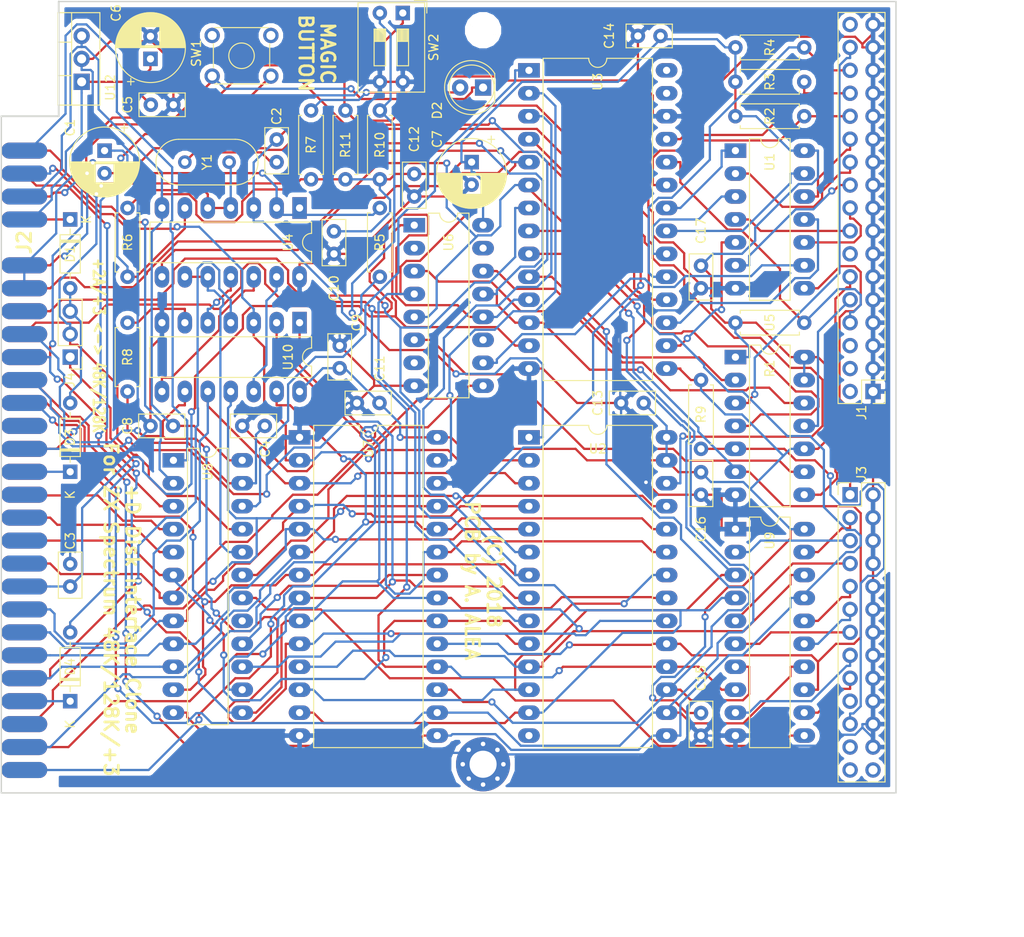
<source format=kicad_pcb>
(kicad_pcb (version 20171130) (host pcbnew 5.0.0-rc2-be01b52~65~ubuntu18.04.1)
  (layers (0 F.Cu signal) (31 B.Cu signal) (34 B.Paste user) (35 F.Paste user) (36 B.SilkS user) (37 F.SilkS user) (38 B.Mask user) (39 F.Mask user) (44 Edge.Cuts user))
  (net 0 "")
  (net 1 "Net-(C1-Pad1)")
  (net 2 "Net-(C1-Pad2)")
  (net 3 "Net-(C2-Pad2)")
  (net 4 "Net-(C2-Pad1)")
  (net 5 GND)
  (net 6 /RESET)
  (net 7 "Net-(C4-Pad2)")
  (net 8 +9V)
  (net 9 +5V)
  (net 10 "Net-(D2-Pad1)")
  (net 11 "Net-(D2-Pad2)")
  (net 12 "Net-(J1-Pad8)")
  (net 13 /DS0)
  (net 14 /DS1)
  (net 15 "Net-(J1-Pad16)")
  (net 16 "Net-(J1-Pad18)")
  (net 17 "Net-(J1-Pad20)")
  (net 18 "Net-(J1-Pad22)")
  (net 19 "Net-(J1-Pad24)")
  (net 20 "Net-(J1-Pad26)")
  (net 21 "Net-(J1-Pad28)")
  (net 22 "Net-(J1-Pad30)")
  (net 23 /XXX)
  (net 24 /A11)
  (net 25 /A9)
  (net 26 /A4)
  (net 27 /A5)
  (net 28 /A6)
  (net 29 /A7)
  (net 30 /A10)
  (net 31 /A8)
  (net 32 /M1)
  (net 33 /WR)
  (net 34 /A3)
  (net 35 /A2)
  (net 36 /A1)
  (net 37 /A0)
  (net 38 /A12)
  (net 39 /A14)
  (net 40 /RD)
  (net 41 /IOREQ)
  (net 42 /MREQ)
  (net 43 NMI)
  (net 44 /D4)
  (net 45 /D3)
  (net 46 /D5)
  (net 47 /D6)
  (net 48 /D2)
  (net 49 /D1)
  (net 50 /D0)
  (net 51 /D7)
  (net 52 /A13)
  (net 53 /A15)
  (net 54 "Net-(J3-Pad1)")
  (net 55 "Net-(J3-Pad3)")
  (net 56 "Net-(J3-Pad5)")
  (net 57 "Net-(J3-Pad7)")
  (net 58 "Net-(J3-Pad9)")
  (net 59 "Net-(J3-Pad11)")
  (net 60 "Net-(J3-Pad13)")
  (net 61 "Net-(J3-Pad15)")
  (net 62 "Net-(J3-Pad17)")
  (net 63 "Net-(J3-Pad21)")
  (net 64 "Net-(R6-Pad1)")
  (net 65 "Net-(R8-Pad2)")
  (net 66 "Net-(U1-Pad1)")
  (net 67 "Net-(U1-Pad9)")
  (net 68 "Net-(U1-Pad3)")
  (net 69 "Net-(U1-Pad11)")
  (net 70 "Net-(U1-Pad5)")
  (net 71 "Net-(U1-Pad13)")
  (net 72 ROM_CS)
  (net 73 FDC_CS)
  (net 74 "Net-(U10-Pad12)")
  (net 75 "Net-(U10-Pad8)")
  (net 76 "Net-(U10-Pad5)")
  (net 77 PRN_STR)
  (net 78 "Net-(U4-Pad8)")
  (net 79 "Net-(U5-Pad2)")
  (net 80 "Net-(U5-Pad9)")
  (net 81 "Net-(U5-Pad12)")
  (net 82 DSK_CS)
  (net 83 RAM_CS)
  (net 84 PRN_CS)
  (net 85 ZX_ROMOE1)
  (net 86 "Net-(D1-Pad2)")
  (net 87 ZX_ROMOE2)
  (net 88 "Net-(D4-Pad2)")
  (net 89 ZX_ROMOE48)
  (net 90 ROM_A14)
  (net 91 ROM_A13)
  (module Capacitor_THT:CP_Radial_D7.5mm_P2.50mm (layer F.Cu) (at 46.99 53.34 270)
    (fp_text reference C1 (at -2.54 3.81 270) (layer F.SilkS))
    (fp_text value 100u)
    (pad 1 thru_hole rect (at 0 0 270) (size 1.6 1.6) (drill 0.8) (layers *.Cu *.Mask) (net 1 "Net-(C1-Pad1)"))
    (pad 2 thru_hole circle (at 2.5 0 270) (size 1.6 1.6) (drill 0.8) (layers *.Cu *.Mask) (net 2 "Net-(C1-Pad2)"))
  )
  (module Capacitor_THT:C_Disc_D5.0mm_W2.5mm_P2.50mm (layer F.Cu) (at 66.04 54.61 90)
    (fp_text reference C2 (at 5.08 0 270) (layer F.SilkS))
    (fp_text value 33p)
    (pad 2 thru_hole circle (at 2.5 0 90) (size 1.6 1.6) (drill 0.8) (layers *.Cu *.Mask) (net 3 "Net-(C2-Pad2)"))
    (pad 1 thru_hole circle (at 0 0 90) (size 1.6 1.6) (drill 0.8) (layers *.Cu *.Mask) (net 4 "Net-(C2-Pad1)"))
  )
  (module Capacitor_THT:C_Disc_D5.0mm_W2.5mm_P2.50mm (layer F.Cu) (at 43.18 99.1 270)
    (fp_text reference C3 (at -2.54 0 270) (layer F.SilkS))
    (fp_text value 100n)
    (pad 1 thru_hole circle (at 0 0 270) (size 1.6 1.6) (drill 0.8) (layers *.Cu *.Mask) (net 5 GND))
    (pad 2 thru_hole circle (at 2.5 0 270) (size 1.6 1.6) (drill 0.8) (layers *.Cu *.Mask) (net 6 /RESET))
  )
  (module Capacitor_THT:C_Disc_D5.0mm_W2.5mm_P2.50mm (layer F.Cu) (at 62.23 83.82)
    (fp_text reference C4 (at 2.54 2.54 90) (layer F.SilkS))
    (fp_text value 100p)
    (pad 2 thru_hole circle (at 2.5 0) (size 1.6 1.6) (drill 0.8) (layers *.Cu *.Mask) (net 7 "Net-(C4-Pad2)"))
    (pad 1 thru_hole circle (at 0 0) (size 1.6 1.6) (drill 0.8) (layers *.Cu *.Mask) (net 5 GND))
  )
  (module Capacitor_THT:C_Disc_D5.0mm_W2.5mm_P2.50mm (layer F.Cu) (at 54.61 48.26 180)
    (fp_text reference C5 (at 5.08 0 270) (layer F.SilkS))
    (fp_text value 10n)
    (pad 1 thru_hole circle (at 0 0 180) (size 1.6 1.6) (drill 0.8) (layers *.Cu *.Mask) (net 5 GND))
    (pad 2 thru_hole circle (at 2.5 0 180) (size 1.6 1.6) (drill 0.8) (layers *.Cu *.Mask) (net 8 +9V))
  )
  (module Capacitor_THT:CP_Radial_D7.5mm_P2.50mm (layer F.Cu) (at 52.07 43.18 90)
    (fp_text reference C6 (at 5.08 -3.81 90) (layer F.SilkS))
    (fp_text value 100u)
    (pad 1 thru_hole rect (at 0 0 90) (size 1.6 1.6) (drill 0.8) (layers *.Cu *.Mask) (net 8 +9V))
    (pad 2 thru_hole circle (at 2.5 0 90) (size 1.6 1.6) (drill 0.8) (layers *.Cu *.Mask) (net 5 GND))
  )
  (module Capacitor_THT:CP_Radial_D7.5mm_P2.50mm (layer F.Cu) (at 87.63 54.61 270)
    (fp_text reference C7 (at -2.54 3.81 270) (layer F.SilkS))
    (fp_text value 100u)
    (pad 2 thru_hole circle (at 2.5 0 270) (size 1.6 1.6) (drill 0.8) (layers *.Cu *.Mask) (net 5 GND))
    (pad 1 thru_hole rect (at 0 0 270) (size 1.6 1.6) (drill 0.8) (layers *.Cu *.Mask) (net 9 +5V))
  )
  (module Capacitor_THT:C_Disc_D5.0mm_W2.5mm_P2.50mm (layer F.Cu) (at 52.07 83.82)
    (fp_text reference C8 (at -2.54 0 90) (layer F.SilkS))
    (fp_text value 100n)
    (pad 1 thru_hole circle (at 0 0) (size 1.6 1.6) (drill 0.8) (layers *.Cu *.Mask) (net 5 GND))
    (pad 2 thru_hole circle (at 2.5 0) (size 1.6 1.6) (drill 0.8) (layers *.Cu *.Mask) (net 9 +5V))
  )
  (module Capacitor_THT:C_Disc_D5.0mm_W2.5mm_P2.50mm (layer F.Cu) (at 73.025 74.93 270)
    (fp_text reference C9 (at -2.54 -1.905 270) (layer F.SilkS))
    (fp_text value 100n)
    (pad 1 thru_hole circle (at 0 0 270) (size 1.6 1.6) (drill 0.8) (layers *.Cu *.Mask) (net 5 GND))
    (pad 2 thru_hole circle (at 2.5 0 270) (size 1.6 1.6) (drill 0.8) (layers *.Cu *.Mask) (net 9 +5V))
  )
  (module Capacitor_THT:C_Disc_D5.0mm_W2.5mm_P2.50mm (layer F.Cu) (at 72.39 64.77 90)
    (fp_text reference C10 (at -3.81 0 90) (layer F.SilkS))
    (fp_text value 100n)
    (pad 2 thru_hole circle (at 2.5 0 90) (size 1.6 1.6) (drill 0.8) (layers *.Cu *.Mask) (net 9 +5V))
    (pad 1 thru_hole circle (at 0 0 90) (size 1.6 1.6) (drill 0.8) (layers *.Cu *.Mask) (net 5 GND))
  )
  (module Capacitor_THT:C_Disc_D5.0mm_W2.5mm_P2.50mm (layer F.Cu) (at 74.93 81.28)
    (fp_text reference C11 (at 2.54 -3.81 90) (layer F.SilkS))
    (fp_text value 100n)
    (pad 2 thru_hole circle (at 2.5 0) (size 1.6 1.6) (drill 0.8) (layers *.Cu *.Mask) (net 9 +5V))
    (pad 1 thru_hole circle (at 0 0) (size 1.6 1.6) (drill 0.8) (layers *.Cu *.Mask) (net 5 GND))
  )
  (module Capacitor_THT:C_Disc_D5.0mm_W2.5mm_P2.50mm (layer F.Cu) (at 81.28 58.42 90)
    (fp_text reference C12 (at 6.35 0 90) (layer F.SilkS))
    (fp_text value 100n)
    (pad 2 thru_hole circle (at 2.5 0 90) (size 1.6 1.6) (drill 0.8) (layers *.Cu *.Mask) (net 9 +5V))
    (pad 1 thru_hole circle (at 0 0 90) (size 1.6 1.6) (drill 0.8) (layers *.Cu *.Mask) (net 5 GND))
  )
  (module Capacitor_THT:C_Disc_D5.0mm_W2.5mm_P2.50mm (layer F.Cu) (at 104.18 81.28)
    (fp_text reference C13 (at -2.58 0 90) (layer F.SilkS))
    (fp_text value 100n)
    (pad 1 thru_hole circle (at 0 0) (size 1.6 1.6) (drill 0.8) (layers *.Cu *.Mask) (net 5 GND))
    (pad 2 thru_hole circle (at 2.5 0) (size 1.6 1.6) (drill 0.8) (layers *.Cu *.Mask) (net 9 +5V))
  )
  (module Capacitor_THT:C_Disc_D5.0mm_W2.5mm_P2.50mm (layer F.Cu) (at 106.045 40.64)
    (fp_text reference C14 (at -3.175 0 90) (layer F.SilkS))
    (fp_text value 100n)
    (pad 2 thru_hole circle (at 2.5 0) (size 1.6 1.6) (drill 0.8) (layers *.Cu *.Mask) (net 9 +5V))
    (pad 1 thru_hole circle (at 0 0) (size 1.6 1.6) (drill 0.8) (layers *.Cu *.Mask) (net 5 GND))
  )
  (module Capacitor_THT:C_Disc_D5.0mm_W2.5mm_P2.50mm (layer F.Cu) (at 113.03 118.11 90)
    (fp_text reference C15 (at 6.35 0 90) (layer F.SilkS))
    (fp_text value 100n)
    (pad 1 thru_hole circle (at 0 0 90) (size 1.6 1.6) (drill 0.8) (layers *.Cu *.Mask) (net 5 GND))
    (pad 2 thru_hole circle (at 2.5 0 90) (size 1.6 1.6) (drill 0.8) (layers *.Cu *.Mask) (net 9 +5V))
  )
  (module Capacitor_THT:C_Disc_D5.0mm_W2.5mm_P2.50mm (layer F.Cu) (at 113.03 91.44 90)
    (fp_text reference C16 (at -3.81 0 90) (layer F.SilkS))
    (fp_text value 100n)
    (pad 2 thru_hole circle (at 2.5 0 90) (size 1.6 1.6) (drill 0.8) (layers *.Cu *.Mask) (net 9 +5V))
    (pad 1 thru_hole circle (at 0 0 90) (size 1.6 1.6) (drill 0.8) (layers *.Cu *.Mask) (net 5 GND))
  )
  (module Capacitor_THT:C_Disc_D5.0mm_W2.5mm_P2.50mm (layer F.Cu) (at 113.03 68.58 90)
    (fp_text reference C17 (at 6.35 0 90) (layer F.SilkS))
    (fp_text value 100n)
    (pad 1 thru_hole circle (at 0 0 90) (size 1.6 1.6) (drill 0.8) (layers *.Cu *.Mask) (net 5 GND))
    (pad 2 thru_hole circle (at 2.5 0 90) (size 1.6 1.6) (drill 0.8) (layers *.Cu *.Mask) (net 9 +5V))
  )
  (module LED_THT:LED_D5.0mm (layer F.Cu) (at 88.9 46.355 180)
    (fp_text reference D2 (at 5.08 -2.54 270) (layer F.SilkS))
    (fp_text value LED)
    (pad 1 thru_hole rect (at 0 0 180) (size 1.8 1.8) (drill 0.9) (layers *.Cu *.Mask) (net 10 "Net-(D2-Pad1)"))
    (pad 2 thru_hole circle (at 2.54 0 180) (size 1.8 1.8) (drill 0.9) (layers *.Cu *.Mask) (net 11 "Net-(D2-Pad2)"))
  )
  (module Connector_PinHeader_2.54mm:PinHeader_2x17_P2.54mm_Vertical (layer F.Cu) (at 132.08 80.01 180)
    (fp_text reference J1 (at 1.27 -2.33 270) (layer F.SilkS))
    (fp_text value Conn_02x17_Odd_Even)
    (pad 1 thru_hole rect (at 0 0 180) (size 1.7 1.7) (drill 1) (layers *.Cu *.Mask) (net 5 GND))
    (pad 2 thru_hole oval (at 2.54 0 180) (size 1.7 1.7) (drill 1) (layers *.Cu *.Mask))
    (pad 3 thru_hole oval (at 0 2.54 180) (size 1.7 1.7) (drill 1) (layers *.Cu *.Mask) (net 5 GND))
    (pad 4 thru_hole oval (at 2.54 2.54 180) (size 1.7 1.7) (drill 1) (layers *.Cu *.Mask))
    (pad 5 thru_hole oval (at 0 5.08 180) (size 1.7 1.7) (drill 1) (layers *.Cu *.Mask) (net 5 GND))
    (pad 6 thru_hole oval (at 2.54 5.08 180) (size 1.7 1.7) (drill 1) (layers *.Cu *.Mask))
    (pad 7 thru_hole oval (at 0 7.62 180) (size 1.7 1.7) (drill 1) (layers *.Cu *.Mask) (net 5 GND))
    (pad 8 thru_hole oval (at 2.54 7.62 180) (size 1.7 1.7) (drill 1) (layers *.Cu *.Mask) (net 12 "Net-(J1-Pad8)"))
    (pad 9 thru_hole oval (at 0 10.16 180) (size 1.7 1.7) (drill 1) (layers *.Cu *.Mask) (net 5 GND))
    (pad 10 thru_hole oval (at 2.54 10.16 180) (size 1.7 1.7) (drill 1) (layers *.Cu *.Mask) (net 13 /DS0))
    (pad 11 thru_hole oval (at 0 12.7 180) (size 1.7 1.7) (drill 1) (layers *.Cu *.Mask) (net 5 GND))
    (pad 12 thru_hole oval (at 2.54 12.7 180) (size 1.7 1.7) (drill 1) (layers *.Cu *.Mask) (net 14 /DS1))
    (pad 13 thru_hole oval (at 0 15.24 180) (size 1.7 1.7) (drill 1) (layers *.Cu *.Mask) (net 5 GND))
    (pad 14 thru_hole oval (at 2.54 15.24 180) (size 1.7 1.7) (drill 1) (layers *.Cu *.Mask))
    (pad 15 thru_hole oval (at 0 17.78 180) (size 1.7 1.7) (drill 1) (layers *.Cu *.Mask) (net 5 GND))
    (pad 16 thru_hole oval (at 2.54 17.78 180) (size 1.7 1.7) (drill 1) (layers *.Cu *.Mask) (net 15 "Net-(J1-Pad16)"))
    (pad 17 thru_hole oval (at 0 20.32 180) (size 1.7 1.7) (drill 1) (layers *.Cu *.Mask) (net 5 GND))
    (pad 18 thru_hole oval (at 2.54 20.32 180) (size 1.7 1.7) (drill 1) (layers *.Cu *.Mask) (net 16 "Net-(J1-Pad18)"))
    (pad 19 thru_hole oval (at 0 22.86 180) (size 1.7 1.7) (drill 1) (layers *.Cu *.Mask) (net 5 GND))
    (pad 20 thru_hole oval (at 2.54 22.86 180) (size 1.7 1.7) (drill 1) (layers *.Cu *.Mask) (net 17 "Net-(J1-Pad20)"))
    (pad 21 thru_hole oval (at 0 25.4 180) (size 1.7 1.7) (drill 1) (layers *.Cu *.Mask) (net 5 GND))
    (pad 22 thru_hole oval (at 2.54 25.4 180) (size 1.7 1.7) (drill 1) (layers *.Cu *.Mask) (net 18 "Net-(J1-Pad22)"))
    (pad 23 thru_hole oval (at 0 27.94 180) (size 1.7 1.7) (drill 1) (layers *.Cu *.Mask) (net 5 GND))
    (pad 24 thru_hole oval (at 2.54 27.94 180) (size 1.7 1.7) (drill 1) (layers *.Cu *.Mask) (net 19 "Net-(J1-Pad24)"))
    (pad 25 thru_hole oval (at 0 30.48 180) (size 1.7 1.7) (drill 1) (layers *.Cu *.Mask) (net 5 GND))
    (pad 26 thru_hole oval (at 2.54 30.48 180) (size 1.7 1.7) (drill 1) (layers *.Cu *.Mask) (net 20 "Net-(J1-Pad26)"))
    (pad 27 thru_hole oval (at 0 33.02 180) (size 1.7 1.7) (drill 1) (layers *.Cu *.Mask) (net 5 GND))
    (pad 28 thru_hole oval (at 2.54 33.02 180) (size 1.7 1.7) (drill 1) (layers *.Cu *.Mask) (net 21 "Net-(J1-Pad28)"))
    (pad 29 thru_hole oval (at 0 35.56 180) (size 1.7 1.7) (drill 1) (layers *.Cu *.Mask) (net 5 GND))
    (pad 30 thru_hole oval (at 2.54 35.56 180) (size 1.7 1.7) (drill 1) (layers *.Cu *.Mask) (net 22 "Net-(J1-Pad30)"))
    (pad 31 thru_hole oval (at 0 38.1 180) (size 1.7 1.7) (drill 1) (layers *.Cu *.Mask) (net 5 GND))
    (pad 32 thru_hole oval (at 2.54 38.1 180) (size 1.7 1.7) (drill 1) (layers *.Cu *.Mask) (net 23 /XXX))
    (pad 33 thru_hole oval (at 0 40.64 180) (size 1.7 1.7) (drill 1) (layers *.Cu *.Mask) (net 5 GND))
    (pad 34 thru_hole oval (at 2.54 40.64 180) (size 1.7 1.7) (drill 1) (layers *.Cu *.Mask))
  )
  (module SINCLAIR:ZX_CONN (layer F.Cu) (at 38.1 78.74 270)
    (fp_text reference J2 (at -15.24 0 270) (layer F.SilkS) (effects (font (size 1.524 1.524) (thickness 0.3048))))
    (fp_text value ZX_Spectrum_Connector_GENERIC_SORTED hide)
    (pad A28 connect oval (at 43.18 0 270) (size 1.778 5.08) (layers B.Cu B.Mask) (net 24 /A11))
    (pad A27 connect oval (at 40.64 0 270) (size 1.778 5.08) (layers B.Cu B.Mask) (net 25 /A9))
    (pad A26 connect oval (at 38.1 0 270) (size 1.778 5.08) (layers B.Cu B.Mask))
    (pad A25 connect oval (at 35.56 0 270) (size 1.778 5.08) (layers B.Cu B.Mask) (net 89 ZX_ROMOE48))
    (pad A24 connect oval (at 33.02 0 270) (size 1.778 5.08) (layers B.Cu B.Mask) (net 26 /A4))
    (pad A23 connect oval (at 30.48 0 270) (size 1.778 5.08) (layers B.Cu B.Mask) (net 27 /A5))
    (pad A22 connect oval (at 27.94 0 270) (size 1.778 5.08) (layers B.Cu B.Mask) (net 28 /A6))
    (pad A21 connect oval (at 25.4 0 270) (size 1.778 5.08) (layers B.Cu B.Mask) (net 29 /A7))
    (pad A20 connect oval (at 22.86 0 270) (size 1.778 5.08) (layers B.Cu B.Mask) (net 6 /RESET))
    (pad A19 connect oval (at 20.32 0 270) (size 1.778 5.08) (layers B.Cu B.Mask))
    (pad B28 connect oval (at 43.18 0 270) (size 1.778 5.08) (layers F.Cu F.Mask))
    (pad B27 connect oval (at 40.64 0 270) (size 1.778 5.08) (layers F.Cu F.Mask) (net 30 /A10))
    (pad B26 connect oval (at 38.1 0 270) (size 1.778 5.08) (layers F.Cu F.Mask) (net 31 /A8))
    (pad B25 connect oval (at 35.56 0 270) (size 1.778 5.08) (layers F.Cu F.Mask))
    (pad B24 connect oval (at 33.02 0 270) (size 1.778 5.08) (layers F.Cu F.Mask) (net 32 /M1))
    (pad B23 connect oval (at 30.48 0 270) (size 1.778 5.08) (layers F.Cu F.Mask))
    (pad B22 connect oval (at 27.94 0 270) (size 1.778 5.08) (layers F.Cu F.Mask))
    (pad B21 connect oval (at 25.4 0 270) (size 1.778 5.08) (layers F.Cu F.Mask))
    (pad B20 connect oval (at 22.86 0 270) (size 1.778 5.08) (layers F.Cu F.Mask))
    (pad B19 connect oval (at 20.32 0 270) (size 1.778 5.08) (layers F.Cu F.Mask) (net 33 /WR))
    (pad A18 connect oval (at 17.78 0 270) (size 1.778 5.08) (layers B.Cu B.Mask))
    (pad A17 connect oval (at 15.24 0 270) (size 1.778 5.08) (layers B.Cu B.Mask))
    (pad A16 connect oval (at 12.7 0 270) (size 1.778 5.08) (layers B.Cu B.Mask))
    (pad A15 connect oval (at 10.16 0 270) (size 1.778 5.08) (layers B.Cu B.Mask) (net 87 ZX_ROMOE2))
    (pad A14 connect oval (at 7.62 0 270) (size 1.778 5.08) (layers B.Cu B.Mask) (net 5 GND))
    (pad A13 connect oval (at 5.08 0 270) (size 1.778 5.08) (layers B.Cu B.Mask))
    (pad A12 connect oval (at 2.54 0 270) (size 1.778 5.08) (layers B.Cu B.Mask) (net 34 /A3))
    (pad A11 connect oval (at 0 0 270) (size 1.778 5.08) (layers B.Cu B.Mask) (net 35 /A2))
    (pad A10 connect oval (at -2.54 0 270) (size 1.778 5.08) (layers B.Cu B.Mask) (net 36 /A1))
    (pad A9 connect oval (at -5.08 0 270) (size 1.778 5.08) (layers B.Cu B.Mask) (net 37 /A0))
    (pad A8 connect oval (at -7.62 0 270) (size 1.778 5.08) (layers B.Cu B.Mask))
    (pad A7 connect oval (at -10.16 0 270) (size 1.778 5.08) (layers B.Cu B.Mask) (net 5 GND))
    (pad A6 connect oval (at -12.7 0 270) (size 1.778 5.08) (layers B.Cu B.Mask) (net 5 GND))
    (pad A4 connect oval (at -17.78 0 270) (size 1.778 5.08) (layers B.Cu B.Mask) (net 8 +9V))
    (pad A3 connect oval (at -20.32 0 270) (size 1.778 5.08) (layers B.Cu B.Mask) (net 9 +5V))
    (pad A2 connect oval (at -22.86 0 270) (size 1.778 5.08) (layers B.Cu B.Mask) (net 38 /A12))
    (pad A1 connect oval (at -25.4 0 270) (size 1.778 5.08) (layers B.Cu B.Mask) (net 39 /A14))
    (pad B18 connect oval (at 17.78 0 270) (size 1.778 5.08) (layers F.Cu F.Mask) (net 40 /RD))
    (pad B17 connect oval (at 15.24 0 270) (size 1.778 5.08) (layers F.Cu F.Mask) (net 41 /IOREQ))
    (pad B16 connect oval (at 12.7 0 270) (size 1.778 5.08) (layers F.Cu F.Mask) (net 42 /MREQ))
    (pad B15 connect oval (at 10.16 0 270) (size 1.778 5.08) (layers F.Cu F.Mask))
    (pad B14 connect oval (at 7.62 0 270) (size 1.778 5.08) (layers F.Cu F.Mask) (net 43 NMI))
    (pad B13 connect oval (at 5.08 0 270) (size 1.778 5.08) (layers F.Cu F.Mask))
    (pad B12 connect oval (at 2.54 0 270) (size 1.778 5.08) (layers F.Cu F.Mask) (net 44 /D4))
    (pad B11 connect oval (at 0 0 270) (size 1.778 5.08) (layers F.Cu F.Mask) (net 45 /D3))
    (pad B10 connect oval (at -2.54 0 270) (size 1.778 5.08) (layers F.Cu F.Mask) (net 46 /D5))
    (pad B9 connect oval (at -5.08 0 270) (size 1.778 5.08) (layers F.Cu F.Mask) (net 47 /D6))
    (pad B8 connect oval (at -7.62 0 270) (size 1.778 5.08) (layers F.Cu F.Mask) (net 48 /D2))
    (pad B7 connect oval (at -10.16 0 270) (size 1.778 5.08) (layers F.Cu F.Mask) (net 49 /D1))
    (pad B6 connect oval (at -12.7 0 270) (size 1.778 5.08) (layers F.Cu F.Mask) (net 50 /D0))
    (pad B4 connect oval (at -17.78 0 270) (size 1.778 5.08) (layers F.Cu F.Mask) (net 85 ZX_ROMOE1))
    (pad B3 connect oval (at -20.32 0 270) (size 1.778 5.08) (layers F.Cu F.Mask) (net 51 /D7))
    (pad B2 connect oval (at -22.86 0 270) (size 1.778 5.08) (layers F.Cu F.Mask) (net 52 /A13))
    (pad B1 connect oval (at -25.4 0 270) (size 1.778 5.08) (layers F.Cu F.Mask) (net 53 /A15))
  )
  (module Connector_PinHeader_2.54mm:PinHeader_2x13_P2.54mm_Vertical (layer F.Cu) (at 129.54 91.44)
    (fp_text reference J3 (at 1.27 -2.33 90) (layer F.SilkS))
    (fp_text value Conn_02x13_Odd_Even)
    (pad 1 thru_hole rect (at 0 0) (size 1.7 1.7) (drill 1) (layers *.Cu *.Mask) (net 54 "Net-(J3-Pad1)"))
    (pad 2 thru_hole oval (at 2.54 0) (size 1.7 1.7) (drill 1) (layers *.Cu *.Mask) (net 5 GND))
    (pad 3 thru_hole oval (at 0 2.54) (size 1.7 1.7) (drill 1) (layers *.Cu *.Mask) (net 55 "Net-(J3-Pad3)"))
    (pad 4 thru_hole oval (at 2.54 2.54) (size 1.7 1.7) (drill 1) (layers *.Cu *.Mask) (net 5 GND))
    (pad 5 thru_hole oval (at 0 5.08) (size 1.7 1.7) (drill 1) (layers *.Cu *.Mask) (net 56 "Net-(J3-Pad5)"))
    (pad 6 thru_hole oval (at 2.54 5.08) (size 1.7 1.7) (drill 1) (layers *.Cu *.Mask) (net 5 GND))
    (pad 7 thru_hole oval (at 0 7.62) (size 1.7 1.7) (drill 1) (layers *.Cu *.Mask) (net 57 "Net-(J3-Pad7)"))
    (pad 8 thru_hole oval (at 2.54 7.62) (size 1.7 1.7) (drill 1) (layers *.Cu *.Mask) (net 5 GND))
    (pad 9 thru_hole oval (at 0 10.16) (size 1.7 1.7) (drill 1) (layers *.Cu *.Mask) (net 58 "Net-(J3-Pad9)"))
    (pad 10 thru_hole oval (at 2.54 10.16) (size 1.7 1.7) (drill 1) (layers *.Cu *.Mask) (net 5 GND))
    (pad 11 thru_hole oval (at 0 12.7) (size 1.7 1.7) (drill 1) (layers *.Cu *.Mask) (net 59 "Net-(J3-Pad11)"))
    (pad 12 thru_hole oval (at 2.54 12.7) (size 1.7 1.7) (drill 1) (layers *.Cu *.Mask) (net 5 GND))
    (pad 13 thru_hole oval (at 0 15.24) (size 1.7 1.7) (drill 1) (layers *.Cu *.Mask) (net 60 "Net-(J3-Pad13)"))
    (pad 14 thru_hole oval (at 2.54 15.24) (size 1.7 1.7) (drill 1) (layers *.Cu *.Mask) (net 5 GND))
    (pad 15 thru_hole oval (at 0 17.78) (size 1.7 1.7) (drill 1) (layers *.Cu *.Mask) (net 61 "Net-(J3-Pad15)"))
    (pad 16 thru_hole oval (at 2.54 17.78) (size 1.7 1.7) (drill 1) (layers *.Cu *.Mask) (net 5 GND))
    (pad 17 thru_hole oval (at 0 20.32) (size 1.7 1.7) (drill 1) (layers *.Cu *.Mask) (net 62 "Net-(J3-Pad17)"))
    (pad 18 thru_hole oval (at 2.54 20.32) (size 1.7 1.7) (drill 1) (layers *.Cu *.Mask) (net 5 GND))
    (pad 19 thru_hole oval (at 0 22.86) (size 1.7 1.7) (drill 1) (layers *.Cu *.Mask))
    (pad 20 thru_hole oval (at 2.54 22.86) (size 1.7 1.7) (drill 1) (layers *.Cu *.Mask) (net 5 GND))
    (pad 21 thru_hole oval (at 0 25.4) (size 1.7 1.7) (drill 1) (layers *.Cu *.Mask) (net 63 "Net-(J3-Pad21)"))
    (pad 22 thru_hole oval (at 2.54 25.4) (size 1.7 1.7) (drill 1) (layers *.Cu *.Mask) (net 5 GND))
    (pad 23 thru_hole oval (at 0 27.94) (size 1.7 1.7) (drill 1) (layers *.Cu *.Mask))
    (pad 24 thru_hole oval (at 2.54 27.94) (size 1.7 1.7) (drill 1) (layers *.Cu *.Mask) (net 5 GND))
    (pad 25 thru_hole oval (at 0 30.48) (size 1.7 1.7) (drill 1) (layers *.Cu *.Mask))
    (pad 26 thru_hole oval (at 2.54 30.48) (size 1.7 1.7) (drill 1) (layers *.Cu *.Mask))
  )
  (module Connector_PinHeader_2.54mm:PinHeader_1x03_P2.54mm_Vertical (layer F.Cu) (at 43.18 76.2 180)
    (fp_text reference J4 (at 0 -2.54 270) (layer F.SilkS))
    (fp_text value Conn_01x03)
    (pad 1 thru_hole rect (at 0 0 180) (size 1.7 1.7) (drill 1) (layers *.Cu *.Mask) (net 88 "Net-(D4-Pad2)"))
    (pad 2 thru_hole oval (at 0 2.54 180) (size 1.7 1.7) (drill 1) (layers *.Cu *.Mask) (net 10 "Net-(D2-Pad1)"))
    (pad 3 thru_hole oval (at 0 5.08 180) (size 1.7 1.7) (drill 1) (layers *.Cu *.Mask) (net 86 "Net-(D1-Pad2)"))
  )
  (module Resistor_THT:R_Axial_DIN0207_L6.3mm_D2.5mm_P7.62mm_Horizontal (layer F.Cu) (at 124.46 72.39 180)
    (fp_text reference R1 (at 3.81 -5.08 270) (layer F.SilkS))
    (fp_text value 470)
    (pad 1 thru_hole circle (at 0 0 180) (size 1.6 1.6) (drill 0.8) (layers *.Cu *.Mask) (net 12 "Net-(J1-Pad8)"))
    (pad 2 thru_hole oval (at 7.62 0 180) (size 1.6 1.6) (drill 0.8) (layers *.Cu *.Mask) (net 9 +5V))
  )
  (module Resistor_THT:R_Axial_DIN0207_L6.3mm_D2.5mm_P7.62mm_Horizontal (layer F.Cu) (at 124.46 49.53 180)
    (fp_text reference R2 (at 3.81 0 270) (layer F.SilkS))
    (fp_text value 470)
    (pad 2 thru_hole oval (at 7.62 0 180) (size 1.6 1.6) (drill 0.8) (layers *.Cu *.Mask) (net 9 +5V))
    (pad 1 thru_hole circle (at 0 0 180) (size 1.6 1.6) (drill 0.8) (layers *.Cu *.Mask) (net 20 "Net-(J1-Pad26)"))
  )
  (module Resistor_THT:R_Axial_DIN0207_L6.3mm_D2.5mm_P7.62mm_Horizontal (layer F.Cu) (at 124.46 45.72 180)
    (fp_text reference R3 (at 3.81 0 270) (layer F.SilkS))
    (fp_text value 470)
    (pad 1 thru_hole circle (at 0 0 180) (size 1.6 1.6) (drill 0.8) (layers *.Cu *.Mask) (net 21 "Net-(J1-Pad28)"))
    (pad 2 thru_hole oval (at 7.62 0 180) (size 1.6 1.6) (drill 0.8) (layers *.Cu *.Mask) (net 9 +5V))
  )
  (module Resistor_THT:R_Axial_DIN0207_L6.3mm_D2.5mm_P7.62mm_Horizontal (layer F.Cu) (at 124.46 41.91 180)
    (fp_text reference R4 (at 3.81 0 270) (layer F.SilkS))
    (fp_text value 470)
    (pad 2 thru_hole oval (at 7.62 0 180) (size 1.6 1.6) (drill 0.8) (layers *.Cu *.Mask) (net 9 +5V))
    (pad 1 thru_hole circle (at 0 0 180) (size 1.6 1.6) (drill 0.8) (layers *.Cu *.Mask) (net 22 "Net-(J1-Pad30)"))
  )
  (module Resistor_THT:R_Axial_DIN0207_L6.3mm_D2.5mm_P7.62mm_Horizontal (layer F.Cu) (at 77.47 59.69 270)
    (fp_text reference R5 (at 3.81 0 270) (layer F.SilkS))
    (fp_text value 2K2)
    (pad 2 thru_hole oval (at 7.62 0 270) (size 1.6 1.6) (drill 0.8) (layers *.Cu *.Mask) (net 3 "Net-(C2-Pad2)"))
    (pad 1 thru_hole circle (at 0 0 270) (size 1.6 1.6) (drill 0.8) (layers *.Cu *.Mask) (net 2 "Net-(C1-Pad2)"))
  )
  (module Resistor_THT:R_Axial_DIN0207_L6.3mm_D2.5mm_P7.62mm_Horizontal (layer F.Cu) (at 49.53 59.69 270)
    (fp_text reference R6 (at 3.81 0 270) (layer F.SilkS))
    (fp_text value 2K2)
    (pad 1 thru_hole circle (at 0 0 270) (size 1.6 1.6) (drill 0.8) (layers *.Cu *.Mask) (net 64 "Net-(R6-Pad1)"))
    (pad 2 thru_hole oval (at 7.62 0 270) (size 1.6 1.6) (drill 0.8) (layers *.Cu *.Mask) (net 1 "Net-(C1-Pad1)"))
  )
  (module Resistor_THT:R_Axial_DIN0207_L6.3mm_D2.5mm_P7.62mm_Horizontal (layer F.Cu) (at 69.85 48.895 270)
    (fp_text reference R7 (at 3.81 0 90) (layer F.SilkS))
    (fp_text value 2K2)
    (pad 1 thru_hole circle (at 0 0 270) (size 1.6 1.6) (drill 0.8) (layers *.Cu *.Mask) (net 11 "Net-(D2-Pad2)"))
    (pad 2 thru_hole oval (at 7.62 0 270) (size 1.6 1.6) (drill 0.8) (layers *.Cu *.Mask) (net 9 +5V))
  )
  (module Resistor_THT:R_Axial_DIN0207_L6.3mm_D2.5mm_P7.62mm_Horizontal (layer F.Cu) (at 49.53 80.01 90)
    (fp_text reference R8 (at 3.81 0 90) (layer F.SilkS))
    (fp_text value 270)
    (pad 2 thru_hole oval (at 7.62 0 90) (size 1.6 1.6) (drill 0.8) (layers *.Cu *.Mask) (net 65 "Net-(R8-Pad2)"))
    (pad 1 thru_hole circle (at 0 0 90) (size 1.6 1.6) (drill 0.8) (layers *.Cu *.Mask) (net 7 "Net-(C4-Pad2)"))
  )
  (module Resistor_THT:R_Axial_DIN0207_L6.3mm_D2.5mm_P7.62mm_Horizontal (layer F.Cu) (at 113.03 86.36 90)
    (fp_text reference R9 (at 3.81 0 90) (layer F.SilkS))
    (fp_text value 2K2)
    (pad 1 thru_hole circle (at 0 0 90) (size 1.6 1.6) (drill 0.8) (layers *.Cu *.Mask) (net 63 "Net-(J3-Pad21)"))
    (pad 2 thru_hole oval (at 7.62 0 90) (size 1.6 1.6) (drill 0.8) (layers *.Cu *.Mask) (net 9 +5V))
  )
  (module Button_Switch_THT:SW_TH_Tactile_Omron_B3F-10xx (layer F.Cu) (at 65.405 45.085 180)
    (fp_text reference SW1 (at 8.255 2.54 90) (layer F.SilkS))
    (fp_text value SW_DPST_x2)
    (pad 4 thru_hole circle (at 6.5 4.5 180) (size 1.7 1.7) (drill 1) (layers *.Cu *.Mask))
    (pad 3 thru_hole circle (at 0 4.5 180) (size 1.7 1.7) (drill 1) (layers *.Cu *.Mask))
    (pad 2 thru_hole circle (at 6.5 0 180) (size 1.7 1.7) (drill 1) (layers *.Cu *.Mask) (net 10 "Net-(D2-Pad1)"))
    (pad 1 thru_hole circle (at 0 0 180) (size 1.7 1.7) (drill 1) (layers *.Cu *.Mask) (net 43 NMI))
  )
  (module Package_DIP:DIP-14_W7.62mm_LongPads (layer F.Cu) (at 116.84 53.34)
    (fp_text reference U1 (at 3.81 1.27 90) (layer F.SilkS))
    (fp_text value 74LS06)
    (pad 1 thru_hole rect (at 0 0) (size 2.4 1.6) (drill 0.8) (layers *.Cu *.Mask) (net 66 "Net-(U1-Pad1)"))
    (pad 8 thru_hole oval (at 7.62 15.24) (size 2.4 1.6) (drill 0.8) (layers *.Cu *.Mask) (net 54 "Net-(J3-Pad1)"))
    (pad 2 thru_hole oval (at 0 2.54) (size 2.4 1.6) (drill 0.8) (layers *.Cu *.Mask) (net 18 "Net-(J1-Pad22)"))
    (pad 9 thru_hole oval (at 7.62 12.7) (size 2.4 1.6) (drill 0.8) (layers *.Cu *.Mask) (net 67 "Net-(U1-Pad9)"))
    (pad 3 thru_hole oval (at 0 5.08) (size 2.4 1.6) (drill 0.8) (layers *.Cu *.Mask) (net 68 "Net-(U1-Pad3)"))
    (pad 10 thru_hole oval (at 7.62 10.16) (size 2.4 1.6) (drill 0.8) (layers *.Cu *.Mask) (net 16 "Net-(J1-Pad18)"))
    (pad 4 thru_hole oval (at 0 7.62) (size 2.4 1.6) (drill 0.8) (layers *.Cu *.Mask) (net 15 "Net-(J1-Pad16)"))
    (pad 11 thru_hole oval (at 7.62 7.62) (size 2.4 1.6) (drill 0.8) (layers *.Cu *.Mask) (net 69 "Net-(U1-Pad11)"))
    (pad 5 thru_hole oval (at 0 10.16) (size 2.4 1.6) (drill 0.8) (layers *.Cu *.Mask) (net 70 "Net-(U1-Pad5)"))
    (pad 12 thru_hole oval (at 7.62 5.08) (size 2.4 1.6) (drill 0.8) (layers *.Cu *.Mask) (net 19 "Net-(J1-Pad24)"))
    (pad 6 thru_hole oval (at 0 12.7) (size 2.4 1.6) (drill 0.8) (layers *.Cu *.Mask) (net 17 "Net-(J1-Pad20)"))
    (pad 13 thru_hole oval (at 7.62 2.54) (size 2.4 1.6) (drill 0.8) (layers *.Cu *.Mask) (net 71 "Net-(U1-Pad13)"))
    (pad 7 thru_hole oval (at 0 15.24) (size 2.4 1.6) (drill 0.8) (layers *.Cu *.Mask) (net 5 GND))
    (pad 14 thru_hole oval (at 7.62 0) (size 2.4 1.6) (drill 0.8) (layers *.Cu *.Mask) (net 9 +5V))
  )
  (module Package_DIP:DIP-28_W15.24mm_LongPads (layer F.Cu) (at 93.98 85.09)
    (fp_text reference U2 (at 7.62 1.27) (layer F.SilkS))
    (fp_text value AT28C256)
    (pad 28 thru_hole oval (at 15.24 0) (size 2.4 1.6) (drill 0.8) (layers *.Cu *.Mask) (net 9 +5V))
    (pad 14 thru_hole oval (at 0 33.02) (size 2.4 1.6) (drill 0.8) (layers *.Cu *.Mask))
    (pad 27 thru_hole oval (at 15.24 2.54) (size 2.4 1.6) (drill 0.8) (layers *.Cu *.Mask) (net 9 +5V))
    (pad 13 thru_hole oval (at 0 30.48) (size 2.4 1.6) (drill 0.8) (layers *.Cu *.Mask) (net 48 /D2))
    (pad 26 thru_hole oval (at 15.24 5.08) (size 2.4 1.6) (drill 0.8) (layers *.Cu *.Mask) (net 91 ROM_A13))
    (pad 12 thru_hole oval (at 0 27.94) (size 2.4 1.6) (drill 0.8) (layers *.Cu *.Mask) (net 49 /D1))
    (pad 25 thru_hole oval (at 15.24 7.62) (size 2.4 1.6) (drill 0.8) (layers *.Cu *.Mask) (net 31 /A8))
    (pad 11 thru_hole oval (at 0 25.4) (size 2.4 1.6) (drill 0.8) (layers *.Cu *.Mask) (net 50 /D0))
    (pad 24 thru_hole oval (at 15.24 10.16) (size 2.4 1.6) (drill 0.8) (layers *.Cu *.Mask) (net 25 /A9))
    (pad 10 thru_hole oval (at 0 22.86) (size 2.4 1.6) (drill 0.8) (layers *.Cu *.Mask) (net 37 /A0))
    (pad 23 thru_hole oval (at 15.24 12.7) (size 2.4 1.6) (drill 0.8) (layers *.Cu *.Mask) (net 24 /A11))
    (pad 9 thru_hole oval (at 0 20.32) (size 2.4 1.6) (drill 0.8) (layers *.Cu *.Mask) (net 36 /A1))
    (pad 22 thru_hole oval (at 15.24 15.24) (size 2.4 1.6) (drill 0.8) (layers *.Cu *.Mask) (net 40 /RD))
    (pad 8 thru_hole oval (at 0 17.78) (size 2.4 1.6) (drill 0.8) (layers *.Cu *.Mask) (net 35 /A2))
    (pad 21 thru_hole oval (at 15.24 17.78) (size 2.4 1.6) (drill 0.8) (layers *.Cu *.Mask) (net 30 /A10))
    (pad 7 thru_hole oval (at 0 15.24) (size 2.4 1.6) (drill 0.8) (layers *.Cu *.Mask) (net 34 /A3))
    (pad 20 thru_hole oval (at 15.24 20.32) (size 2.4 1.6) (drill 0.8) (layers *.Cu *.Mask) (net 72 ROM_CS))
    (pad 6 thru_hole oval (at 0 12.7) (size 2.4 1.6) (drill 0.8) (layers *.Cu *.Mask) (net 26 /A4))
    (pad 19 thru_hole oval (at 15.24 22.86) (size 2.4 1.6) (drill 0.8) (layers *.Cu *.Mask) (net 51 /D7))
    (pad 5 thru_hole oval (at 0 10.16) (size 2.4 1.6) (drill 0.8) (layers *.Cu *.Mask) (net 27 /A5))
    (pad 18 thru_hole oval (at 15.24 25.4) (size 2.4 1.6) (drill 0.8) (layers *.Cu *.Mask) (net 47 /D6))
    (pad 4 thru_hole oval (at 0 7.62) (size 2.4 1.6) (drill 0.8) (layers *.Cu *.Mask) (net 28 /A6))
    (pad 17 thru_hole oval (at 15.24 27.94) (size 2.4 1.6) (drill 0.8) (layers *.Cu *.Mask) (net 46 /D5))
    (pad 3 thru_hole oval (at 0 5.08) (size 2.4 1.6) (drill 0.8) (layers *.Cu *.Mask) (net 29 /A7))
    (pad 16 thru_hole oval (at 15.24 30.48) (size 2.4 1.6) (drill 0.8) (layers *.Cu *.Mask) (net 44 /D4))
    (pad 2 thru_hole oval (at 0 2.54) (size 2.4 1.6) (drill 0.8) (layers *.Cu *.Mask) (net 38 /A12))
    (pad 15 thru_hole oval (at 15.24 33.02) (size 2.4 1.6) (drill 0.8) (layers *.Cu *.Mask) (net 45 /D3))
    (pad 1 thru_hole rect (at 0 0) (size 2.4 1.6) (drill 0.8) (layers *.Cu *.Mask) (net 90 ROM_A14))
  )
  (module Package_DIP:DIP-28_W15.24mm_LongPads (layer F.Cu) (at 93.98 44.45)
    (fp_text reference U3 (at 7.62 1.27 90) (layer F.SilkS))
    (fp_text value WD1772)
    (pad 1 thru_hole rect (at 0 0) (size 2.4 1.6) (drill 0.8) (layers *.Cu *.Mask) (net 73 FDC_CS))
    (pad 15 thru_hole oval (at 15.24 33.02) (size 2.4 1.6) (drill 0.8) (layers *.Cu *.Mask) (net 9 +5V))
    (pad 2 thru_hole oval (at 0 2.54) (size 2.4 1.6) (drill 0.8) (layers *.Cu *.Mask) (net 33 /WR))
    (pad 16 thru_hole oval (at 15.24 30.48) (size 2.4 1.6) (drill 0.8) (layers *.Cu *.Mask) (net 70 "Net-(U1-Pad5)"))
    (pad 3 thru_hole oval (at 0 5.08) (size 2.4 1.6) (drill 0.8) (layers *.Cu *.Mask) (net 34 /A3))
    (pad 17 thru_hole oval (at 15.24 27.94) (size 2.4 1.6) (drill 0.8) (layers *.Cu *.Mask) (net 69 "Net-(U1-Pad11)"))
    (pad 4 thru_hole oval (at 0 7.62) (size 2.4 1.6) (drill 0.8) (layers *.Cu *.Mask) (net 26 /A4))
    (pad 18 thru_hole oval (at 15.24 25.4) (size 2.4 1.6) (drill 0.8) (layers *.Cu *.Mask) (net 3 "Net-(C2-Pad2)"))
    (pad 5 thru_hole oval (at 0 10.16) (size 2.4 1.6) (drill 0.8) (layers *.Cu *.Mask) (net 50 /D0))
    (pad 19 thru_hole oval (at 15.24 22.86) (size 2.4 1.6) (drill 0.8) (layers *.Cu *.Mask) (net 22 "Net-(J1-Pad30)"))
    (pad 6 thru_hole oval (at 0 12.7) (size 2.4 1.6) (drill 0.8) (layers *.Cu *.Mask) (net 49 /D1))
    (pad 20 thru_hole oval (at 15.24 20.32) (size 2.4 1.6) (drill 0.8) (layers *.Cu *.Mask) (net 68 "Net-(U1-Pad3)"))
    (pad 7 thru_hole oval (at 0 15.24) (size 2.4 1.6) (drill 0.8) (layers *.Cu *.Mask) (net 48 /D2))
    (pad 21 thru_hole oval (at 15.24 17.78) (size 2.4 1.6) (drill 0.8) (layers *.Cu *.Mask) (net 71 "Net-(U1-Pad13)"))
    (pad 8 thru_hole oval (at 0 17.78) (size 2.4 1.6) (drill 0.8) (layers *.Cu *.Mask) (net 45 /D3))
    (pad 22 thru_hole oval (at 15.24 15.24) (size 2.4 1.6) (drill 0.8) (layers *.Cu *.Mask) (net 66 "Net-(U1-Pad1)"))
    (pad 9 thru_hole oval (at 0 20.32) (size 2.4 1.6) (drill 0.8) (layers *.Cu *.Mask) (net 44 /D4))
    (pad 23 thru_hole oval (at 15.24 12.7) (size 2.4 1.6) (drill 0.8) (layers *.Cu *.Mask) (net 20 "Net-(J1-Pad26)"))
    (pad 10 thru_hole oval (at 0 22.86) (size 2.4 1.6) (drill 0.8) (layers *.Cu *.Mask) (net 46 /D5))
    (pad 24 thru_hole oval (at 15.24 10.16) (size 2.4 1.6) (drill 0.8) (layers *.Cu *.Mask) (net 12 "Net-(J1-Pad8)"))
    (pad 11 thru_hole oval (at 0 25.4) (size 2.4 1.6) (drill 0.8) (layers *.Cu *.Mask) (net 47 /D6))
    (pad 25 thru_hole oval (at 15.24 7.62) (size 2.4 1.6) (drill 0.8) (layers *.Cu *.Mask) (net 21 "Net-(J1-Pad28)"))
    (pad 12 thru_hole oval (at 0 27.94) (size 2.4 1.6) (drill 0.8) (layers *.Cu *.Mask) (net 51 /D7))
    (pad 26 thru_hole oval (at 15.24 5.08) (size 2.4 1.6) (drill 0.8) (layers *.Cu *.Mask) (net 5 GND))
    (pad 13 thru_hole oval (at 0 30.48) (size 2.4 1.6) (drill 0.8) (layers *.Cu *.Mask) (net 6 /RESET))
    (pad 27 thru_hole oval (at 15.24 2.54) (size 2.4 1.6) (drill 0.8) (layers *.Cu *.Mask))
    (pad 14 thru_hole oval (at 0 33.02) (size 2.4 1.6) (drill 0.8) (layers *.Cu *.Mask) (net 5 GND))
    (pad 28 thru_hole oval (at 15.24 0) (size 2.4 1.6) (drill 0.8) (layers *.Cu *.Mask))
  )
  (module Package_DIP:DIP-14_W7.62mm_LongPads (layer F.Cu) (at 68.58 59.69 270)
    (fp_text reference U4 (at 3.81 1.27 270) (layer F.SilkS))
    (fp_text value 74LS00)
    (pad 14 thru_hole oval (at 7.62 0 270) (size 2.4 1.6) (drill 0.8) (layers *.Cu *.Mask) (net 5 GND))
    (pad 7 thru_hole oval (at 0 15.24 270) (size 2.4 1.6) (drill 0.8) (layers *.Cu *.Mask) (net 9 +5V))
    (pad 13 thru_hole oval (at 7.62 2.54 270) (size 2.4 1.6) (drill 0.8) (layers *.Cu *.Mask) (net 74 "Net-(U10-Pad12)"))
    (pad 6 thru_hole oval (at 0 12.7 270) (size 2.4 1.6) (drill 0.8) (layers *.Cu *.Mask) (net 1 "Net-(C1-Pad1)"))
    (pad 12 thru_hole oval (at 7.62 5.08 270) (size 2.4 1.6) (drill 0.8) (layers *.Cu *.Mask) (net 75 "Net-(U10-Pad8)"))
    (pad 5 thru_hole oval (at 0 10.16 270) (size 2.4 1.6) (drill 0.8) (layers *.Cu *.Mask) (net 64 "Net-(R6-Pad1)"))
    (pad 11 thru_hole oval (at 7.62 7.62 270) (size 2.4 1.6) (drill 0.8) (layers *.Cu *.Mask) (net 76 "Net-(U10-Pad5)"))
    (pad 4 thru_hole oval (at 0 7.62 270) (size 2.4 1.6) (drill 0.8) (layers *.Cu *.Mask) (net 64 "Net-(R6-Pad1)"))
    (pad 10 thru_hole oval (at 7.62 10.16 270) (size 2.4 1.6) (drill 0.8) (layers *.Cu *.Mask) (net 77 PRN_STR))
    (pad 3 thru_hole oval (at 0 5.08 270) (size 2.4 1.6) (drill 0.8) (layers *.Cu *.Mask) (net 3 "Net-(C2-Pad2)"))
    (pad 9 thru_hole oval (at 7.62 12.7 270) (size 2.4 1.6) (drill 0.8) (layers *.Cu *.Mask) (net 77 PRN_STR))
    (pad 2 thru_hole oval (at 0 2.54 270) (size 2.4 1.6) (drill 0.8) (layers *.Cu *.Mask) (net 2 "Net-(C1-Pad2)"))
    (pad 8 thru_hole oval (at 7.62 15.24 270) (size 2.4 1.6) (drill 0.8) (layers *.Cu *.Mask) (net 78 "Net-(U4-Pad8)"))
    (pad 1 thru_hole rect (at 0 0 270) (size 2.4 1.6) (drill 0.8) (layers *.Cu *.Mask) (net 2 "Net-(C1-Pad2)"))
  )
  (module Package_DIP:DIP-14_W7.62mm_LongPads (layer F.Cu) (at 116.84 76.2)
    (fp_text reference U5 (at 3.81 -3.81 90) (layer F.SilkS))
    (fp_text value 74LS126)
    (pad 1 thru_hole rect (at 0 0) (size 2.4 1.6) (drill 0.8) (layers *.Cu *.Mask) (net 9 +5V))
    (pad 8 thru_hole oval (at 7.62 15.24) (size 2.4 1.6) (drill 0.8) (layers *.Cu *.Mask) (net 14 /DS1))
    (pad 2 thru_hole oval (at 0 2.54) (size 2.4 1.6) (drill 0.8) (layers *.Cu *.Mask) (net 79 "Net-(U5-Pad2)"))
    (pad 9 thru_hole oval (at 7.62 12.7) (size 2.4 1.6) (drill 0.8) (layers *.Cu *.Mask) (net 80 "Net-(U5-Pad9)"))
    (pad 3 thru_hole oval (at 0 5.08) (size 2.4 1.6) (drill 0.8) (layers *.Cu *.Mask) (net 23 /XXX))
    (pad 10 thru_hole oval (at 7.62 10.16) (size 2.4 1.6) (drill 0.8) (layers *.Cu *.Mask) (net 9 +5V))
    (pad 4 thru_hole oval (at 0 7.62) (size 2.4 1.6) (drill 0.8) (layers *.Cu *.Mask) (net 78 "Net-(U4-Pad8)"))
    (pad 11 thru_hole oval (at 7.62 7.62) (size 2.4 1.6) (drill 0.8) (layers *.Cu *.Mask) (net 13 /DS0))
    (pad 5 thru_hole oval (at 0 10.16) (size 2.4 1.6) (drill 0.8) (layers *.Cu *.Mask) (net 63 "Net-(J3-Pad21)"))
    (pad 12 thru_hole oval (at 7.62 5.08) (size 2.4 1.6) (drill 0.8) (layers *.Cu *.Mask) (net 81 "Net-(U5-Pad12)"))
    (pad 6 thru_hole oval (at 0 12.7) (size 2.4 1.6) (drill 0.8) (layers *.Cu *.Mask) (net 51 /D7))
    (pad 13 thru_hole oval (at 7.62 2.54) (size 2.4 1.6) (drill 0.8) (layers *.Cu *.Mask) (net 9 +5V))
    (pad 7 thru_hole oval (at 0 15.24) (size 2.4 1.6) (drill 0.8) (layers *.Cu *.Mask) (net 5 GND))
    (pad 14 thru_hole oval (at 7.62 0) (size 2.4 1.6) (drill 0.8) (layers *.Cu *.Mask) (net 9 +5V))
  )
  (module Package_DIP:DIP-16_W7.62mm_LongPads (layer F.Cu) (at 81.28 61.595)
    (fp_text reference U6 (at 3.81 1.905 270) (layer F.SilkS))
    (fp_text value 74LS175)
    (pad 1 thru_hole rect (at 0 0) (size 2.4 1.6) (drill 0.8) (layers *.Cu *.Mask) (net 6 /RESET))
    (pad 9 thru_hole oval (at 7.62 17.78) (size 2.4 1.6) (drill 0.8) (layers *.Cu *.Mask) (net 82 DSK_CS))
    (pad 2 thru_hole oval (at 0 2.54) (size 2.4 1.6) (drill 0.8) (layers *.Cu *.Mask))
    (pad 10 thru_hole oval (at 7.62 15.24) (size 2.4 1.6) (drill 0.8) (layers *.Cu *.Mask) (net 67 "Net-(U1-Pad9)"))
    (pad 3 thru_hole oval (at 0 5.08) (size 2.4 1.6) (drill 0.8) (layers *.Cu *.Mask) (net 81 "Net-(U5-Pad12)"))
    (pad 11 thru_hole oval (at 7.62 12.7) (size 2.4 1.6) (drill 0.8) (layers *.Cu *.Mask))
    (pad 4 thru_hole oval (at 0 7.62) (size 2.4 1.6) (drill 0.8) (layers *.Cu *.Mask) (net 50 /D0))
    (pad 12 thru_hole oval (at 7.62 10.16) (size 2.4 1.6) (drill 0.8) (layers *.Cu *.Mask) (net 47 /D6))
    (pad 5 thru_hole oval (at 0 10.16) (size 2.4 1.6) (drill 0.8) (layers *.Cu *.Mask) (net 49 /D1))
    (pad 13 thru_hole oval (at 7.62 7.62) (size 2.4 1.6) (drill 0.8) (layers *.Cu *.Mask) (net 51 /D7))
    (pad 6 thru_hole oval (at 0 12.7) (size 2.4 1.6) (drill 0.8) (layers *.Cu *.Mask) (net 80 "Net-(U5-Pad9)"))
    (pad 14 thru_hole oval (at 7.62 5.08) (size 2.4 1.6) (drill 0.8) (layers *.Cu *.Mask) (net 79 "Net-(U5-Pad2)"))
    (pad 7 thru_hole oval (at 0 15.24) (size 2.4 1.6) (drill 0.8) (layers *.Cu *.Mask))
    (pad 15 thru_hole oval (at 7.62 2.54) (size 2.4 1.6) (drill 0.8) (layers *.Cu *.Mask))
    (pad 8 thru_hole oval (at 0 17.78) (size 2.4 1.6) (drill 0.8) (layers *.Cu *.Mask) (net 5 GND))
    (pad 16 thru_hole oval (at 7.62 0) (size 2.4 1.6) (drill 0.8) (layers *.Cu *.Mask) (net 9 +5V))
  )
  (module Package_DIP:DIP-28_W15.24mm_LongPads (layer F.Cu) (at 68.58 85.09)
    (fp_text reference U7 (at 7.62 1.27 90) (layer F.SilkS))
    (fp_text value 62256)
    (pad 1 thru_hole rect (at 0 0) (size 2.4 1.6) (drill 0.8) (layers *.Cu *.Mask) (net 5 GND))
    (pad 15 thru_hole oval (at 15.24 33.02) (size 2.4 1.6) (drill 0.8) (layers *.Cu *.Mask) (net 45 /D3))
    (pad 2 thru_hole oval (at 0 2.54) (size 2.4 1.6) (drill 0.8) (layers *.Cu *.Mask) (net 38 /A12))
    (pad 16 thru_hole oval (at 15.24 30.48) (size 2.4 1.6) (drill 0.8) (layers *.Cu *.Mask) (net 44 /D4))
    (pad 3 thru_hole oval (at 0 5.08) (size 2.4 1.6) (drill 0.8) (layers *.Cu *.Mask) (net 29 /A7))
    (pad 17 thru_hole oval (at 15.24 27.94) (size 2.4 1.6) (drill 0.8) (layers *.Cu *.Mask) (net 46 /D5))
    (pad 4 thru_hole oval (at 0 7.62) (size 2.4 1.6) (drill 0.8) (layers *.Cu *.Mask) (net 28 /A6))
    (pad 18 thru_hole oval (at 15.24 25.4) (size 2.4 1.6) (drill 0.8) (layers *.Cu *.Mask) (net 47 /D6))
    (pad 5 thru_hole oval (at 0 10.16) (size 2.4 1.6) (drill 0.8) (layers *.Cu *.Mask) (net 27 /A5))
    (pad 19 thru_hole oval (at 15.24 22.86) (size 2.4 1.6) (drill 0.8) (layers *.Cu *.Mask) (net 51 /D7))
    (pad 6 thru_hole oval (at 0 12.7) (size 2.4 1.6) (drill 0.8) (layers *.Cu *.Mask) (net 26 /A4))
    (pad 20 thru_hole oval (at 15.24 20.32) (size 2.4 1.6) (drill 0.8) (layers *.Cu *.Mask) (net 40 /RD))
    (pad 7 thru_hole oval (at 0 15.24) (size 2.4 1.6) (drill 0.8) (layers *.Cu *.Mask) (net 34 /A3))
    (pad 21 thru_hole oval (at 15.24 17.78) (size 2.4 1.6) (drill 0.8) (layers *.Cu *.Mask) (net 30 /A10))
    (pad 8 thru_hole oval (at 0 17.78) (size 2.4 1.6) (drill 0.8) (layers *.Cu *.Mask) (net 35 /A2))
    (pad 22 thru_hole oval (at 15.24 15.24) (size 2.4 1.6) (drill 0.8) (layers *.Cu *.Mask) (net 83 RAM_CS))
    (pad 9 thru_hole oval (at 0 20.32) (size 2.4 1.6) (drill 0.8) (layers *.Cu *.Mask) (net 36 /A1))
    (pad 23 thru_hole oval (at 15.24 12.7) (size 2.4 1.6) (drill 0.8) (layers *.Cu *.Mask) (net 24 /A11))
    (pad 10 thru_hole oval (at 0 22.86) (size 2.4 1.6) (drill 0.8) (layers *.Cu *.Mask) (net 37 /A0))
    (pad 24 thru_hole oval (at 15.24 10.16) (size 2.4 1.6) (drill 0.8) (layers *.Cu *.Mask) (net 25 /A9))
    (pad 11 thru_hole oval (at 0 25.4) (size 2.4 1.6) (drill 0.8) (layers *.Cu *.Mask) (net 50 /D0))
    (pad 25 thru_hole oval (at 15.24 7.62) (size 2.4 1.6) (drill 0.8) (layers *.Cu *.Mask) (net 31 /A8))
    (pad 12 thru_hole oval (at 0 27.94) (size 2.4 1.6) (drill 0.8) (layers *.Cu *.Mask) (net 49 /D1))
    (pad 26 thru_hole oval (at 15.24 5.08) (size 2.4 1.6) (drill 0.8) (layers *.Cu *.Mask) (net 5 GND))
    (pad 13 thru_hole oval (at 0 30.48) (size 2.4 1.6) (drill 0.8) (layers *.Cu *.Mask) (net 48 /D2))
    (pad 27 thru_hole oval (at 15.24 2.54) (size 2.4 1.6) (drill 0.8) (layers *.Cu *.Mask) (net 33 /WR))
    (pad 14 thru_hole oval (at 0 33.02) (size 2.4 1.6) (drill 0.8) (layers *.Cu *.Mask) (net 5 GND))
    (pad 28 thru_hole oval (at 15.24 0) (size 2.4 1.6) (drill 0.8) (layers *.Cu *.Mask) (net 9 +5V))
  )
  (module Package_DIP:DIP-24_W7.62mm_LongPads (layer F.Cu) (at 54.61 87.63)
    (fp_text reference U8 (at 3.81 1.27 90) (layer F.SilkS))
    (fp_text value PAL20L8)
    (pad 1 thru_hole rect (at 0 0) (size 2.4 1.6) (drill 0.8) (layers *.Cu *.Mask) (net 39 /A14))
    (pad 13 thru_hole oval (at 7.62 27.94) (size 2.4 1.6) (drill 0.8) (layers *.Cu *.Mask) (net 36 /A1))
    (pad 2 thru_hole oval (at 0 2.54) (size 2.4 1.6) (drill 0.8) (layers *.Cu *.Mask) (net 53 /A15))
    (pad 14 thru_hole oval (at 7.62 25.4) (size 2.4 1.6) (drill 0.8) (layers *.Cu *.Mask) (net 35 /A2))
    (pad 3 thru_hole oval (at 0 5.08) (size 2.4 1.6) (drill 0.8) (layers *.Cu *.Mask) (net 52 /A13))
    (pad 15 thru_hole oval (at 7.62 22.86) (size 2.4 1.6) (drill 0.8) (layers *.Cu *.Mask) (net 72 ROM_CS))
    (pad 4 thru_hole oval (at 0 7.62) (size 2.4 1.6) (drill 0.8) (layers *.Cu *.Mask) (net 42 /MREQ))
    (pad 16 thru_hole oval (at 7.62 20.32) (size 2.4 1.6) (drill 0.8) (layers *.Cu *.Mask) (net 83 RAM_CS))
    (pad 5 thru_hole oval (at 0 10.16) (size 2.4 1.6) (drill 0.8) (layers *.Cu *.Mask) (net 41 /IOREQ))
    (pad 17 thru_hole oval (at 7.62 17.78) (size 2.4 1.6) (drill 0.8) (layers *.Cu *.Mask))
    (pad 6 thru_hole oval (at 0 12.7) (size 2.4 1.6) (drill 0.8) (layers *.Cu *.Mask) (net 40 /RD))
    (pad 18 thru_hole oval (at 7.62 15.24) (size 2.4 1.6) (drill 0.8) (layers *.Cu *.Mask) (net 84 PRN_CS))
    (pad 7 thru_hole oval (at 0 15.24) (size 2.4 1.6) (drill 0.8) (layers *.Cu *.Mask) (net 33 /WR))
    (pad 19 thru_hole oval (at 7.62 12.7) (size 2.4 1.6) (drill 0.8) (layers *.Cu *.Mask) (net 82 DSK_CS))
    (pad 8 thru_hole oval (at 0 17.78) (size 2.4 1.6) (drill 0.8) (layers *.Cu *.Mask) (net 28 /A6))
    (pad 20 thru_hole oval (at 7.62 10.16) (size 2.4 1.6) (drill 0.8) (layers *.Cu *.Mask) (net 77 PRN_STR))
    (pad 9 thru_hole oval (at 0 20.32) (size 2.4 1.6) (drill 0.8) (layers *.Cu *.Mask) (net 27 /A5))
    (pad 21 thru_hole oval (at 7.62 7.62) (size 2.4 1.6) (drill 0.8) (layers *.Cu *.Mask) (net 10 "Net-(D2-Pad1)"))
    (pad 10 thru_hole oval (at 0 22.86) (size 2.4 1.6) (drill 0.8) (layers *.Cu *.Mask) (net 26 /A4))
    (pad 22 thru_hole oval (at 7.62 5.08) (size 2.4 1.6) (drill 0.8) (layers *.Cu *.Mask) (net 73 FDC_CS))
    (pad 11 thru_hole oval (at 0 25.4) (size 2.4 1.6) (drill 0.8) (layers *.Cu *.Mask) (net 34 /A3))
    (pad 23 thru_hole oval (at 7.62 2.54) (size 2.4 1.6) (drill 0.8) (layers *.Cu *.Mask) (net 7 "Net-(C4-Pad2)"))
    (pad 12 thru_hole oval (at 0 27.94) (size 2.4 1.6) (drill 0.8) (layers *.Cu *.Mask) (net 5 GND))
    (pad 24 thru_hole oval (at 7.62 0) (size 2.4 1.6) (drill 0.8) (layers *.Cu *.Mask) (net 9 +5V))
  )
  (module Package_DIP:DIP-20_W7.62mm_LongPads (layer F.Cu) (at 116.84 95.25)
    (fp_text reference U9 (at 3.81 1.27 90) (layer F.SilkS))
    (fp_text value 74LS374)
    (pad 1 thru_hole rect (at 0 0) (size 2.4 1.6) (drill 0.8) (layers *.Cu *.Mask) (net 5 GND))
    (pad 11 thru_hole oval (at 7.62 22.86) (size 2.4 1.6) (drill 0.8) (layers *.Cu *.Mask) (net 84 PRN_CS))
    (pad 2 thru_hole oval (at 0 2.54) (size 2.4 1.6) (drill 0.8) (layers *.Cu *.Mask) (net 56 "Net-(J3-Pad5)"))
    (pad 12 thru_hole oval (at 7.62 20.32) (size 2.4 1.6) (drill 0.8) (layers *.Cu *.Mask) (net 62 "Net-(J3-Pad17)"))
    (pad 3 thru_hole oval (at 0 5.08) (size 2.4 1.6) (drill 0.8) (layers *.Cu *.Mask) (net 49 /D1))
    (pad 13 thru_hole oval (at 7.62 17.78) (size 2.4 1.6) (drill 0.8) (layers *.Cu *.Mask) (net 51 /D7))
    (pad 4 thru_hole oval (at 0 7.62) (size 2.4 1.6) (drill 0.8) (layers *.Cu *.Mask) (net 48 /D2))
    (pad 14 thru_hole oval (at 7.62 15.24) (size 2.4 1.6) (drill 0.8) (layers *.Cu *.Mask) (net 44 /D4))
    (pad 5 thru_hole oval (at 0 10.16) (size 2.4 1.6) (drill 0.8) (layers *.Cu *.Mask) (net 57 "Net-(J3-Pad7)"))
    (pad 15 thru_hole oval (at 7.62 12.7) (size 2.4 1.6) (drill 0.8) (layers *.Cu *.Mask) (net 59 "Net-(J3-Pad11)"))
    (pad 6 thru_hole oval (at 0 12.7) (size 2.4 1.6) (drill 0.8) (layers *.Cu *.Mask) (net 60 "Net-(J3-Pad13)"))
    (pad 16 thru_hole oval (at 7.62 10.16) (size 2.4 1.6) (drill 0.8) (layers *.Cu *.Mask) (net 58 "Net-(J3-Pad9)"))
    (pad 7 thru_hole oval (at 0 15.24) (size 2.4 1.6) (drill 0.8) (layers *.Cu *.Mask) (net 46 /D5))
    (pad 17 thru_hole oval (at 7.62 7.62) (size 2.4 1.6) (drill 0.8) (layers *.Cu *.Mask) (net 45 /D3))
    (pad 8 thru_hole oval (at 0 17.78) (size 2.4 1.6) (drill 0.8) (layers *.Cu *.Mask) (net 47 /D6))
    (pad 18 thru_hole oval (at 7.62 5.08) (size 2.4 1.6) (drill 0.8) (layers *.Cu *.Mask) (net 50 /D0))
    (pad 9 thru_hole oval (at 0 20.32) (size 2.4 1.6) (drill 0.8) (layers *.Cu *.Mask) (net 61 "Net-(J3-Pad15)"))
    (pad 19 thru_hole oval (at 7.62 2.54) (size 2.4 1.6) (drill 0.8) (layers *.Cu *.Mask) (net 55 "Net-(J3-Pad3)"))
    (pad 10 thru_hole oval (at 0 22.86) (size 2.4 1.6) (drill 0.8) (layers *.Cu *.Mask) (net 5 GND))
    (pad 20 thru_hole oval (at 7.62 0) (size 2.4 1.6) (drill 0.8) (layers *.Cu *.Mask) (net 9 +5V))
  )
  (module Package_DIP:DIP-14_W7.62mm_LongPads (layer F.Cu) (at 68.58 72.39 270)
    (fp_text reference U10 (at 3.81 1.27 270) (layer F.SilkS))
    (fp_text value 74LS27)
    (pad 14 thru_hole oval (at 7.62 0 270) (size 2.4 1.6) (drill 0.8) (layers *.Cu *.Mask) (net 9 +5V))
    (pad 7 thru_hole oval (at 0 15.24 270) (size 2.4 1.6) (drill 0.8) (layers *.Cu *.Mask) (net 5 GND))
    (pad 13 thru_hole oval (at 7.62 2.54 270) (size 2.4 1.6) (drill 0.8) (layers *.Cu *.Mask) (net 25 /A9))
    (pad 6 thru_hole oval (at 0 12.7 270) (size 2.4 1.6) (drill 0.8) (layers *.Cu *.Mask) (net 65 "Net-(R8-Pad2)"))
    (pad 12 thru_hole oval (at 7.62 5.08 270) (size 2.4 1.6) (drill 0.8) (layers *.Cu *.Mask) (net 74 "Net-(U10-Pad12)"))
    (pad 5 thru_hole oval (at 0 10.16 270) (size 2.4 1.6) (drill 0.8) (layers *.Cu *.Mask) (net 76 "Net-(U10-Pad5)"))
    (pad 11 thru_hole oval (at 7.62 7.62 270) (size 2.4 1.6) (drill 0.8) (layers *.Cu *.Mask) (net 31 /A8))
    (pad 4 thru_hole oval (at 0 7.62 270) (size 2.4 1.6) (drill 0.8) (layers *.Cu *.Mask) (net 32 /M1))
    (pad 10 thru_hole oval (at 7.62 10.16 270) (size 2.4 1.6) (drill 0.8) (layers *.Cu *.Mask) (net 29 /A7))
    (pad 3 thru_hole oval (at 0 5.08 270) (size 2.4 1.6) (drill 0.8) (layers *.Cu *.Mask) (net 38 /A12))
    (pad 9 thru_hole oval (at 7.62 12.7 270) (size 2.4 1.6) (drill 0.8) (layers *.Cu *.Mask) (net 37 /A0))
    (pad 2 thru_hole oval (at 0 2.54 270) (size 2.4 1.6) (drill 0.8) (layers *.Cu *.Mask) (net 24 /A11))
    (pad 8 thru_hole oval (at 7.62 15.24 270) (size 2.4 1.6) (drill 0.8) (layers *.Cu *.Mask) (net 75 "Net-(U10-Pad8)"))
    (pad 1 thru_hole rect (at 0 0 270) (size 2.4 1.6) (drill 0.8) (layers *.Cu *.Mask) (net 30 /A10))
  )
  (module Crystal:Crystal_HC18-U_Vertical (layer F.Cu) (at 55.88 54.61)
    (fp_text reference Y1 (at 2.45 0 90) (layer F.SilkS))
    (fp_text value 8.000Mhz)
    (pad 1 thru_hole circle (at 0 0) (size 1.5 1.5) (drill 0.8) (layers *.Cu *.Mask) (net 4 "Net-(C2-Pad1)"))
    (pad 2 thru_hole circle (at 4.9 0) (size 1.5 1.5) (drill 0.8) (layers *.Cu *.Mask) (net 64 "Net-(R6-Pad1)"))
  )
  (module Diode_THT:D_DO-35_SOD27_P7.62mm_Horizontal (layer F.Cu) (at 43.18 60.96 270)
    (fp_text reference D1 (at 3.81 0 270) (layer F.SilkS))
    (fp_text value 1N4148)
    (fp_text user K (at 0 -1.8 270) (layer F.SilkS))
    (pad 1 thru_hole rect (at 0 0 270) (size 1.6 1.6) (drill 0.8) (layers *.Cu *.Mask) (net 85 ZX_ROMOE1))
    (pad 2 thru_hole oval (at 7.62 0 270) (size 1.6 1.6) (drill 0.8) (layers *.Cu *.Mask) (net 86 "Net-(D1-Pad2)"))
  )
  (module Diode_THT:D_DO-35_SOD27_P7.62mm_Horizontal (layer F.Cu) (at 43.18 88.9 90)
    (fp_text reference D3 (at 3.81 0 90) (layer F.SilkS))
    (fp_text value 1N4148)
    (fp_text user K (at -2.54 0 90) (layer F.SilkS))
    (pad 1 thru_hole rect (at 0 0 90) (size 1.6 1.6) (drill 0.8) (layers *.Cu *.Mask) (net 87 ZX_ROMOE2))
    (pad 2 thru_hole oval (at 7.62 0 90) (size 1.6 1.6) (drill 0.8) (layers *.Cu *.Mask) (net 86 "Net-(D1-Pad2)"))
  )
  (module Diode_THT:D_DO-35_SOD27_P7.62mm_Horizontal (layer F.Cu) (at 43.18 114.3 90)
    (fp_text reference D4 (at 3.81 0 90) (layer F.SilkS))
    (fp_text value 1N4148)
    (fp_text user K (at -2.54 0 90) (layer F.SilkS))
    (pad 2 thru_hole oval (at 7.62 0 90) (size 1.6 1.6) (drill 0.8) (layers *.Cu *.Mask) (net 88 "Net-(D4-Pad2)"))
    (pad 1 thru_hole rect (at 0 0 90) (size 1.6 1.6) (drill 0.8) (layers *.Cu *.Mask) (net 89 ZX_ROMOE48))
  )
  (module Resistor_THT:R_Axial_DIN0207_L6.3mm_D2.5mm_P7.62mm_Horizontal (layer F.Cu) (at 77.47 48.895 270)
    (fp_text reference R10 (at 3.81 0 270) (layer F.SilkS))
    (fp_text value 10K)
    (pad 1 thru_hole circle (at 0 0 270) (size 1.6 1.6) (drill 0.8) (layers *.Cu *.Mask) (net 90 ROM_A14))
    (pad 2 thru_hole oval (at 7.62 0 270) (size 1.6 1.6) (drill 0.8) (layers *.Cu *.Mask) (net 9 +5V))
  )
  (module Resistor_THT:R_Axial_DIN0207_L6.3mm_D2.5mm_P7.62mm_Horizontal (layer F.Cu) (at 73.66 48.895 270)
    (fp_text reference R11 (at 3.81 0 270) (layer F.SilkS))
    (fp_text value 10K)
    (pad 2 thru_hole oval (at 7.62 0 270) (size 1.6 1.6) (drill 0.8) (layers *.Cu *.Mask) (net 9 +5V))
    (pad 1 thru_hole circle (at 0 0 270) (size 1.6 1.6) (drill 0.8) (layers *.Cu *.Mask) (net 91 ROM_A13))
  )
  (module Button_Switch_THT:SW_DIP_SPSTx02_Slide_9.78x7.26mm_W7.62mm_P2.54mm (layer F.Cu) (at 80.01 38.1 270)
    (fp_text reference SW2 (at 3.81 -3.42 270) (layer F.SilkS))
    (fp_text value SW_DIP_x02)
    (pad 1 thru_hole rect (at 0 0 270) (size 1.6 1.6) (drill 0.8) (layers *.Cu *.Mask) (net 91 ROM_A13))
    (pad 3 thru_hole oval (at 7.62 2.54 270) (size 1.6 1.6) (drill 0.8) (layers *.Cu *.Mask) (net 5 GND))
    (pad 2 thru_hole oval (at 0 2.54 270) (size 1.6 1.6) (drill 0.8) (layers *.Cu *.Mask) (net 90 ROM_A14))
    (pad 4 thru_hole oval (at 7.62 0 270) (size 1.6 1.6) (drill 0.8) (layers *.Cu *.Mask) (net 5 GND))
  )
  (module Package_TO_SOT_THT:TO-220-3_Vertical (layer F.Cu) (at 44.45 45.72 90)
    (fp_text reference U12 (at -0.635 3.175 90) (layer F.SilkS))
    (fp_text value L7805)
    (pad 1 thru_hole rect (at 0 0 90) (size 1.8 1.8) (drill 1) (layers *.Cu *.Mask) (net 8 +9V))
    (pad 2 thru_hole oval (at 2.54 0 90) (size 1.8 1.8) (drill 1) (layers *.Cu *.Mask) (net 5 GND))
    (pad 3 thru_hole oval (at 5.08 0 90) (size 1.8 1.8) (drill 1) (layers *.Cu *.Mask) (net 9 +5V))
  )
  (module MountingHole:MountingHole_3mm (layer F.Cu) (at 88.9 40.005)
    (fp_text reference MK1 (at 0 0) (layer F.SilkS))
    (fp_text value Mounting_Hole)
    (pad 1 np_thru_hole circle (at 0 0) (size 3 3) (drill 3) (layers *.Cu *.Mask))
  )
  (module MountingHole:MountingHole_3mm_Pad_Via (layer F.Cu) (at 88.9 121.285)
    (fp_text reference MK2 (at 0 0) (layer F.SilkS))
    (fp_text value Mounting_Hole_PAD)
    (pad 1 thru_hole circle (at 0 0) (size 6 6) (drill 3) (layers *.Cu *.Mask) (net 5 GND))
    (pad 1 thru_hole circle (at 2.25 0) (size 0.8 0.8) (drill 0.5) (layers *.Cu *.Mask) (net 5 GND))
    (pad 1 thru_hole circle (at 1.59099 1.59099) (size 0.8 0.8) (drill 0.5) (layers *.Cu *.Mask) (net 5 GND))
    (pad 1 thru_hole circle (at 0 2.25) (size 0.8 0.8) (drill 0.5) (layers *.Cu *.Mask) (net 5 GND))
    (pad 1 thru_hole circle (at -1.59099 1.59099) (size 0.8 0.8) (drill 0.5) (layers *.Cu *.Mask) (net 5 GND))
    (pad 1 thru_hole circle (at -2.25 0) (size 0.8 0.8) (drill 0.5) (layers *.Cu *.Mask) (net 5 GND))
    (pad 1 thru_hole circle (at -1.59099 -1.59099) (size 0.8 0.8) (drill 0.5) (layers *.Cu *.Mask) (net 5 GND))
    (pad 1 thru_hole circle (at 0 -2.25) (size 0.8 0.8) (drill 0.5) (layers *.Cu *.Mask) (net 5 GND))
    (pad 1 thru_hole circle (at 1.59099 -1.59099) (size 0.8 0.8) (drill 0.5) (layers *.Cu *.Mask) (net 5 GND))
  )
  (gr_line (start 41.91 49.53) (end 35.56 49.53) (layer Edge.Cuts) (width 0.2))
  (gr_line (start 41.91 36.83) (end 41.91 49.53) (layer Edge.Cuts) (width 0.2))
  (gr_text "MAGIC\nBUTTON" (at 70.485 42.545 270) (layer F.SilkS) (effects (font (size 1.5 1.5) (thickness 0.3))))
  (gr_text "+2A/+3 <-> 48K/128K" (at 46.355 74.93 270) (layer F.SilkS) (effects (font (size 1.25 1) (thickness 0.25))))
  (gr_text "(C) 2018\nPCB by A. ALEA" (at 88.9 100.965 270) (layer F.SilkS) (effects (font (size 1.5 1.5) (thickness 0.3))))
  (gr_text "+D Disk Interface Clone\nFor ZX Spectrum 48K/128K/+3" (at 48.895 104.14 270) (layer F.SilkS) (effects (font (size 1.5 1.5) (thickness 0.3))))
  (gr_line (start 35.56 124.46) (end 134.62 124.46) (layer Edge.Cuts) (width 0.15))
  (gr_line (start 35.56 49.53) (end 35.56 124.46) (layer Edge.Cuts) (width 0.15))
  (gr_line (start 134.62 36.83) (end 41.91 36.83) (layer Edge.Cuts) (width 0.15))
  (gr_line (start 134.62 124.46) (end 134.62 36.83) (layer Edge.Cuts) (width 0.15))
  (segment (start 49.53 66.1847) (end 48.4046 65.0593) (width 0.25) (layer B.Cu) (net 1))
  (segment (start 48.4046 65.0593) (end 48.4046 58.0539) (width 0.25) (layer B.Cu) (net 1))
  (segment (start 48.4046 58.0539) (end 49.516 56.9425) (width 0.25) (layer B.Cu) (net 1))
  (segment (start 49.516 56.9425) (end 49.516 53.8731) (width 0.25) (layer B.Cu) (net 1))
  (segment (start 49.516 53.8731) (end 48.9829 53.34) (width 0.25) (layer B.Cu) (net 1))
  (segment (start 48.9829 53.34) (end 48.1153 53.34) (width 0.25) (layer B.Cu) (net 1))
  (segment (start 46.99 53.34) (end 48.1153 53.34) (width 0.25) (layer B.Cu) (net 1))
  (segment (start 49.53 67.31) (end 49.53 66.1847) (width 0.25) (layer B.Cu) (net 1))
  (segment (start 50.6553 67.31) (end 50.6553 67.1722) (width 0.25) (layer F.Cu) (net 1))
  (segment (start 50.6553 67.1722) (end 55.88 61.9475) (width 0.25) (layer F.Cu) (net 1))
  (segment (start 55.88 61.9475) (end 55.88 61.2153) (width 0.25) (layer F.Cu) (net 1))
  (segment (start 49.53 67.31) (end 50.6553 67.31) (width 0.25) (layer F.Cu) (net 1))
  (segment (start 55.88 59.69) (end 55.88 61.2153) (width 0.25) (layer F.Cu) (net 1))
  (segment (start 66.04 59.69) (end 66.04 57.3958) (width 0.25) (layer B.Cu) (net 2))
  (segment (start 66.04 57.3958) (end 64.4742 55.83) (width 0.25) (layer B.Cu) (net 2))
  (segment (start 68.58 60.4526) (end 66.8026 60.4526) (width 0.25) (layer B.Cu) (net 2))
  (segment (start 66.8026 60.4526) (end 66.04 59.69) (width 0.25) (layer B.Cu) (net 2))
  (segment (start 64.4742 55.83) (end 47 55.83) (width 0.25) (layer F.Cu) (net 2))
  (segment (start 47 55.83) (end 46.99 55.84) (width 0.25) (layer F.Cu) (net 2))
  (segment (start 68.58 60.4526) (end 76.7074 60.4526) (width 0.25) (layer B.Cu) (net 2))
  (segment (start 76.7074 60.4526) (end 77.47 59.69) (width 0.25) (layer B.Cu) (net 2))
  (segment (start 68.58 59.69) (end 68.58 60.4526) (width 0.25) (layer B.Cu) (net 2))
  (via (at 64.4742 55.83) (size 0.8) (layers F.Cu B.Cu) (net 2))
  (segment (start 66.04 52.11) (end 67.2133 50.9367) (width 0.25) (layer F.Cu) (net 3))
  (segment (start 67.2133 50.9367) (end 94.8594 50.9367) (width 0.25) (layer F.Cu) (net 3))
  (segment (start 94.8594 50.9367) (end 106.7941 62.8714) (width 0.25) (layer F.Cu) (net 3))
  (segment (start 106.7941 62.8714) (end 106.7941 63.5035) (width 0.25) (layer F.Cu) (net 3))
  (segment (start 106.7941 63.5035) (end 107.2444 63.9538) (width 0.25) (layer F.Cu) (net 3))
  (segment (start 107.2444 63.9538) (end 107.2444 69.3997) (width 0.25) (layer F.Cu) (net 3))
  (segment (start 107.2444 69.3997) (end 107.6947 69.85) (width 0.25) (layer F.Cu) (net 3))
  (segment (start 63.5 61.2153) (end 64.5486 61.2153) (width 0.25) (layer B.Cu) (net 3))
  (segment (start 64.5486 61.2153) (end 73.2831 69.9498) (width 0.25) (layer B.Cu) (net 3))
  (segment (start 73.2831 69.9498) (end 73.2831 71.2294) (width 0.25) (layer B.Cu) (net 3))
  (segment (start 73.2831 71.2294) (end 74.1006 72.0469) (width 0.25) (layer B.Cu) (net 3))
  (segment (start 74.1006 72.0469) (end 74.7013 72.0469) (width 0.25) (layer B.Cu) (net 3))
  (segment (start 74.7013 72.0469) (end 75.4196 71.3286) (width 0.25) (layer B.Cu) (net 3))
  (segment (start 75.4196 71.3286) (end 75.4196 69.3604) (width 0.25) (layer B.Cu) (net 3))
  (segment (start 75.4196 69.3604) (end 77.47 67.31) (width 0.25) (layer B.Cu) (net 3))
  (segment (start 63.5 59.69) (end 63.5 61.2153) (width 0.25) (layer B.Cu) (net 3))
  (segment (start 63.5 59.6322) (end 63.5 59.69) (width 0.25) (layer B.Cu) (net 3))
  (segment (start 109.22 69.85) (end 107.6947 69.85) (width 0.25) (layer F.Cu) (net 3))
  (segment (start 63.5 59.6322) (end 63.5 58.1647) (width 0.25) (layer B.Cu) (net 3))
  (segment (start 66.04 52.11) (end 63.5 54.65) (width 0.25) (layer B.Cu) (net 3))
  (segment (start 63.5 54.65) (end 63.5 58.1647) (width 0.25) (layer B.Cu) (net 3))
  (segment (start 55.88 54.61) (end 56.9565 53.5335) (width 0.25) (layer F.Cu) (net 4))
  (segment (start 56.9565 53.5335) (end 64.3266 53.5335) (width 0.25) (layer F.Cu) (net 4))
  (segment (start 64.3266 53.5335) (end 65.4031 54.61) (width 0.25) (layer F.Cu) (net 4))
  (segment (start 65.4031 54.61) (end 66.04 54.61) (width 0.25) (layer F.Cu) (net 4))
  (segment (start 68.58 67.31) (end 68.58 68.8353) (width 0.25) (layer B.Cu) (net 5))
  (segment (start 68.58 68.8353) (end 73.025 73.2803) (width 0.25) (layer B.Cu) (net 5))
  (segment (start 73.025 73.2803) (end 73.025 74.93) (width 0.25) (layer B.Cu) (net 5))
  (segment (start 68.58 85.09) (end 70.1053 85.09) (width 0.25) (layer F.Cu) (net 5))
  (segment (start 70.1053 85.09) (end 70.1053 88.1065) (width 0.25) (layer F.Cu) (net 5))
  (segment (start 70.1053 88.1065) (end 69.3857 88.8261) (width 0.25) (layer F.Cu) (net 5))
  (segment (start 69.3857 88.8261) (end 67.2361 88.8261) (width 0.25) (layer F.Cu) (net 5))
  (segment (start 67.2361 88.8261) (end 62.23 83.82) (width 0.25) (layer F.Cu) (net 5))
  (segment (start 56.1353 115.57) (end 56.1353 116.0646) (width 0.25) (layer F.Cu) (net 5))
  (segment (start 56.1353 116.0646) (end 58.1807 118.11) (width 0.25) (layer F.Cu) (net 5))
  (segment (start 58.1807 118.11) (end 67.0547 118.11) (width 0.25) (layer F.Cu) (net 5))
  (segment (start 44.4839 88.0607) (end 48.0618 88.0607) (width 0.25) (layer B.Cu) (net 5))
  (segment (start 48.0618 88.0607) (end 52.07 84.0525) (width 0.25) (layer B.Cu) (net 5))
  (segment (start 52.07 84.0525) (end 52.07 83.82) (width 0.25) (layer B.Cu) (net 5))
  (segment (start 40.9653 86.36) (end 42.7832 86.36) (width 0.25) (layer B.Cu) (net 5))
  (segment (start 42.7832 86.36) (end 44.4839 88.0607) (width 0.25) (layer B.Cu) (net 5))
  (segment (start 107.8073 49.53) (end 107.1989 50.1384) (width 0.25) (layer F.Cu) (net 5))
  (segment (start 107.1989 50.1384) (end 107.1989 59.6604) (width 0.25) (layer F.Cu) (net 5))
  (segment (start 107.1989 59.6604) (end 107.6947 60.1562) (width 0.25) (layer F.Cu) (net 5))
  (segment (start 107.6947 60.1562) (end 107.6947 62.7037) (width 0.25) (layer F.Cu) (net 5))
  (segment (start 107.6947 62.7037) (end 108.491 63.5) (width 0.25) (layer F.Cu) (net 5))
  (segment (start 108.491 63.5) (end 109.9612 63.5) (width 0.25) (layer F.Cu) (net 5))
  (segment (start 109.9612 63.5) (end 111.1657 64.7045) (width 0.25) (layer F.Cu) (net 5))
  (segment (start 111.1657 64.7045) (end 111.1657 66.3604) (width 0.25) (layer F.Cu) (net 5))
  (segment (start 111.1657 66.3604) (end 113.03 68.2247) (width 0.25) (layer F.Cu) (net 5))
  (segment (start 113.03 68.2247) (end 113.03 68.58) (width 0.25) (layer F.Cu) (net 5))
  (segment (start 107.8073 49.53) (end 107.6947 49.53) (width 0.25) (layer F.Cu) (net 5))
  (segment (start 109.22 49.53) (end 107.8073 49.53) (width 0.25) (layer F.Cu) (net 5))
  (segment (start 106.045 45.5754) (end 106.045 40.64) (width 0.25) (layer F.Cu) (net 5))
  (segment (start 81.1353 45.72) (end 81.7269 45.1284) (width 0.25) (layer F.Cu) (net 5))
  (segment (start 81.7269 45.1284) (end 90.843 45.1284) (width 0.25) (layer F.Cu) (net 5))
  (segment (start 90.843 45.1284) (end 91.29 45.5754) (width 0.25) (layer F.Cu) (net 5))
  (segment (start 91.29 45.5754) (end 106.045 45.5754) (width 0.25) (layer F.Cu) (net 5))
  (segment (start 107.6947 49.53) (end 107.6947 47.2251) (width 0.25) (layer F.Cu) (net 5))
  (segment (start 107.6947 47.2251) (end 106.045 45.5754) (width 0.25) (layer F.Cu) (net 5))
  (segment (start 130.9047 41.5427) (end 130.0945 40.7325) (width 0.25) (layer F.Cu) (net 5))
  (segment (start 130.0945 40.7325) (end 120.2359 40.7325) (width 0.25) (layer F.Cu) (net 5))
  (segment (start 120.2359 40.7325) (end 111.4384 49.53) (width 0.25) (layer F.Cu) (net 5))
  (segment (start 111.4384 49.53) (end 109.22 49.53) (width 0.25) (layer F.Cu) (net 5))
  (segment (start 83.82 90.17) (end 85.3453 90.17) (width 0.25) (layer B.Cu) (net 5))
  (segment (start 93.98 77.47) (end 93.98 81.5353) (width 0.25) (layer B.Cu) (net 5))
  (segment (start 93.98 81.5353) (end 85.3453 90.17) (width 0.25) (layer B.Cu) (net 5))
  (segment (start 88.241 122.876) (end 88.9 123.535) (width 0.25) (layer F.Cu) (net 5))
  (segment (start 87.309 122.876) (end 88.241 122.876) (width 0.25) (layer F.Cu) (net 5))
  (segment (start 88.241 122.876) (end 88.241 121.944) (width 0.25) (layer F.Cu) (net 5))
  (segment (start 88.241 121.944) (end 88.9 121.285) (width 0.25) (layer F.Cu) (net 5))
  (segment (start 90.491 119.694) (end 89.559 119.694) (width 0.25) (layer B.Cu) (net 5))
  (segment (start 89.559 119.694) (end 88.9 119.035) (width 0.25) (layer B.Cu) (net 5))
  (segment (start 91.15 120.1924) (end 90.9894 120.1924) (width 0.25) (layer B.Cu) (net 5))
  (segment (start 90.9894 120.1924) (end 90.491 119.694) (width 0.25) (layer B.Cu) (net 5))
  (segment (start 76.3447 45.72) (end 76.1218 45.72) (width 0.25) (layer B.Cu) (net 5))
  (segment (start 76.1218 45.72) (end 74.6278 47.214) (width 0.25) (layer B.Cu) (net 5))
  (segment (start 74.6278 47.214) (end 55.656 47.214) (width 0.25) (layer B.Cu) (net 5))
  (segment (start 55.656 47.214) (end 54.61 48.26) (width 0.25) (layer B.Cu) (net 5))
  (segment (start 68.58 85.09) (end 70.1053 85.09) (width 0.25) (layer B.Cu) (net 5))
  (segment (start 74.93 81.28) (end 73.9153 81.28) (width 0.25) (layer B.Cu) (net 5))
  (segment (start 73.9153 81.28) (end 70.1053 85.09) (width 0.25) (layer B.Cu) (net 5))
  (segment (start 44.45 43.18) (end 45.6753 43.18) (width 0.25) (layer F.Cu) (net 5))
  (segment (start 52.07 41.2397) (end 52.2106 41.2397) (width 0.25) (layer F.Cu) (net 5))
  (segment (start 52.2106 41.2397) (end 54.61 43.6391) (width 0.25) (layer F.Cu) (net 5))
  (segment (start 54.61 43.6391) (end 54.61 48.26) (width 0.25) (layer F.Cu) (net 5))
  (segment (start 45.6753 43.18) (end 47.6156 41.2397) (width 0.25) (layer F.Cu) (net 5))
  (segment (start 47.6156 41.2397) (end 52.07 41.2397) (width 0.25) (layer F.Cu) (net 5))
  (segment (start 52.07 41.2397) (end 52.07 40.68) (width 0.25) (layer F.Cu) (net 5))
  (segment (start 77.47 45.72) (end 76.3447 45.72) (width 0.25) (layer B.Cu) (net 5))
  (segment (start 43.18 99.1) (end 43.18 91.135) (width 0.25) (layer B.Cu) (net 5))
  (segment (start 43.18 91.135) (end 44.4839 89.8311) (width 0.25) (layer B.Cu) (net 5))
  (segment (start 44.4839 89.8311) (end 44.4839 88.0607) (width 0.25) (layer B.Cu) (net 5))
  (segment (start 45.6754 51.4652) (end 47.7722 51.4652) (width 0.25) (layer B.Cu) (net 5))
  (segment (start 47.7722 51.4652) (end 50.6554 54.3484) (width 0.25) (layer B.Cu) (net 5))
  (segment (start 50.6554 54.3484) (end 50.6554 82.4054) (width 0.25) (layer B.Cu) (net 5))
  (segment (start 50.6554 82.4054) (end 52.07 83.82) (width 0.25) (layer B.Cu) (net 5))
  (segment (start 45.6754 51.4652) (end 43.7215 53.4191) (width 0.25) (layer B.Cu) (net 5))
  (segment (start 43.7215 53.4191) (end 43.7215 55.8215) (width 0.25) (layer B.Cu) (net 5))
  (segment (start 43.7215 55.8215) (end 41.6346 57.9084) (width 0.25) (layer B.Cu) (net 5))
  (segment (start 41.6346 57.9084) (end 41.6346 62.5054) (width 0.25) (layer B.Cu) (net 5))
  (segment (start 41.6346 62.5054) (end 38.1 66.04) (width 0.25) (layer B.Cu) (net 5))
  (segment (start 44.45 44.4053) (end 45.4456 44.4053) (width 0.25) (layer B.Cu) (net 5))
  (segment (start 45.4456 44.4053) (end 45.6754 44.6351) (width 0.25) (layer B.Cu) (net 5))
  (segment (start 45.6754 44.6351) (end 45.6754 51.4652) (width 0.25) (layer B.Cu) (net 5))
  (segment (start 38.1 86.36) (end 40.9653 86.36) (width 0.25) (layer B.Cu) (net 5))
  (segment (start 86.65 120.0235) (end 72.0188 120.0235) (width 0.25) (layer B.Cu) (net 5))
  (segment (start 72.0188 120.0235) (end 70.1053 118.11) (width 0.25) (layer B.Cu) (net 5))
  (segment (start 87.309 119.694) (end 86.9795 120.0235) (width 0.25) (layer B.Cu) (net 5))
  (segment (start 86.9795 120.0235) (end 86.65 120.0235) (width 0.25) (layer B.Cu) (net 5))
  (segment (start 86.65 120.0235) (end 86.65 121.285) (width 0.25) (layer B.Cu) (net 5))
  (segment (start 68.58 118.11) (end 70.1053 118.11) (width 0.25) (layer B.Cu) (net 5))
  (segment (start 113.03 118.11) (end 115.3147 118.11) (width 0.25) (layer B.Cu) (net 5))
  (segment (start 91.15 120.1924) (end 110.9476 120.1924) (width 0.25) (layer B.Cu) (net 5))
  (segment (start 110.9476 120.1924) (end 113.03 118.11) (width 0.25) (layer B.Cu) (net 5))
  (segment (start 116.84 118.11) (end 115.3147 118.11) (width 0.25) (layer B.Cu) (net 5))
  (segment (start 91.15 121.285) (end 90.491 121.944) (width 0.25) (layer B.Cu) (net 5))
  (segment (start 90.491 121.944) (end 90.491 122.876) (width 0.25) (layer B.Cu) (net 5))
  (segment (start 91.15 120.1924) (end 91.15 121.285) (width 0.25) (layer B.Cu) (net 5))
  (segment (start 87.309 119.694) (end 88.241 119.694) (width 0.25) (layer F.Cu) (net 5))
  (segment (start 88.241 119.694) (end 88.9 119.035) (width 0.25) (layer F.Cu) (net 5))
  (segment (start 54.61 115.57) (end 56.1353 115.57) (width 0.25) (layer F.Cu) (net 5))
  (segment (start 68.58 118.11) (end 67.0547 118.11) (width 0.25) (layer F.Cu) (net 5))
  (segment (start 130.9047 117.2074) (end 130.9047 116.84) (width 0.25) (layer B.Cu) (net 5))
  (segment (start 118.3653 118.11) (end 119.4907 119.2354) (width 0.25) (layer B.Cu) (net 5))
  (segment (start 119.4907 119.2354) (end 126.4225 119.2354) (width 0.25) (layer B.Cu) (net 5))
  (segment (start 126.4225 119.2354) (end 127.6426 118.0153) (width 0.25) (layer B.Cu) (net 5))
  (segment (start 127.6426 118.0153) (end 130.0968 118.0153) (width 0.25) (layer B.Cu) (net 5))
  (segment (start 130.0968 118.0153) (end 130.9047 117.2074) (width 0.25) (layer B.Cu) (net 5))
  (segment (start 130.9047 117.2074) (end 131.902 118.2047) (width 0.25) (layer B.Cu) (net 5))
  (segment (start 131.902 118.2047) (end 132.08 118.2047) (width 0.25) (layer B.Cu) (net 5))
  (segment (start 132.08 119.38) (end 132.08 118.2047) (width 0.25) (layer B.Cu) (net 5))
  (segment (start 132.08 116.84) (end 130.9047 116.84) (width 0.25) (layer B.Cu) (net 5))
  (segment (start 116.84 118.11) (end 118.3653 118.11) (width 0.25) (layer B.Cu) (net 5))
  (segment (start 80.01 45.72) (end 81.1353 45.72) (width 0.25) (layer F.Cu) (net 5))
  (segment (start 77.47 45.72) (end 80.01 45.72) (width 0.25) (layer F.Cu) (net 5))
  (segment (start 93.98 77.47) (end 95.5053 77.47) (width 0.25) (layer F.Cu) (net 5))
  (segment (start 104.18 81.28) (end 99.3153 81.28) (width 0.25) (layer F.Cu) (net 5))
  (segment (start 99.3153 81.28) (end 95.5053 77.47) (width 0.25) (layer F.Cu) (net 5))
  (segment (start 72.39 64.77) (end 71.3753 65.7847) (width 0.25) (layer F.Cu) (net 5))
  (segment (start 71.3753 65.7847) (end 68.58 65.7847) (width 0.25) (layer F.Cu) (net 5))
  (segment (start 81.28 58.42) (end 74.93 64.77) (width 0.25) (layer F.Cu) (net 5))
  (segment (start 74.93 64.77) (end 72.39 64.77) (width 0.25) (layer F.Cu) (net 5))
  (segment (start 68.58 67.31) (end 68.58 65.7847) (width 0.25) (layer F.Cu) (net 5))
  (segment (start 44.45 43.18) (end 44.45 44.4053) (width 0.25) (layer B.Cu) (net 5))
  (segment (start 113.03 68.58) (end 115.3147 68.58) (width 0.25) (layer B.Cu) (net 5))
  (segment (start 104.18 81.28) (end 104.0861 81.1861) (width 0.25) (layer B.Cu) (net 5))
  (segment (start 104.0861 81.1861) (end 104.0861 71.2421) (width 0.25) (layer B.Cu) (net 5))
  (segment (start 104.0861 71.2421) (end 105.5011 69.8271) (width 0.25) (layer B.Cu) (net 5))
  (segment (start 105.5011 69.8271) (end 106.3061 69.8271) (width 0.25) (layer B.Cu) (net 5))
  (segment (start 106.3061 69.8271) (end 107.5037 71.0247) (width 0.25) (layer B.Cu) (net 5))
  (segment (start 107.5037 71.0247) (end 110.5853 71.0247) (width 0.25) (layer B.Cu) (net 5))
  (segment (start 110.5853 71.0247) (end 113.03 68.58) (width 0.25) (layer B.Cu) (net 5))
  (segment (start 116.84 68.58) (end 115.3147 68.58) (width 0.25) (layer B.Cu) (net 5))
  (segment (start 106.9365 90.0637) (end 108.3128 91.44) (width 0.25) (layer F.Cu) (net 5))
  (segment (start 108.3128 91.44) (end 113.03 91.44) (width 0.25) (layer F.Cu) (net 5))
  (segment (start 104.18 81.28) (end 104.18 87.3072) (width 0.25) (layer B.Cu) (net 5))
  (segment (start 104.18 87.3072) (end 106.9365 90.0637) (width 0.25) (layer B.Cu) (net 5))
  (segment (start 86.65 121.285) (end 87.309 121.944) (width 0.25) (layer B.Cu) (net 5))
  (segment (start 87.309 121.944) (end 87.309 122.876) (width 0.25) (layer B.Cu) (net 5))
  (segment (start 38.1 66.04) (end 38.1 68.58) (width 0.25) (layer B.Cu) (net 5))
  (segment (start 130.9047 41.91) (end 130.9047 41.5427) (width 0.25) (layer F.Cu) (net 5))
  (segment (start 130.9047 41.5427) (end 131.9021 40.5453) (width 0.25) (layer F.Cu) (net 5))
  (segment (start 131.9021 40.5453) (end 132.08 40.5453) (width 0.25) (layer F.Cu) (net 5))
  (segment (start 132.08 39.37) (end 132.08 40.5453) (width 0.25) (layer F.Cu) (net 5))
  (segment (start 132.08 41.91) (end 130.9047 41.91) (width 0.25) (layer F.Cu) (net 5))
  (segment (start 115.3147 91.44) (end 113.03 91.44) (width 0.25) (layer F.Cu) (net 5))
  (segment (start 116.84 91.44) (end 115.3147 91.44) (width 0.25) (layer F.Cu) (net 5))
  (segment (start 115.3147 91.44) (end 115.3147 95.25) (width 0.25) (layer F.Cu) (net 5))
  (segment (start 116.84 95.25) (end 115.3147 95.25) (width 0.25) (layer F.Cu) (net 5))
  (segment (start 76.835 79.375) (end 76.835 78.74) (width 0.25) (layer F.Cu) (net 5))
  (segment (start 76.835 78.74) (end 73.025 74.93) (width 0.25) (layer F.Cu) (net 5))
  (segment (start 53.34 72.39) (end 53.34 73.9153) (width 0.25) (layer F.Cu) (net 5))
  (segment (start 53.34 73.9153) (end 52.07 75.1853) (width 0.25) (layer F.Cu) (net 5))
  (segment (start 52.07 75.1853) (end 52.07 83.82) (width 0.25) (layer F.Cu) (net 5))
  (segment (start 80.01 46.8453) (end 80.01 57.15) (width 0.25) (layer B.Cu) (net 5))
  (segment (start 80.01 57.15) (end 81.28 58.42) (width 0.25) (layer B.Cu) (net 5))
  (segment (start 132.08 91.44) (end 132.08 80.01) (width 0.25) (layer F.Cu) (net 5))
  (segment (start 87.63 57.11) (end 86.32 58.42) (width 0.25) (layer F.Cu) (net 5))
  (segment (start 86.32 58.42) (end 81.28 58.42) (width 0.25) (layer F.Cu) (net 5))
  (segment (start 80.01 45.72) (end 80.01 46.8453) (width 0.25) (layer B.Cu) (net 5))
  (segment (start 76.835 79.375) (end 74.93 81.28) (width 0.25) (layer F.Cu) (net 5))
  (segment (start 81.28 79.375) (end 76.835 79.375) (width 0.25) (layer F.Cu) (net 5))
  (segment (start 132.08 77.47) (end 132.08 80.01) (width 0.25) (layer B.Cu) (net 5))
  (segment (start 132.08 74.93) (end 132.08 77.47) (width 0.25) (layer B.Cu) (net 5))
  (segment (start 132.08 72.39) (end 132.08 74.93) (width 0.25) (layer B.Cu) (net 5))
  (segment (start 132.08 69.85) (end 132.08 72.39) (width 0.25) (layer B.Cu) (net 5))
  (segment (start 132.08 67.31) (end 132.08 69.85) (width 0.25) (layer B.Cu) (net 5))
  (segment (start 132.08 64.77) (end 132.08 67.31) (width 0.25) (layer B.Cu) (net 5))
  (segment (start 132.08 62.23) (end 132.08 64.77) (width 0.25) (layer B.Cu) (net 5))
  (segment (start 132.08 59.69) (end 132.08 62.23) (width 0.25) (layer B.Cu) (net 5))
  (segment (start 132.08 57.15) (end 132.08 59.69) (width 0.25) (layer B.Cu) (net 5))
  (segment (start 132.08 54.61) (end 132.08 57.15) (width 0.25) (layer B.Cu) (net 5))
  (segment (start 132.08 52.07) (end 132.08 54.61) (width 0.25) (layer B.Cu) (net 5))
  (segment (start 132.08 49.53) (end 132.08 52.07) (width 0.25) (layer B.Cu) (net 5))
  (segment (start 132.08 46.99) (end 132.08 49.53) (width 0.25) (layer B.Cu) (net 5))
  (segment (start 132.08 44.45) (end 132.08 46.99) (width 0.25) (layer B.Cu) (net 5))
  (segment (start 132.08 41.91) (end 132.08 44.45) (width 0.25) (layer B.Cu) (net 5))
  (segment (start 132.08 93.98) (end 132.08 91.44) (width 0.25) (layer B.Cu) (net 5))
  (segment (start 132.08 96.52) (end 132.08 93.98) (width 0.25) (layer B.Cu) (net 5))
  (segment (start 132.08 99.06) (end 132.08 96.52) (width 0.25) (layer B.Cu) (net 5))
  (segment (start 132.08 101.6) (end 132.08 99.06) (width 0.25) (layer F.Cu) (net 5))
  (segment (start 132.08 104.14) (end 132.08 101.6) (width 0.25) (layer B.Cu) (net 5))
  (segment (start 132.08 106.68) (end 132.08 104.14) (width 0.25) (layer B.Cu) (net 5))
  (segment (start 132.08 109.22) (end 132.08 106.68) (width 0.25) (layer B.Cu) (net 5))
  (segment (start 132.08 111.76) (end 132.08 109.22) (width 0.25) (layer B.Cu) (net 5))
  (segment (start 132.08 114.3) (end 132.08 111.76) (width 0.25) (layer B.Cu) (net 5))
  (segment (start 132.08 116.84) (end 132.08 114.3) (width 0.25) (layer B.Cu) (net 5))
  (via (at 106.9365 90.0637) (size 0.8) (layers F.Cu B.Cu) (net 5))
  (segment (start 79.2453 71.691) (end 76.3173 71.691) (width 0.25) (layer F.Cu) (net 6))
  (segment (start 76.3173 71.691) (end 75.1735 70.5472) (width 0.25) (layer F.Cu) (net 6))
  (segment (start 75.1735 70.5472) (end 63.2879 70.5472) (width 0.25) (layer F.Cu) (net 6))
  (segment (start 63.2879 70.5472) (end 62.3039 71.5312) (width 0.25) (layer F.Cu) (net 6))
  (segment (start 62.3039 71.5312) (end 62.3039 73.0471) (width 0.25) (layer F.Cu) (net 6))
  (segment (start 62.3039 73.0471) (end 57.0054 78.3456) (width 0.25) (layer F.Cu) (net 6))
  (segment (start 57.0054 78.3456) (end 57.0054 81.8548) (width 0.25) (layer F.Cu) (net 6))
  (segment (start 57.0054 81.8548) (end 56.6091 82.2511) (width 0.25) (layer F.Cu) (net 6))
  (segment (start 43.18 101.6) (end 44.5056 100.2744) (width 0.25) (layer B.Cu) (net 6))
  (segment (start 44.5056 100.2744) (end 44.5056 92.9087) (width 0.25) (layer B.Cu) (net 6))
  (segment (start 44.5056 92.9087) (end 50.1369 87.2774) (width 0.25) (layer B.Cu) (net 6))
  (segment (start 50.1369 87.2774) (end 50.8097 87.2774) (width 0.25) (layer B.Cu) (net 6))
  (segment (start 50.8097 87.2774) (end 51.2585 87.7262) (width 0.25) (layer B.Cu) (net 6))
  (segment (start 51.2585 87.7262) (end 51.2585 88.8419) (width 0.25) (layer B.Cu) (net 6))
  (segment (start 51.2585 88.8419) (end 53.7681 91.3515) (width 0.25) (layer B.Cu) (net 6))
  (segment (start 53.7681 91.3515) (end 55.4841 91.3515) (width 0.25) (layer B.Cu) (net 6))
  (segment (start 55.4841 91.3515) (end 56.6091 90.2265) (width 0.25) (layer B.Cu) (net 6))
  (segment (start 56.6091 90.2265) (end 56.6091 82.2511) (width 0.25) (layer B.Cu) (net 6))
  (segment (start 92.4547 74.93) (end 90.4051 72.8804) (width 0.25) (layer F.Cu) (net 6))
  (segment (start 90.4051 72.8804) (end 80.3661 72.8804) (width 0.25) (layer F.Cu) (net 6))
  (segment (start 80.3661 72.8804) (end 79.2453 71.7596) (width 0.25) (layer F.Cu) (net 6))
  (segment (start 79.2453 71.7596) (end 79.2453 71.691) (width 0.25) (layer F.Cu) (net 6))
  (segment (start 79.7547 61.595) (end 78.8481 62.5016) (width 0.25) (layer F.Cu) (net 6))
  (segment (start 78.8481 62.5016) (end 78.8481 69.5958) (width 0.25) (layer F.Cu) (net 6))
  (segment (start 78.8481 69.5958) (end 79.2453 69.993) (width 0.25) (layer F.Cu) (net 6))
  (segment (start 79.2453 69.993) (end 79.2453 71.691) (width 0.25) (layer F.Cu) (net 6))
  (segment (start 93.98 74.93) (end 92.4547 74.93) (width 0.25) (layer F.Cu) (net 6))
  (segment (start 81.28 61.595) (end 79.7547 61.595) (width 0.25) (layer F.Cu) (net 6))
  (segment (start 43.18 101.6) (end 40.9653 101.6) (width 0.25) (layer B.Cu) (net 6))
  (segment (start 38.1 101.6) (end 40.9653 101.6) (width 0.25) (layer B.Cu) (net 6))
  (via (at 56.6091 82.2511) (size 0.8) (layers F.Cu B.Cu) (net 6))
  (segment (start 60.7047 90.17) (end 56.2286 85.6939) (width 0.25) (layer F.Cu) (net 7))
  (segment (start 56.2286 85.6939) (end 50.974 85.6939) (width 0.25) (layer F.Cu) (net 7))
  (segment (start 50.974 85.6939) (end 49.5301 84.25) (width 0.25) (layer F.Cu) (net 7))
  (segment (start 49.5301 84.25) (end 49.53 84.25) (width 0.25) (layer F.Cu) (net 7))
  (segment (start 49.53 84.25) (end 49.53 80.01) (width 0.25) (layer F.Cu) (net 7))
  (segment (start 62.23 90.17) (end 63.7553 90.17) (width 0.25) (layer B.Cu) (net 7))
  (segment (start 63.7553 90.17) (end 63.7553 84.7947) (width 0.25) (layer B.Cu) (net 7))
  (segment (start 63.7553 84.7947) (end 64.73 83.82) (width 0.25) (layer B.Cu) (net 7))
  (segment (start 62.23 90.17) (end 60.7047 90.17) (width 0.25) (layer F.Cu) (net 7))
  (segment (start 44.45 46.9453) (end 44.45 51.6972) (width 0.25) (layer B.Cu) (net 8))
  (segment (start 44.45 51.6972) (end 42.7053 53.4419) (width 0.25) (layer B.Cu) (net 8))
  (segment (start 42.7053 53.4419) (end 42.7053 55.901) (width 0.25) (layer B.Cu) (net 8))
  (segment (start 42.7053 55.901) (end 41.1332 57.4731) (width 0.25) (layer B.Cu) (net 8))
  (segment (start 41.1332 57.4731) (end 41.1332 58.7807) (width 0.25) (layer B.Cu) (net 8))
  (segment (start 41.1332 58.7807) (end 38.9539 60.96) (width 0.25) (layer B.Cu) (net 8))
  (segment (start 38.9539 60.96) (end 38.1 60.96) (width 0.25) (layer B.Cu) (net 8))
  (segment (start 50.1127 46.2626) (end 52.11 48.26) (width 0.25) (layer F.Cu) (net 8))
  (segment (start 44.45 45.72) (end 49.57 45.72) (width 0.25) (layer F.Cu) (net 8))
  (segment (start 49.57 45.72) (end 50.1127 46.2626) (width 0.25) (layer F.Cu) (net 8))
  (segment (start 50.1127 46.2626) (end 52.07 44.3053) (width 0.25) (layer F.Cu) (net 8))
  (segment (start 52.07 43.18) (end 52.07 44.3053) (width 0.25) (layer F.Cu) (net 8))
  (segment (start 44.45 45.72) (end 44.45 46.9453) (width 0.25) (layer B.Cu) (net 8))
  (segment (start 83.82 85.09) (end 79.7151 85.09) (width 0.25) (layer F.Cu) (net 9))
  (segment (start 77.43 81.28) (end 79.7151 83.5651) (width 0.25) (layer B.Cu) (net 9))
  (segment (start 79.7151 83.5651) (end 79.7151 85.09) (width 0.25) (layer B.Cu) (net 9))
  (segment (start 84.5827 85.09) (end 83.82 85.09) (width 0.25) (layer F.Cu) (net 9))
  (segment (start 54.57 83.82) (end 56.8947 83.82) (width 0.25) (layer F.Cu) (net 9))
  (segment (start 56.8947 83.82) (end 60.7047 87.63) (width 0.25) (layer F.Cu) (net 9))
  (segment (start 116.84 72.39) (end 115.698 72.39) (width 0.25) (layer F.Cu) (net 9))
  (segment (start 115.698 72.39) (end 114.161 70.853) (width 0.25) (layer F.Cu) (net 9))
  (segment (start 114.161 70.853) (end 114.161 67.211) (width 0.25) (layer F.Cu) (net 9))
  (segment (start 114.161 67.211) (end 113.03 66.08) (width 0.25) (layer F.Cu) (net 9))
  (segment (start 62.23 87.63) (end 60.7047 87.63) (width 0.25) (layer F.Cu) (net 9))
  (segment (start 44.45 41.8653) (end 44.8695 41.8653) (width 0.25) (layer B.Cu) (net 9))
  (segment (start 44.8695 41.8653) (end 46.3308 43.3266) (width 0.25) (layer B.Cu) (net 9))
  (segment (start 46.3308 43.3266) (end 46.3308 48.7608) (width 0.25) (layer B.Cu) (net 9))
  (segment (start 46.3308 48.7608) (end 53.34 55.77) (width 0.25) (layer B.Cu) (net 9))
  (segment (start 53.34 55.77) (end 53.34 58.1647) (width 0.25) (layer B.Cu) (net 9))
  (segment (start 54.57 83.82) (end 52.2121 81.4621) (width 0.25) (layer B.Cu) (net 9))
  (segment (start 52.2121 81.4621) (end 52.2121 62.3432) (width 0.25) (layer B.Cu) (net 9))
  (segment (start 52.2121 62.3432) (end 53.34 61.2153) (width 0.25) (layer B.Cu) (net 9))
  (segment (start 77.43 81.28) (end 73.58 77.43) (width 0.25) (layer B.Cu) (net 9))
  (segment (start 73.58 77.43) (end 73.025 77.43) (width 0.25) (layer B.Cu) (net 9))
  (segment (start 68.58 80.01) (end 71.16 77.43) (width 0.25) (layer B.Cu) (net 9))
  (segment (start 71.16 77.43) (end 73.025 77.43) (width 0.25) (layer B.Cu) (net 9))
  (segment (start 109.22 85.09) (end 109.22 83.82) (width 0.25) (layer B.Cu) (net 9))
  (segment (start 109.22 83.82) (end 106.68 81.28) (width 0.25) (layer B.Cu) (net 9))
  (segment (start 109.22 87.63) (end 109.22 85.09) (width 0.25) (layer B.Cu) (net 9))
  (segment (start 113.03 115.61) (end 111.4222 115.61) (width 0.25) (layer F.Cu) (net 9))
  (segment (start 111.4222 115.61) (end 110.0202 114.208) (width 0.25) (layer F.Cu) (net 9))
  (segment (start 110.0202 114.208) (end 107.9582 114.208) (width 0.25) (layer F.Cu) (net 9))
  (segment (start 107.9582 114.208) (end 107.6735 113.9233) (width 0.25) (layer F.Cu) (net 9))
  (segment (start 113.48 104.9636) (end 113.48 108.2569) (width 0.25) (layer B.Cu) (net 9))
  (segment (start 113.48 108.2569) (end 110.1215 111.6154) (width 0.25) (layer B.Cu) (net 9))
  (segment (start 110.1215 111.6154) (end 108.6305 111.6154) (width 0.25) (layer B.Cu) (net 9))
  (segment (start 108.6305 111.6154) (end 107.6735 112.5724) (width 0.25) (layer B.Cu) (net 9))
  (segment (start 107.6735 112.5724) (end 107.6735 113.9233) (width 0.25) (layer B.Cu) (net 9))
  (segment (start 124.46 53.34) (end 122.9347 53.34) (width 0.25) (layer B.Cu) (net 9))
  (segment (start 116.84 49.53) (end 119.1247 49.53) (width 0.25) (layer B.Cu) (net 9))
  (segment (start 119.1247 49.53) (end 122.9347 53.34) (width 0.25) (layer B.Cu) (net 9))
  (segment (start 124.46 76.2) (end 122.9347 76.2) (width 0.25) (layer F.Cu) (net 9))
  (segment (start 116.84 72.39) (end 119.1247 72.39) (width 0.25) (layer F.Cu) (net 9))
  (segment (start 119.1247 72.39) (end 122.9347 76.2) (width 0.25) (layer F.Cu) (net 9))
  (segment (start 122.1557 87.139) (end 118.4897 90.805) (width 0.25) (layer B.Cu) (net 9))
  (segment (start 122.9347 86.36) (end 122.1557 87.139) (width 0.25) (layer B.Cu) (net 9))
  (segment (start 122.1557 87.139) (end 117.5666 82.55) (width 0.25) (layer B.Cu) (net 9))
  (segment (start 117.5666 82.55) (end 115.7147 82.55) (width 0.25) (layer B.Cu) (net 9))
  (segment (start 115.7147 82.55) (end 113.03 79.8653) (width 0.25) (layer B.Cu) (net 9))
  (segment (start 113.03 78.74) (end 113.03 79.8653) (width 0.25) (layer B.Cu) (net 9))
  (segment (start 118.4897 90.805) (end 117.7163 90.0316) (width 0.25) (layer B.Cu) (net 9))
  (segment (start 117.7163 90.0316) (end 114.1216 90.0316) (width 0.25) (layer B.Cu) (net 9))
  (segment (start 114.1216 90.0316) (end 113.03 88.94) (width 0.25) (layer B.Cu) (net 9))
  (segment (start 122.9347 95.25) (end 118.4897 90.805) (width 0.25) (layer B.Cu) (net 9))
  (segment (start 124.46 86.36) (end 122.9347 86.36) (width 0.25) (layer B.Cu) (net 9))
  (segment (start 108.545 41.0055) (end 114.8102 41.0055) (width 0.25) (layer B.Cu) (net 9))
  (segment (start 114.8102 41.0055) (end 115.7147 41.91) (width 0.25) (layer B.Cu) (net 9))
  (segment (start 86.5047 54.61) (end 86.5047 52.425) (width 0.25) (layer B.Cu) (net 9))
  (segment (start 86.5047 52.425) (end 93.2071 45.7226) (width 0.25) (layer B.Cu) (net 9))
  (segment (start 93.2071 45.7226) (end 103.8279 45.7226) (width 0.25) (layer B.Cu) (net 9))
  (segment (start 103.8279 45.7226) (end 108.545 41.0055) (width 0.25) (layer B.Cu) (net 9))
  (segment (start 108.545 40.64) (end 108.545 41.0055) (width 0.25) (layer B.Cu) (net 9))
  (segment (start 116.84 41.91) (end 115.7147 41.91) (width 0.25) (layer B.Cu) (net 9))
  (segment (start 87.63 54.61) (end 86.5047 54.61) (width 0.25) (layer B.Cu) (net 9))
  (segment (start 87.63 54.61) (end 87.63 55.7353) (width 0.25) (layer B.Cu) (net 9))
  (segment (start 87.63 55.7353) (end 87.9113 55.7353) (width 0.25) (layer B.Cu) (net 9))
  (segment (start 87.9113 55.7353) (end 88.9 56.724) (width 0.25) (layer B.Cu) (net 9))
  (segment (start 88.9 56.724) (end 88.9 61.595) (width 0.25) (layer B.Cu) (net 9))
  (segment (start 84.5827 85.09) (end 85.3453 85.09) (width 0.25) (layer F.Cu) (net 9))
  (segment (start 77.47 56.515) (end 77.47 57.6403) (width 0.25) (layer B.Cu) (net 9))
  (segment (start 77.47 57.6403) (end 78.6013 58.7716) (width 0.25) (layer B.Cu) (net 9))
  (segment (start 78.6013 58.7716) (end 78.6013 60.1627) (width 0.25) (layer B.Cu) (net 9))
  (segment (start 78.6013 60.1627) (end 76.494 62.27) (width 0.25) (layer B.Cu) (net 9))
  (segment (start 76.494 62.27) (end 72.39 62.27) (width 0.25) (layer B.Cu) (net 9))
  (segment (start 73.66 56.515) (end 77.47 56.515) (width 0.25) (layer B.Cu) (net 9))
  (segment (start 53.34 59.69) (end 53.34 58.1647) (width 0.25) (layer F.Cu) (net 9))
  (segment (start 53.34 59.69) (end 53.34 58.1647) (width 0.25) (layer B.Cu) (net 9))
  (segment (start 44.45 41.8653) (end 43.9904 41.8653) (width 0.25) (layer B.Cu) (net 9))
  (segment (start 43.9904 41.8653) (end 43.2247 42.631) (width 0.25) (layer B.Cu) (net 9))
  (segment (start 43.2247 42.631) (end 43.2247 50.7046) (width 0.25) (layer B.Cu) (net 9))
  (segment (start 43.2247 50.7046) (end 42.255 51.6743) (width 0.25) (layer B.Cu) (net 9))
  (segment (start 42.255 51.6743) (end 42.255 55.3644) (width 0.25) (layer B.Cu) (net 9))
  (segment (start 42.255 55.3644) (end 39.1994 58.42) (width 0.25) (layer B.Cu) (net 9))
  (segment (start 39.1994 58.42) (end 38.1 58.42) (width 0.25) (layer B.Cu) (net 9))
  (segment (start 124.46 76.2) (end 124.46 78.74) (width 0.25) (layer B.Cu) (net 9))
  (segment (start 122.9347 95.25) (end 122.9347 96.2986) (width 0.25) (layer F.Cu) (net 9))
  (segment (start 122.9347 96.2986) (end 117.6333 101.6) (width 0.25) (layer F.Cu) (net 9))
  (segment (start 117.6333 101.6) (end 116.0793 101.6) (width 0.25) (layer F.Cu) (net 9))
  (segment (start 116.0793 101.6) (end 113.48 104.1993) (width 0.25) (layer F.Cu) (net 9))
  (segment (start 113.48 104.1993) (end 113.48 104.9636) (width 0.25) (layer F.Cu) (net 9))
  (segment (start 69.85 56.515) (end 68.7247 56.515) (width 0.25) (layer F.Cu) (net 9))
  (segment (start 53.34 58.1647) (end 56.3536 58.1647) (width 0.25) (layer F.Cu) (net 9))
  (segment (start 56.3536 58.1647) (end 57.15 58.9611) (width 0.25) (layer F.Cu) (net 9))
  (segment (start 57.15 58.9611) (end 57.15 60.4144) (width 0.25) (layer F.Cu) (net 9))
  (segment (start 57.15 60.4144) (end 57.9728 61.2372) (width 0.25) (layer F.Cu) (net 9))
  (segment (start 57.9728 61.2372) (end 61.4071 61.2372) (width 0.25) (layer F.Cu) (net 9))
  (segment (start 61.4071 61.2372) (end 62.23 60.4143) (width 0.25) (layer F.Cu) (net 9))
  (segment (start 62.23 60.4143) (end 62.23 58.9643) (width 0.25) (layer F.Cu) (net 9))
  (segment (start 62.23 58.9643) (end 63.554 57.6403) (width 0.25) (layer F.Cu) (net 9))
  (segment (start 63.554 57.6403) (end 67.5994 57.6403) (width 0.25) (layer F.Cu) (net 9))
  (segment (start 67.5994 57.6403) (end 68.7247 56.515) (width 0.25) (layer F.Cu) (net 9))
  (segment (start 53.34 59.8173) (end 53.34 59.69) (width 0.25) (layer B.Cu) (net 9))
  (segment (start 44.45 40.64) (end 44.45 41.8653) (width 0.25) (layer B.Cu) (net 9))
  (segment (start 53.34 59.8173) (end 53.34 61.2153) (width 0.25) (layer B.Cu) (net 9))
  (segment (start 125.9853 76.2) (end 126.9417 77.1564) (width 0.25) (layer F.Cu) (net 9))
  (segment (start 126.9417 77.1564) (end 126.9417 85.4036) (width 0.25) (layer F.Cu) (net 9))
  (segment (start 126.9417 85.4036) (end 125.9853 86.36) (width 0.25) (layer F.Cu) (net 9))
  (segment (start 124.46 76.2) (end 125.9853 76.2) (width 0.25) (layer F.Cu) (net 9))
  (segment (start 124.46 86.36) (end 125.9853 86.36) (width 0.25) (layer F.Cu) (net 9))
  (segment (start 124.46 95.25) (end 122.9347 95.25) (width 0.25) (layer B.Cu) (net 9))
  (segment (start 124.46 95.25) (end 122.9347 95.25) (width 0.25) (layer F.Cu) (net 9))
  (segment (start 124.46 53.34) (end 125.9853 53.34) (width 0.25) (layer B.Cu) (net 9))
  (segment (start 125.9853 53.34) (end 125.9853 56.3541) (width 0.25) (layer B.Cu) (net 9))
  (segment (start 125.9853 56.3541) (end 125.3002 57.0392) (width 0.25) (layer B.Cu) (net 9))
  (segment (start 125.3002 57.0392) (end 123.8422 57.0392) (width 0.25) (layer B.Cu) (net 9))
  (segment (start 123.8422 57.0392) (end 119.0299 61.8515) (width 0.25) (layer B.Cu) (net 9))
  (segment (start 119.0299 61.8515) (end 119.0299 63.3091) (width 0.25) (layer B.Cu) (net 9))
  (segment (start 119.0299 63.3091) (end 117.569 64.77) (width 0.25) (layer B.Cu) (net 9))
  (segment (start 117.569 64.77) (end 114.34 64.77) (width 0.25) (layer B.Cu) (net 9))
  (segment (start 114.34 64.77) (end 113.03 66.08) (width 0.25) (layer B.Cu) (net 9))
  (segment (start 109.22 87.63) (end 107.6947 87.63) (width 0.25) (layer F.Cu) (net 9))
  (segment (start 113.03 88.94) (end 110.53 88.94) (width 0.25) (layer F.Cu) (net 9))
  (segment (start 110.53 88.94) (end 109.22 87.63) (width 0.25) (layer F.Cu) (net 9))
  (segment (start 107.6947 87.63) (end 100.4117 87.63) (width 0.25) (layer F.Cu) (net 9))
  (segment (start 100.4117 87.63) (end 99.1416 86.3599) (width 0.25) (layer F.Cu) (net 9))
  (segment (start 99.1416 86.3599) (end 86.6152 86.3599) (width 0.25) (layer F.Cu) (net 9))
  (segment (start 86.6152 86.3599) (end 85.3453 85.09) (width 0.25) (layer F.Cu) (net 9))
  (segment (start 81.28 55.92) (end 85.1947 55.92) (width 0.25) (layer F.Cu) (net 9))
  (segment (start 85.1947 55.92) (end 86.5047 54.61) (width 0.25) (layer F.Cu) (net 9))
  (segment (start 73.66 56.515) (end 69.85 56.515) (width 0.25) (layer F.Cu) (net 9))
  (segment (start 116.84 49.53) (end 116.84 45.72) (width 0.25) (layer F.Cu) (net 9))
  (segment (start 78.5953 56.515) (end 79.1903 55.92) (width 0.25) (layer F.Cu) (net 9))
  (segment (start 79.1903 55.92) (end 81.28 55.92) (width 0.25) (layer F.Cu) (net 9))
  (segment (start 77.47 56.515) (end 78.5953 56.515) (width 0.25) (layer F.Cu) (net 9))
  (segment (start 87.63 54.61) (end 86.5047 54.61) (width 0.25) (layer F.Cu) (net 9))
  (segment (start 116.84 41.91) (end 116.84 45.72) (width 0.25) (layer B.Cu) (net 9))
  (segment (start 116.84 72.39) (end 116.84 73.5153) (width 0.25) (layer B.Cu) (net 9))
  (segment (start 116.84 76.2) (end 118.3653 76.2) (width 0.25) (layer B.Cu) (net 9))
  (segment (start 118.3653 76.2) (end 118.3653 75.0406) (width 0.25) (layer B.Cu) (net 9))
  (segment (start 118.3653 75.0406) (end 116.84 73.5153) (width 0.25) (layer B.Cu) (net 9))
  (segment (start 109.22 77.47) (end 110.7453 77.47) (width 0.25) (layer F.Cu) (net 9))
  (segment (start 113.03 78.74) (end 111.9047 78.74) (width 0.25) (layer F.Cu) (net 9))
  (segment (start 110.7453 77.47) (end 110.7453 77.5806) (width 0.25) (layer F.Cu) (net 9))
  (segment (start 110.7453 77.5806) (end 111.9047 78.74) (width 0.25) (layer F.Cu) (net 9))
  (via (at 79.7151 85.09) (size 0.8) (layers F.Cu B.Cu) (net 9))
  (via (at 107.6735 113.9233) (size 0.8) (layers F.Cu B.Cu) (net 9))
  (via (at 113.48 104.9636) (size 0.8) (layers F.Cu B.Cu) (net 9))
  (segment (start 43.18 73.66) (end 43.18 74.8353) (width 0.25) (layer F.Cu) (net 10))
  (segment (start 62.23 95.25) (end 60.7047 95.25) (width 0.25) (layer F.Cu) (net 10))
  (segment (start 60.7047 95.25) (end 57.0393 91.5846) (width 0.25) (layer F.Cu) (net 10))
  (segment (start 57.0393 91.5846) (end 53.9727 91.5846) (width 0.25) (layer F.Cu) (net 10))
  (segment (start 53.9727 91.5846) (end 51.8827 89.4946) (width 0.25) (layer F.Cu) (net 10))
  (segment (start 51.8827 89.4946) (end 51.8827 88.3761) (width 0.25) (layer F.Cu) (net 10))
  (segment (start 51.8827 88.3761) (end 50.528 87.0214) (width 0.25) (layer F.Cu) (net 10))
  (segment (start 50.528 87.0214) (end 50.1697 87.0214) (width 0.25) (layer F.Cu) (net 10))
  (segment (start 50.1697 87.0214) (end 48.4046 85.2563) (width 0.25) (layer F.Cu) (net 10))
  (segment (start 48.4046 85.2563) (end 48.4046 79.2519) (width 0.25) (layer F.Cu) (net 10))
  (segment (start 48.4046 79.2519) (end 43.988 74.8353) (width 0.25) (layer F.Cu) (net 10))
  (segment (start 43.988 74.8353) (end 43.18 74.8353) (width 0.25) (layer F.Cu) (net 10))
  (segment (start 43.18 73.66) (end 43.18 72.4847) (width 0.25) (layer B.Cu) (net 10))
  (segment (start 58.905 45.085) (end 58.905 45.6208) (width 0.25) (layer F.Cu) (net 10))
  (segment (start 58.905 45.6208) (end 54.8423 49.6835) (width 0.25) (layer F.Cu) (net 10))
  (segment (start 54.8423 49.6835) (end 47.8695 49.6835) (width 0.25) (layer F.Cu) (net 10))
  (segment (start 47.8695 49.6835) (end 44.3229 53.2301) (width 0.25) (layer F.Cu) (net 10))
  (segment (start 44.3229 53.2301) (end 44.3229 56.3745) (width 0.25) (layer F.Cu) (net 10))
  (segment (start 44.3229 56.3745) (end 46.0843 58.1359) (width 0.25) (layer F.Cu) (net 10))
  (segment (start 74.274 46.4885) (end 75.4074 47.6219) (width 0.25) (layer F.Cu) (net 10))
  (segment (start 75.4074 47.6219) (end 86.8674 47.6219) (width 0.25) (layer F.Cu) (net 10))
  (segment (start 86.8674 47.6219) (end 87.6747 46.8146) (width 0.25) (layer F.Cu) (net 10))
  (segment (start 87.6747 46.8146) (end 87.6747 46.355) (width 0.25) (layer F.Cu) (net 10))
  (segment (start 74.274 46.4885) (end 60.3085 46.4885) (width 0.25) (layer B.Cu) (net 10))
  (segment (start 60.3085 46.4885) (end 58.905 45.085) (width 0.25) (layer B.Cu) (net 10))
  (segment (start 46.0843 58.1359) (end 46.0843 63.6629) (width 0.25) (layer B.Cu) (net 10))
  (segment (start 46.0843 63.6629) (end 42.0047 67.7425) (width 0.25) (layer B.Cu) (net 10))
  (segment (start 42.0047 67.7425) (end 42.0047 71.6768) (width 0.25) (layer B.Cu) (net 10))
  (segment (start 42.0047 71.6768) (end 42.8126 72.4847) (width 0.25) (layer B.Cu) (net 10))
  (segment (start 42.8126 72.4847) (end 43.18 72.4847) (width 0.25) (layer B.Cu) (net 10))
  (segment (start 88.9 46.355) (end 87.6747 46.355) (width 0.25) (layer F.Cu) (net 10))
  (via (at 74.274 46.4885) (size 0.8) (layers F.Cu B.Cu) (net 10))
  (via (at 46.0843 58.1359) (size 0.8) (layers F.Cu B.Cu) (net 10))
  (segment (start 75.9709 46.8966) (end 85.8184 46.8966) (width 0.25) (layer F.Cu) (net 11))
  (segment (start 85.8184 46.8966) (end 86.36 46.355) (width 0.25) (layer F.Cu) (net 11))
  (segment (start 69.85 48.895) (end 71.0149 47.7301) (width 0.25) (layer B.Cu) (net 11))
  (segment (start 71.0149 47.7301) (end 75.1374 47.7301) (width 0.25) (layer B.Cu) (net 11))
  (segment (start 75.1374 47.7301) (end 75.9709 46.8966) (width 0.25) (layer B.Cu) (net 11))
  (via (at 75.9709 46.8966) (size 0.8) (layers F.Cu B.Cu) (net 11))
  (segment (start 129.54 72.39) (end 129.54 71.2147) (width 0.25) (layer B.Cu) (net 12))
  (segment (start 124.46 72.39) (end 128.1754 68.6746) (width 0.25) (layer B.Cu) (net 12))
  (segment (start 128.1754 68.6746) (end 130.0656 68.6746) (width 0.25) (layer B.Cu) (net 12))
  (segment (start 130.0656 68.6746) (end 130.7153 69.3243) (width 0.25) (layer B.Cu) (net 12))
  (segment (start 130.7153 69.3243) (end 130.7153 70.4068) (width 0.25) (layer B.Cu) (net 12))
  (segment (start 130.7153 70.4068) (end 129.9074 71.2147) (width 0.25) (layer B.Cu) (net 12))
  (segment (start 129.9074 71.2147) (end 129.54 71.2147) (width 0.25) (layer B.Cu) (net 12))
  (segment (start 109.22 54.61) (end 110.7453 54.61) (width 0.25) (layer F.Cu) (net 12))
  (segment (start 110.7453 54.61) (end 110.7453 56.859) (width 0.25) (layer F.Cu) (net 12))
  (segment (start 110.7453 56.859) (end 115.9717 62.0854) (width 0.25) (layer F.Cu) (net 12))
  (segment (start 115.9717 62.0854) (end 117.4335 62.0854) (width 0.25) (layer F.Cu) (net 12))
  (segment (start 117.4335 62.0854) (end 121.7754 66.4273) (width 0.25) (layer F.Cu) (net 12))
  (segment (start 121.7754 66.4273) (end 121.7754 69.7054) (width 0.25) (layer F.Cu) (net 12))
  (segment (start 121.7754 69.7054) (end 124.46 72.39) (width 0.25) (layer F.Cu) (net 12))
  (segment (start 124.46 83.82) (end 125.9853 83.82) (width 0.25) (layer B.Cu) (net 13))
  (segment (start 125.9853 83.82) (end 125.9853 73.4047) (width 0.25) (layer B.Cu) (net 13))
  (segment (start 125.9853 73.4047) (end 129.54 69.85) (width 0.25) (layer B.Cu) (net 13))
  (segment (start 129.54 68.4853) (end 129.1726 68.4853) (width 0.25) (layer F.Cu) (net 14))
  (segment (start 129.1726 68.4853) (end 127.9144 69.7435) (width 0.25) (layer F.Cu) (net 14))
  (segment (start 127.9144 69.7435) (end 127.9144 88.8662) (width 0.25) (layer F.Cu) (net 14))
  (segment (start 127.9144 88.8662) (end 128.0937 89.0455) (width 0.25) (layer F.Cu) (net 14))
  (segment (start 128.0937 89.0455) (end 128.0937 89.6427) (width 0.25) (layer F.Cu) (net 14))
  (segment (start 128.0937 89.6427) (end 126.2964 91.44) (width 0.25) (layer F.Cu) (net 14))
  (segment (start 126.2964 91.44) (end 125.9853 91.44) (width 0.25) (layer F.Cu) (net 14))
  (segment (start 129.54 67.31) (end 129.54 68.4853) (width 0.25) (layer F.Cu) (net 14))
  (segment (start 124.46 91.44) (end 125.9853 91.44) (width 0.25) (layer F.Cu) (net 14))
  (segment (start 116.84 60.96) (end 118.3653 60.96) (width 0.25) (layer F.Cu) (net 15))
  (segment (start 118.3653 60.96) (end 119.6353 62.23) (width 0.25) (layer F.Cu) (net 15))
  (segment (start 119.6353 62.23) (end 129.54 62.23) (width 0.25) (layer F.Cu) (net 15))
  (segment (start 129.54 59.69) (end 129.54 60.8653) (width 0.25) (layer F.Cu) (net 16))
  (segment (start 124.46 63.5) (end 129.9709 63.5) (width 0.25) (layer F.Cu) (net 16))
  (segment (start 129.9709 63.5) (end 130.7153 62.7556) (width 0.25) (layer F.Cu) (net 16))
  (segment (start 130.7153 62.7556) (end 130.7153 61.6732) (width 0.25) (layer F.Cu) (net 16))
  (segment (start 130.7153 61.6732) (end 129.9074 60.8653) (width 0.25) (layer F.Cu) (net 16))
  (segment (start 129.9074 60.8653) (end 129.54 60.8653) (width 0.25) (layer F.Cu) (net 16))
  (segment (start 116.84 66.04) (end 118.3653 66.04) (width 0.25) (layer B.Cu) (net 17))
  (segment (start 129.54 57.15) (end 128.3647 57.15) (width 0.25) (layer F.Cu) (net 17))
  (segment (start 127.5095 57.8021) (end 127.7126 57.8021) (width 0.25) (layer F.Cu) (net 17))
  (segment (start 127.7126 57.8021) (end 128.3647 57.15) (width 0.25) (layer F.Cu) (net 17))
  (segment (start 118.3653 66.04) (end 118.3653 64.9914) (width 0.25) (layer B.Cu) (net 17))
  (segment (start 118.3653 64.9914) (end 123.5221 59.8346) (width 0.25) (layer B.Cu) (net 17))
  (segment (start 123.5221 59.8346) (end 125.477 59.8346) (width 0.25) (layer B.Cu) (net 17))
  (segment (start 125.477 59.8346) (end 127.5095 57.8021) (width 0.25) (layer B.Cu) (net 17))
  (via (at 127.5095 57.8021) (size 0.8) (layers F.Cu B.Cu) (net 17))
  (segment (start 129.54 54.61) (end 129.54 55.7853) (width 0.25) (layer F.Cu) (net 18))
  (segment (start 116.84 55.88) (end 118.3653 55.88) (width 0.25) (layer F.Cu) (net 18))
  (segment (start 118.3653 55.88) (end 122.0447 59.5594) (width 0.25) (layer F.Cu) (net 18))
  (segment (start 122.0447 59.5594) (end 125.5216 59.5594) (width 0.25) (layer F.Cu) (net 18))
  (segment (start 125.5216 59.5594) (end 126.4357 58.6453) (width 0.25) (layer F.Cu) (net 18))
  (segment (start 126.4357 58.6453) (end 126.4357 57.8307) (width 0.25) (layer F.Cu) (net 18))
  (segment (start 126.4357 57.8307) (end 128.4811 55.7853) (width 0.25) (layer F.Cu) (net 18))
  (segment (start 128.4811 55.7853) (end 129.54 55.7853) (width 0.25) (layer F.Cu) (net 18))
  (segment (start 129.54 52.07) (end 129.54 53.2453) (width 0.25) (layer F.Cu) (net 19))
  (segment (start 124.46 58.42) (end 125.9853 58.42) (width 0.25) (layer F.Cu) (net 19))
  (segment (start 125.9853 58.42) (end 125.9853 56.4327) (width 0.25) (layer F.Cu) (net 19))
  (segment (start 125.9853 56.4327) (end 129.1727 53.2453) (width 0.25) (layer F.Cu) (net 19))
  (segment (start 129.1727 53.2453) (end 129.54 53.2453) (width 0.25) (layer F.Cu) (net 19))
  (segment (start 109.22 57.15) (end 107.6947 57.15) (width 0.25) (layer F.Cu) (net 20))
  (segment (start 107.6947 57.15) (end 107.6947 54.127) (width 0.25) (layer F.Cu) (net 20))
  (segment (start 107.6947 54.127) (end 108.4817 53.34) (width 0.25) (layer F.Cu) (net 20))
  (segment (start 108.4817 53.34) (end 111.9914 53.34) (width 0.25) (layer F.Cu) (net 20))
  (segment (start 111.9914 53.34) (end 113.1168 52.2146) (width 0.25) (layer F.Cu) (net 20))
  (segment (start 113.1168 52.2146) (end 121.7754 52.2146) (width 0.25) (layer F.Cu) (net 20))
  (segment (start 121.7754 52.2146) (end 124.46 49.53) (width 0.25) (layer F.Cu) (net 20))
  (segment (start 124.46 49.53) (end 128.3647 49.53) (width 0.25) (layer F.Cu) (net 20))
  (segment (start 129.54 49.53) (end 128.3647 49.53) (width 0.25) (layer F.Cu) (net 20))
  (segment (start 124.46 46.99) (end 124.46 45.72) (width 0.25) (layer F.Cu) (net 21))
  (segment (start 110.7453 52.07) (end 111.2118 51.6035) (width 0.25) (layer F.Cu) (net 21))
  (segment (start 111.2118 51.6035) (end 119.8465 51.6035) (width 0.25) (layer F.Cu) (net 21))
  (segment (start 119.8465 51.6035) (end 124.46 46.99) (width 0.25) (layer F.Cu) (net 21))
  (segment (start 124.46 46.99) (end 128.3647 46.99) (width 0.25) (layer F.Cu) (net 21))
  (segment (start 129.54 46.99) (end 128.3647 46.99) (width 0.25) (layer F.Cu) (net 21))
  (segment (start 109.22 52.07) (end 110.7453 52.07) (width 0.25) (layer F.Cu) (net 21))
  (segment (start 109.22 67.31) (end 107.6947 67.31) (width 0.25) (layer B.Cu) (net 22))
  (segment (start 107.6947 67.31) (end 107.2419 66.8572) (width 0.25) (layer B.Cu) (net 22))
  (segment (start 107.2419 66.8572) (end 107.2419 59.6529) (width 0.25) (layer B.Cu) (net 22))
  (segment (start 107.2419 59.6529) (end 108.3302 58.5646) (width 0.25) (layer B.Cu) (net 22))
  (segment (start 108.3302 58.5646) (end 109.797 58.5646) (width 0.25) (layer B.Cu) (net 22))
  (segment (start 109.797 58.5646) (end 114.0096 54.352) (width 0.25) (layer B.Cu) (net 22))
  (segment (start 114.0096 54.352) (end 114.0096 50.6816) (width 0.25) (layer B.Cu) (net 22))
  (segment (start 114.0096 50.6816) (end 122.7812 41.91) (width 0.25) (layer B.Cu) (net 22))
  (segment (start 122.7812 41.91) (end 124.46 41.91) (width 0.25) (layer B.Cu) (net 22))
  (segment (start 124.46 41.91) (end 127 44.45) (width 0.25) (layer F.Cu) (net 22))
  (segment (start 127 44.45) (end 129.54 44.45) (width 0.25) (layer F.Cu) (net 22))
  (segment (start 129.54 41.91) (end 129.54 43.0853) (width 0.25) (layer B.Cu) (net 23))
  (segment (start 116.84 81.28) (end 118.3653 81.28) (width 0.25) (layer F.Cu) (net 23))
  (segment (start 118.9829 80.3178) (end 118.9829 76.2703) (width 0.25) (layer B.Cu) (net 23))
  (segment (start 118.9829 76.2703) (end 128.3647 66.8885) (width 0.25) (layer B.Cu) (net 23))
  (segment (start 128.3647 66.8885) (end 128.3647 43.8932) (width 0.25) (layer B.Cu) (net 23))
  (segment (start 128.3647 43.8932) (end 129.1726 43.0853) (width 0.25) (layer B.Cu) (net 23))
  (segment (start 129.1726 43.0853) (end 129.54 43.0853) (width 0.25) (layer B.Cu) (net 23))
  (segment (start 118.3653 81.28) (end 118.3653 80.9354) (width 0.25) (layer F.Cu) (net 23))
  (segment (start 118.3653 80.9354) (end 118.9829 80.3178) (width 0.25) (layer F.Cu) (net 23))
  (via (at 118.9829 80.3178) (size 0.8) (layers F.Cu B.Cu) (net 23))
  (segment (start 65.4038 105.7503) (end 65.4038 109.3585) (width 0.25) (layer F.Cu) (net 24))
  (segment (start 65.4038 109.3585) (end 63.0023 111.76) (width 0.25) (layer F.Cu) (net 24))
  (segment (start 63.0023 111.76) (end 61.4693 111.76) (width 0.25) (layer F.Cu) (net 24))
  (segment (start 61.4693 111.76) (end 57.4414 115.7879) (width 0.25) (layer F.Cu) (net 24))
  (segment (start 57.4414 115.7879) (end 57.4414 116.345) (width 0.25) (layer F.Cu) (net 24))
  (segment (start 76.9368 84.0755) (end 76.8181 83.9568) (width 0.25) (layer B.Cu) (net 24))
  (segment (start 76.8181 83.9568) (end 75.8625 83.9568) (width 0.25) (layer B.Cu) (net 24))
  (segment (start 75.8625 83.9568) (end 75.4236 84.3957) (width 0.25) (layer B.Cu) (net 24))
  (segment (start 75.4236 84.3957) (end 75.4236 85.0138) (width 0.25) (layer B.Cu) (net 24))
  (segment (start 75.4236 85.0138) (end 76.9365 86.5267) (width 0.25) (layer B.Cu) (net 24))
  (segment (start 76.9365 86.5267) (end 76.9365 94.4871) (width 0.25) (layer B.Cu) (net 24))
  (segment (start 76.9365 94.4871) (end 69.8325 101.5911) (width 0.25) (layer B.Cu) (net 24))
  (segment (start 69.8325 101.5911) (end 67.8366 101.5911) (width 0.25) (layer B.Cu) (net 24))
  (segment (start 67.8366 101.5911) (end 66.8636 102.5641) (width 0.25) (layer B.Cu) (net 24))
  (segment (start 66.8636 102.5641) (end 66.8636 103.7342) (width 0.25) (layer B.Cu) (net 24))
  (segment (start 66.8636 103.7342) (end 65.4038 105.194) (width 0.25) (layer B.Cu) (net 24))
  (segment (start 65.4038 105.194) (end 65.4038 105.7503) (width 0.25) (layer B.Cu) (net 24))
  (segment (start 82.2947 97.79) (end 82.2947 100.8608) (width 0.25) (layer B.Cu) (net 24))
  (segment (start 82.2947 100.8608) (end 80.7612 102.3943) (width 0.25) (layer B.Cu) (net 24))
  (segment (start 80.7612 102.3943) (end 79.1444 102.3943) (width 0.25) (layer B.Cu) (net 24))
  (segment (start 79.1444 102.3943) (end 78.1411 101.391) (width 0.25) (layer B.Cu) (net 24))
  (segment (start 78.1411 101.391) (end 78.1411 85.2798) (width 0.25) (layer B.Cu) (net 24))
  (segment (start 78.1411 85.2798) (end 76.9368 84.0755) (width 0.25) (layer B.Cu) (net 24))
  (segment (start 66.04 72.39) (end 66.04 75.4294) (width 0.25) (layer F.Cu) (net 24))
  (segment (start 66.04 75.4294) (end 75.3235 84.7129) (width 0.25) (layer F.Cu) (net 24))
  (segment (start 75.3235 84.7129) (end 75.3235 84.9046) (width 0.25) (layer F.Cu) (net 24))
  (segment (start 75.3235 84.9046) (end 75.8767 85.4578) (width 0.25) (layer F.Cu) (net 24))
  (segment (start 75.8767 85.4578) (end 76.4776 85.4578) (width 0.25) (layer F.Cu) (net 24))
  (segment (start 76.4776 85.4578) (end 76.9368 84.9986) (width 0.25) (layer F.Cu) (net 24))
  (segment (start 76.9368 84.9986) (end 76.9368 84.0755) (width 0.25) (layer F.Cu) (net 24))
  (segment (start 57.4414 116.345) (end 51.8664 121.92) (width 0.25) (layer B.Cu) (net 24))
  (segment (start 51.8664 121.92) (end 38.1 121.92) (width 0.25) (layer B.Cu) (net 24))
  (segment (start 83.82 97.79) (end 82.2947 97.79) (width 0.25) (layer B.Cu) (net 24))
  (segment (start 84.5827 97.79) (end 83.82 97.79) (width 0.25) (layer F.Cu) (net 24))
  (segment (start 84.5827 97.79) (end 85.3453 97.79) (width 0.25) (layer F.Cu) (net 24))
  (segment (start 109.22 97.79) (end 107.6947 97.79) (width 0.25) (layer F.Cu) (net 24))
  (segment (start 85.3453 97.79) (end 86.5358 96.5995) (width 0.25) (layer F.Cu) (net 24))
  (segment (start 86.5358 96.5995) (end 106.5042 96.5995) (width 0.25) (layer F.Cu) (net 24))
  (segment (start 106.5042 96.5995) (end 107.6947 97.79) (width 0.25) (layer F.Cu) (net 24))
  (via (at 57.4414 116.345) (size 0.8) (layers F.Cu B.Cu) (net 24))
  (via (at 65.4038 105.7503) (size 0.8) (layers F.Cu B.Cu) (net 24))
  (via (at 76.9368 84.0755) (size 0.8) (layers F.Cu B.Cu) (net 24))
  (segment (start 66.04 81.5353) (end 67.5301 81.5353) (width 0.25) (layer F.Cu) (net 25))
  (segment (start 67.5301 81.5353) (end 73.4593 87.4645) (width 0.25) (layer F.Cu) (net 25))
  (segment (start 73.4593 87.4645) (end 74.1283 87.4645) (width 0.25) (layer B.Cu) (net 25))
  (segment (start 74.1283 87.4645) (end 75.9118 89.248) (width 0.25) (layer B.Cu) (net 25))
  (segment (start 75.9118 89.248) (end 75.9118 94.4572) (width 0.25) (layer B.Cu) (net 25))
  (segment (start 75.9118 94.4572) (end 71.4536 98.9154) (width 0.25) (layer B.Cu) (net 25))
  (segment (start 71.4536 98.9154) (end 67.9721 98.9154) (width 0.25) (layer B.Cu) (net 25))
  (segment (start 67.9721 98.9154) (end 65.3324 101.5551) (width 0.25) (layer B.Cu) (net 25))
  (segment (start 65.3324 101.5551) (end 65.3324 102.3998) (width 0.25) (layer B.Cu) (net 25))
  (segment (start 65.3324 102.3998) (end 63.8091 103.9231) (width 0.25) (layer B.Cu) (net 25))
  (segment (start 63.8091 103.9231) (end 63.8091 105.844) (width 0.25) (layer B.Cu) (net 25))
  (segment (start 63.8091 105.844) (end 63.1177 106.5354) (width 0.25) (layer B.Cu) (net 25))
  (segment (start 63.1177 106.5354) (end 60.8782 106.5354) (width 0.25) (layer B.Cu) (net 25))
  (segment (start 60.8782 106.5354) (end 55.7739 111.6397) (width 0.25) (layer B.Cu) (net 25))
  (segment (start 55.7739 111.6397) (end 50.0612 111.6397) (width 0.25) (layer B.Cu) (net 25))
  (segment (start 50.0612 111.6397) (end 49.7405 111.319) (width 0.25) (layer B.Cu) (net 25))
  (segment (start 49.7405 111.319) (end 49.0263 111.319) (width 0.25) (layer B.Cu) (net 25))
  (segment (start 49.0263 111.319) (end 40.9653 119.38) (width 0.25) (layer B.Cu) (net 25))
  (segment (start 82.2947 95.25) (end 81.5019 94.4572) (width 0.25) (layer F.Cu) (net 25))
  (segment (start 81.5019 94.4572) (end 75.9118 94.4572) (width 0.25) (layer F.Cu) (net 25))
  (segment (start 38.1 119.38) (end 40.9653 119.38) (width 0.25) (layer B.Cu) (net 25))
  (segment (start 66.04 80.01) (end 66.04 81.5353) (width 0.25) (layer F.Cu) (net 25))
  (segment (start 83.82 95.25) (end 82.2947 95.25) (width 0.25) (layer F.Cu) (net 25))
  (segment (start 109.22 95.25) (end 107.6947 95.25) (width 0.25) (layer F.Cu) (net 25))
  (segment (start 83.82 95.25) (end 85.3453 95.25) (width 0.25) (layer F.Cu) (net 25))
  (segment (start 85.3453 95.25) (end 86.5358 94.0595) (width 0.25) (layer F.Cu) (net 25))
  (segment (start 86.5358 94.0595) (end 106.5042 94.0595) (width 0.25) (layer F.Cu) (net 25))
  (segment (start 106.5042 94.0595) (end 107.6947 95.25) (width 0.25) (layer F.Cu) (net 25))
  (via (at 75.9118 94.4572) (size 0.8) (layers F.Cu B.Cu) (net 25))
  (via (at 73.4593 87.4645) (size 0.8) (layers F.Cu B.Cu) (net 25))
  (segment (start 93.98 52.07) (end 94.2243 52.07) (width 0.25) (layer F.Cu) (net 26))
  (segment (start 94.2243 52.07) (end 106.3516 64.1973) (width 0.25) (layer F.Cu) (net 26))
  (segment (start 106.3516 64.1973) (end 106.3516 68.2662) (width 0.25) (layer F.Cu) (net 26))
  (segment (start 87.1212 92.4564) (end 93.3622 86.2154) (width 0.25) (layer B.Cu) (net 26))
  (segment (start 93.3622 86.2154) (end 95.3277 86.2154) (width 0.25) (layer B.Cu) (net 26))
  (segment (start 95.3277 86.2154) (end 101.0825 80.4606) (width 0.25) (layer B.Cu) (net 26))
  (segment (start 101.0825 80.4606) (end 101.0825 73.5353) (width 0.25) (layer B.Cu) (net 26))
  (segment (start 101.0825 73.5353) (end 106.3516 68.2662) (width 0.25) (layer B.Cu) (net 26))
  (segment (start 68.58 97.79) (end 68.4606 97.79) (width 0.25) (layer B.Cu) (net 26))
  (segment (start 68.4606 97.79) (end 64.2057 102.0449) (width 0.25) (layer B.Cu) (net 26))
  (segment (start 64.2057 102.0449) (end 64.2057 102.8896) (width 0.25) (layer B.Cu) (net 26))
  (segment (start 64.2057 102.8896) (end 62.8197 104.2756) (width 0.25) (layer B.Cu) (net 26))
  (segment (start 62.8197 104.2756) (end 61.3011 104.2756) (width 0.25) (layer B.Cu) (net 26))
  (segment (start 61.3011 104.2756) (end 59.8866 105.6901) (width 0.25) (layer B.Cu) (net 26))
  (segment (start 59.8866 105.6901) (end 59.8866 106.7387) (width 0.25) (layer B.Cu) (net 26))
  (segment (start 59.8866 106.7387) (end 56.1353 110.49) (width 0.25) (layer B.Cu) (net 26))
  (segment (start 87.1212 92.4564) (end 92.4547 97.79) (width 0.25) (layer B.Cu) (net 26))
  (segment (start 85.8884 91.5743) (end 86.239 91.5743) (width 0.25) (layer B.Cu) (net 26))
  (segment (start 86.239 91.5743) (end 87.1212 92.4564) (width 0.25) (layer B.Cu) (net 26))
  (segment (start 70.1053 97.79) (end 72.3965 95.4988) (width 0.25) (layer F.Cu) (net 26))
  (segment (start 72.3965 95.4988) (end 72.3965 92.9892) (width 0.25) (layer F.Cu) (net 26))
  (segment (start 72.3965 92.9892) (end 73.8114 91.5743) (width 0.25) (layer F.Cu) (net 26))
  (segment (start 73.8114 91.5743) (end 85.8884 91.5743) (width 0.25) (layer F.Cu) (net 26))
  (segment (start 53.0847 110.49) (end 42.2353 110.49) (width 0.25) (layer B.Cu) (net 26))
  (segment (start 42.2353 110.49) (end 40.9653 111.76) (width 0.25) (layer B.Cu) (net 26))
  (segment (start 93.98 97.79) (end 92.4547 97.79) (width 0.25) (layer B.Cu) (net 26))
  (segment (start 68.58 97.79) (end 70.1053 97.79) (width 0.25) (layer F.Cu) (net 26))
  (segment (start 38.1 111.76) (end 40.9653 111.76) (width 0.25) (layer B.Cu) (net 26))
  (segment (start 54.61 110.49) (end 53.0847 110.49) (width 0.25) (layer B.Cu) (net 26))
  (segment (start 54.61 110.49) (end 56.1353 110.49) (width 0.25) (layer B.Cu) (net 26))
  (via (at 106.3516 68.2662) (size 0.8) (layers F.Cu B.Cu) (net 26))
  (via (at 85.8884 91.5743) (size 0.8) (layers F.Cu B.Cu) (net 26))
  (segment (start 54.61 107.95) (end 57.0635 107.95) (width 0.25) (layer B.Cu) (net 27))
  (segment (start 57.0635 107.95) (end 59.4363 105.5772) (width 0.25) (layer B.Cu) (net 27))
  (segment (start 59.4363 105.5772) (end 59.4363 105.4903) (width 0.25) (layer B.Cu) (net 27))
  (segment (start 59.4363 105.4903) (end 60.6759 104.2507) (width 0.25) (layer B.Cu) (net 27))
  (segment (start 60.6759 104.2507) (end 60.6759 102.3816) (width 0.25) (layer B.Cu) (net 27))
  (segment (start 60.6759 102.3816) (end 61.3186 101.7389) (width 0.25) (layer B.Cu) (net 27))
  (segment (start 61.3186 101.7389) (end 62.8185 101.7389) (width 0.25) (layer B.Cu) (net 27))
  (segment (start 62.8185 101.7389) (end 67.0547 97.5027) (width 0.25) (layer B.Cu) (net 27))
  (segment (start 67.0547 97.5027) (end 67.0547 95.25) (width 0.25) (layer B.Cu) (net 27))
  (segment (start 40.9653 109.22) (end 51.8147 109.22) (width 0.25) (layer B.Cu) (net 27))
  (segment (start 51.8147 109.22) (end 53.0847 107.95) (width 0.25) (layer B.Cu) (net 27))
  (segment (start 93.98 95.25) (end 86.7553 95.25) (width 0.25) (layer F.Cu) (net 27))
  (segment (start 86.7553 95.25) (end 85.618 96.3873) (width 0.25) (layer F.Cu) (net 27))
  (segment (start 85.618 96.3873) (end 72.5538 96.3873) (width 0.25) (layer F.Cu) (net 27))
  (segment (start 70.1053 95.25) (end 71.2426 96.3873) (width 0.25) (layer B.Cu) (net 27))
  (segment (start 71.2426 96.3873) (end 72.5538 96.3873) (width 0.25) (layer B.Cu) (net 27))
  (segment (start 54.61 107.95) (end 53.0847 107.95) (width 0.25) (layer B.Cu) (net 27))
  (segment (start 38.1 109.22) (end 40.9653 109.22) (width 0.25) (layer B.Cu) (net 27))
  (segment (start 68.58 95.25) (end 70.1053 95.25) (width 0.25) (layer B.Cu) (net 27))
  (segment (start 68.58 95.25) (end 67.0547 95.25) (width 0.25) (layer B.Cu) (net 27))
  (via (at 72.5538 96.3873) (size 0.8) (layers F.Cu B.Cu) (net 27))
  (segment (start 54.61 105.41) (end 56.1353 105.41) (width 0.25) (layer F.Cu) (net 28))
  (segment (start 56.1353 105.41) (end 56.1353 104.2197) (width 0.25) (layer F.Cu) (net 28))
  (segment (start 56.1353 104.2197) (end 58.3873 101.9677) (width 0.25) (layer F.Cu) (net 28))
  (segment (start 58.3873 101.9677) (end 59.1197 101.9677) (width 0.25) (layer F.Cu) (net 28))
  (segment (start 59.1197 101.9677) (end 60.1125 100.9749) (width 0.25) (layer F.Cu) (net 28))
  (segment (start 60.1125 100.9749) (end 60.1125 100.4512) (width 0.25) (layer F.Cu) (net 28))
  (segment (start 60.1125 100.4512) (end 61.5037 99.06) (width 0.25) (layer F.Cu) (net 28))
  (segment (start 61.5037 99.06) (end 63.0226 99.06) (width 0.25) (layer F.Cu) (net 28))
  (segment (start 63.0226 99.06) (end 66.7538 95.3288) (width 0.25) (layer F.Cu) (net 28))
  (segment (start 66.7538 95.3288) (end 66.7538 94.5362) (width 0.25) (layer F.Cu) (net 28))
  (segment (start 66.7538 94.5362) (end 68.58 92.71) (width 0.25) (layer F.Cu) (net 28))
  (segment (start 93.98 92.71) (end 86.4154 92.71) (width 0.25) (layer F.Cu) (net 28))
  (segment (start 86.4154 92.71) (end 85.2791 93.8463) (width 0.25) (layer F.Cu) (net 28))
  (segment (start 85.2791 93.8463) (end 76.7771 93.8463) (width 0.25) (layer F.Cu) (net 28))
  (segment (start 76.7771 93.8463) (end 76.4821 93.5513) (width 0.25) (layer F.Cu) (net 28))
  (segment (start 76.4821 93.5513) (end 74.4159 93.5513) (width 0.25) (layer F.Cu) (net 28))
  (segment (start 70.1053 92.71) (end 70.2511 92.5642) (width 0.25) (layer B.Cu) (net 28))
  (segment (start 70.2511 92.5642) (end 73.4288 92.5642) (width 0.25) (layer B.Cu) (net 28))
  (segment (start 73.4288 92.5642) (end 74.4159 93.5513) (width 0.25) (layer B.Cu) (net 28))
  (segment (start 68.58 92.71) (end 70.1053 92.71) (width 0.25) (layer B.Cu) (net 28))
  (segment (start 40.9653 106.68) (end 40.9653 106.7613) (width 0.25) (layer B.Cu) (net 28))
  (segment (start 40.9653 106.7613) (end 42.5872 108.3832) (width 0.25) (layer B.Cu) (net 28))
  (segment (start 42.5872 108.3832) (end 50.1115 108.3832) (width 0.25) (layer B.Cu) (net 28))
  (segment (start 50.1115 108.3832) (end 53.0847 105.41) (width 0.25) (layer B.Cu) (net 28))
  (segment (start 38.1 106.68) (end 40.9653 106.68) (width 0.25) (layer B.Cu) (net 28))
  (segment (start 54.61 105.41) (end 53.0847 105.41) (width 0.25) (layer B.Cu) (net 28))
  (via (at 74.4159 93.5513) (size 0.8) (layers F.Cu B.Cu) (net 28))
  (segment (start 58.42 80.01) (end 58.42 81.6068) (width 0.25) (layer F.Cu) (net 29))
  (segment (start 58.42 81.6068) (end 66.9832 90.17) (width 0.25) (layer F.Cu) (net 29))
  (segment (start 66.9832 90.17) (end 68.58 90.17) (width 0.25) (layer F.Cu) (net 29))
  (segment (start 92.4547 90.17) (end 91.3248 89.0401) (width 0.25) (layer F.Cu) (net 29))
  (segment (start 91.3248 89.0401) (end 75.3738 89.0401) (width 0.25) (layer F.Cu) (net 29))
  (segment (start 75.3738 89.0401) (end 75.0205 89.3934) (width 0.25) (layer F.Cu) (net 29))
  (segment (start 70.1053 90.17) (end 74.2439 90.17) (width 0.25) (layer B.Cu) (net 29))
  (segment (start 74.2439 90.17) (end 75.0205 89.3934) (width 0.25) (layer B.Cu) (net 29))
  (segment (start 40.9653 104.14) (end 41.4514 104.6261) (width 0.25) (layer B.Cu) (net 29))
  (segment (start 41.4514 104.6261) (end 41.4514 106.543) (width 0.25) (layer B.Cu) (net 29))
  (segment (start 41.4514 106.543) (end 42.8412 107.9328) (width 0.25) (layer B.Cu) (net 29))
  (segment (start 42.8412 107.9328) (end 49.2351 107.9328) (width 0.25) (layer B.Cu) (net 29))
  (segment (start 49.2351 107.9328) (end 52.4307 104.7372) (width 0.25) (layer B.Cu) (net 29))
  (segment (start 52.4307 104.7372) (end 52.4307 97.956) (width 0.25) (layer B.Cu) (net 29))
  (segment (start 52.4307 97.956) (end 53.8667 96.52) (width 0.25) (layer B.Cu) (net 29))
  (segment (start 53.8667 96.52) (end 55.3598 96.52) (width 0.25) (layer B.Cu) (net 29))
  (segment (start 55.3598 96.52) (end 57.5333 94.3465) (width 0.25) (layer B.Cu) (net 29))
  (segment (start 57.5333 94.3465) (end 57.5333 85.489) (width 0.25) (layer B.Cu) (net 29))
  (segment (start 57.5333 85.489) (end 58.42 84.6023) (width 0.25) (layer B.Cu) (net 29))
  (segment (start 58.42 84.6023) (end 58.42 81.5353) (width 0.25) (layer B.Cu) (net 29))
  (segment (start 58.42 80.01) (end 58.42 81.5353) (width 0.25) (layer B.Cu) (net 29))
  (segment (start 38.1 104.14) (end 40.9653 104.14) (width 0.25) (layer B.Cu) (net 29))
  (segment (start 68.58 90.17) (end 70.1053 90.17) (width 0.25) (layer B.Cu) (net 29))
  (segment (start 93.98 90.17) (end 92.4547 90.17) (width 0.25) (layer F.Cu) (net 29))
  (via (at 75.0205 89.3934) (size 0.8) (layers F.Cu B.Cu) (net 29))
  (segment (start 38.1 119.38) (end 42.9857 119.38) (width 0.25) (layer F.Cu) (net 30))
  (segment (start 42.9857 119.38) (end 48.0657 114.3) (width 0.25) (layer F.Cu) (net 30))
  (segment (start 48.0657 114.3) (end 56.4155 114.3) (width 0.25) (layer F.Cu) (net 30))
  (segment (start 56.4155 114.3) (end 61.6401 109.0754) (width 0.25) (layer F.Cu) (net 30))
  (segment (start 61.6401 109.0754) (end 64.5154 109.0754) (width 0.25) (layer F.Cu) (net 30))
  (segment (start 77.1477 101.0345) (end 73.3508 101.0345) (width 0.25) (layer B.Cu) (net 30))
  (segment (start 73.3508 101.0345) (end 70.3899 103.9954) (width 0.25) (layer B.Cu) (net 30))
  (segment (start 70.3899 103.9954) (end 67.9874 103.9954) (width 0.25) (layer B.Cu) (net 30))
  (segment (start 67.9874 103.9954) (end 67.0546 104.9282) (width 0.25) (layer B.Cu) (net 30))
  (segment (start 67.0546 104.9282) (end 67.0546 106.5362) (width 0.25) (layer B.Cu) (net 30))
  (segment (start 67.0546 106.5362) (end 64.5154 109.0754) (width 0.25) (layer B.Cu) (net 30))
  (segment (start 77.1477 101.0345) (end 77.4084 100.7738) (width 0.25) (layer B.Cu) (net 30))
  (segment (start 77.4084 100.7738) (end 77.4084 85.9638) (width 0.25) (layer B.Cu) (net 30))
  (segment (start 77.4084 85.9638) (end 76.1771 84.7325) (width 0.25) (layer B.Cu) (net 30))
  (segment (start 77.1477 101.0345) (end 78.9832 102.87) (width 0.25) (layer B.Cu) (net 30))
  (segment (start 78.9832 102.87) (end 82.2947 102.87) (width 0.25) (layer B.Cu) (net 30))
  (segment (start 68.58 72.39) (end 68.58 77.1354) (width 0.25) (layer F.Cu) (net 30))
  (segment (start 68.58 77.1354) (end 76.1771 84.7325) (width 0.25) (layer F.Cu) (net 30))
  (segment (start 83.82 102.87) (end 82.2947 102.87) (width 0.25) (layer B.Cu) (net 30))
  (segment (start 109.22 102.87) (end 107.6947 102.87) (width 0.25) (layer F.Cu) (net 30))
  (segment (start 107.6947 102.87) (end 107.6044 102.7797) (width 0.25) (layer F.Cu) (net 30))
  (segment (start 107.6044 102.7797) (end 97.612 102.7797) (width 0.25) (layer F.Cu) (net 30))
  (segment (start 97.612 102.7797) (end 96.3926 103.9991) (width 0.25) (layer F.Cu) (net 30))
  (segment (start 96.3926 103.9991) (end 86.4744 103.9991) (width 0.25) (layer F.Cu) (net 30))
  (segment (start 86.4744 103.9991) (end 85.3453 102.87) (width 0.25) (layer F.Cu) (net 30))
  (segment (start 83.82 102.87) (end 85.3453 102.87) (width 0.25) (layer F.Cu) (net 30))
  (via (at 76.1771 84.7325) (size 0.8) (layers F.Cu B.Cu) (net 30))
  (via (at 64.5154 109.0754) (size 0.8) (layers F.Cu B.Cu) (net 30))
  (segment (start 59.0005 101.0293) (end 58.6888 101.0293) (width 0.25) (layer F.Cu) (net 31))
  (segment (start 58.6888 101.0293) (end 55.6881 104.03) (width 0.25) (layer F.Cu) (net 31))
  (segment (start 55.6881 104.03) (end 52.3245 104.03) (width 0.25) (layer F.Cu) (net 31))
  (segment (start 52.3245 104.03) (end 52.0059 103.7114) (width 0.25) (layer F.Cu) (net 31))
  (segment (start 52.0059 103.7114) (end 51.405 103.7114) (width 0.25) (layer F.Cu) (net 31))
  (segment (start 51.405 103.7114) (end 50.9666 104.1498) (width 0.25) (layer F.Cu) (net 31))
  (segment (start 50.9666 104.1498) (end 50.9666 104.1499) (width 0.25) (layer F.Cu) (net 31))
  (segment (start 50.9666 104.1499) (end 50.1976 104.1499) (width 0.25) (layer F.Cu) (net 31))
  (segment (start 50.1976 104.1499) (end 41.2648 113.0827) (width 0.25) (layer F.Cu) (net 31))
  (segment (start 41.2648 113.0827) (end 41.2648 114.5949) (width 0.25) (layer F.Cu) (net 31))
  (segment (start 41.2648 114.5949) (end 39.0197 116.84) (width 0.25) (layer F.Cu) (net 31))
  (segment (start 39.0197 116.84) (end 38.1 116.84) (width 0.25) (layer F.Cu) (net 31))
  (segment (start 63.8333 94.0459) (end 63.8333 98.2037) (width 0.25) (layer B.Cu) (net 31))
  (segment (start 63.8333 98.2037) (end 63.1216 98.9154) (width 0.25) (layer B.Cu) (net 31))
  (segment (start 63.1216 98.9154) (end 61.1144 98.9154) (width 0.25) (layer B.Cu) (net 31))
  (segment (start 61.1144 98.9154) (end 59.0005 101.0293) (width 0.25) (layer B.Cu) (net 31))
  (segment (start 82.2947 92.71) (end 73.7014 92.71) (width 0.25) (layer F.Cu) (net 31))
  (segment (start 73.7014 92.71) (end 73.1218 93.2896) (width 0.25) (layer F.Cu) (net 31))
  (segment (start 63.8333 94.0459) (end 72.3655 94.0459) (width 0.25) (layer B.Cu) (net 31))
  (segment (start 72.3655 94.0459) (end 73.1218 93.2896) (width 0.25) (layer B.Cu) (net 31))
  (segment (start 60.96 81.5353) (end 60.6601 81.8352) (width 0.25) (layer B.Cu) (net 31))
  (segment (start 60.6601 81.8352) (end 60.6601 93.158) (width 0.25) (layer B.Cu) (net 31))
  (segment (start 60.6601 93.158) (end 61.548 94.0459) (width 0.25) (layer B.Cu) (net 31))
  (segment (start 61.548 94.0459) (end 63.8333 94.0459) (width 0.25) (layer B.Cu) (net 31))
  (segment (start 83.82 92.71) (end 82.2947 92.71) (width 0.25) (layer F.Cu) (net 31))
  (segment (start 85.3453 92.71) (end 85.7785 92.71) (width 0.25) (layer F.Cu) (net 31))
  (segment (start 85.7785 92.71) (end 86.9278 91.5607) (width 0.25) (layer F.Cu) (net 31))
  (segment (start 86.9278 91.5607) (end 106.5454 91.5607) (width 0.25) (layer F.Cu) (net 31))
  (segment (start 106.5454 91.5607) (end 107.6947 92.71) (width 0.25) (layer F.Cu) (net 31))
  (segment (start 109.22 92.71) (end 107.6947 92.71) (width 0.25) (layer F.Cu) (net 31))
  (segment (start 83.82 92.71) (end 85.3453 92.71) (width 0.25) (layer F.Cu) (net 31))
  (segment (start 60.96 80.01) (end 60.96 81.5353) (width 0.25) (layer B.Cu) (net 31))
  (via (at 59.0005 101.0293) (size 0.8) (layers F.Cu B.Cu) (net 31))
  (via (at 73.1218 93.2896) (size 0.8) (layers F.Cu B.Cu) (net 31))
  (segment (start 50.7254 101.0036) (end 50.7254 97.0683) (width 0.25) (layer B.Cu) (net 32))
  (segment (start 50.7254 97.0683) (end 53.8137 93.98) (width 0.25) (layer B.Cu) (net 32))
  (segment (start 53.8137 93.98) (end 55.3482 93.98) (width 0.25) (layer B.Cu) (net 32))
  (segment (start 55.3482 93.98) (end 57.0829 92.2453) (width 0.25) (layer B.Cu) (net 32))
  (segment (start 57.0829 92.2453) (end 57.0829 83.992) (width 0.25) (layer B.Cu) (net 32))
  (segment (start 57.0829 83.992) (end 57.3344 83.7405) (width 0.25) (layer B.Cu) (net 32))
  (segment (start 57.3344 83.7405) (end 57.3344 81.8672) (width 0.25) (layer B.Cu) (net 32))
  (segment (start 57.3344 81.8672) (end 57.2911 81.8239) (width 0.25) (layer B.Cu) (net 32))
  (segment (start 57.2911 81.8239) (end 57.2911 66.3882) (width 0.25) (layer B.Cu) (net 32))
  (segment (start 57.2911 66.3882) (end 57.94 65.7393) (width 0.25) (layer B.Cu) (net 32))
  (segment (start 57.94 65.7393) (end 58.8434 65.7393) (width 0.25) (layer B.Cu) (net 32))
  (segment (start 58.8434 65.7393) (end 59.69 66.5859) (width 0.25) (layer B.Cu) (net 32))
  (segment (start 59.69 66.5859) (end 59.69 68.6216) (width 0.25) (layer B.Cu) (net 32))
  (segment (start 59.69 68.6216) (end 60.96 69.8916) (width 0.25) (layer B.Cu) (net 32))
  (segment (start 60.96 69.8916) (end 60.96 72.39) (width 0.25) (layer B.Cu) (net 32))
  (segment (start 38.1 111.76) (end 40.9653 111.76) (width 0.25) (layer F.Cu) (net 32))
  (segment (start 50.7254 101.0036) (end 40.9653 110.7637) (width 0.25) (layer F.Cu) (net 32))
  (segment (start 40.9653 110.7637) (end 40.9653 111.76) (width 0.25) (layer F.Cu) (net 32))
  (via (at 50.7254 101.0036) (size 0.8) (layers F.Cu B.Cu) (net 32))
  (segment (start 85.2276 80.4509) (end 84.8851 80.7934) (width 0.25) (layer F.Cu) (net 33))
  (segment (start 84.8851 80.7934) (end 81.7789 80.7934) (width 0.25) (layer F.Cu) (net 33))
  (segment (start 81.7789 80.7934) (end 76.6642 85.9081) (width 0.25) (layer F.Cu) (net 33))
  (segment (start 76.6642 85.9081) (end 76.0909 85.9081) (width 0.25) (layer F.Cu) (net 33))
  (segment (start 76.0909 85.9081) (end 70.559 91.44) (width 0.25) (layer F.Cu) (net 33))
  (segment (start 70.559 91.44) (end 67.8387 91.44) (width 0.25) (layer F.Cu) (net 33))
  (segment (start 67.8387 91.44) (end 65.5623 93.7164) (width 0.25) (layer F.Cu) (net 33))
  (segment (start 65.5623 93.7164) (end 65.5623 93.9093) (width 0.25) (layer F.Cu) (net 33))
  (segment (start 65.5623 93.9093) (end 62.807 96.6646) (width 0.25) (layer F.Cu) (net 33))
  (segment (start 62.807 96.6646) (end 60.3819 96.6646) (width 0.25) (layer F.Cu) (net 33))
  (segment (start 60.3819 96.6646) (end 54.1765 102.87) (width 0.25) (layer F.Cu) (net 33))
  (segment (start 85.3453 87.63) (end 85.3453 80.5686) (width 0.25) (layer B.Cu) (net 33))
  (segment (start 85.3453 80.5686) (end 85.2276 80.4509) (width 0.25) (layer B.Cu) (net 33))
  (segment (start 95.5053 46.99) (end 96.9156 48.4003) (width 0.25) (layer B.Cu) (net 33))
  (segment (start 96.9156 48.4003) (end 96.9156 68.9436) (width 0.25) (layer B.Cu) (net 33))
  (segment (start 96.9156 68.9436) (end 94.7392 71.12) (width 0.25) (layer B.Cu) (net 33))
  (segment (start 94.7392 71.12) (end 92.2525 71.12) (width 0.25) (layer B.Cu) (net 33))
  (segment (start 92.2525 71.12) (end 90.2029 73.1696) (width 0.25) (layer B.Cu) (net 33))
  (segment (start 90.2029 73.1696) (end 88.0019 73.1696) (width 0.25) (layer B.Cu) (net 33))
  (segment (start 88.0019 73.1696) (end 85.1815 75.99) (width 0.25) (layer B.Cu) (net 33))
  (segment (start 85.1815 75.99) (end 85.1815 80.4048) (width 0.25) (layer B.Cu) (net 33))
  (segment (start 85.1815 80.4048) (end 85.2276 80.4509) (width 0.25) (layer B.Cu) (net 33))
  (segment (start 54.1765 102.87) (end 53.0847 102.87) (width 0.25) (layer F.Cu) (net 33))
  (segment (start 54.61 102.87) (end 54.1765 102.87) (width 0.25) (layer F.Cu) (net 33))
  (segment (start 38.1 99.06) (end 40.9653 99.06) (width 0.25) (layer F.Cu) (net 33))
  (segment (start 53.0847 102.87) (end 53.0847 102.298) (width 0.25) (layer F.Cu) (net 33))
  (segment (start 53.0847 102.298) (end 51.0122 100.2255) (width 0.25) (layer F.Cu) (net 33))
  (segment (start 51.0122 100.2255) (end 42.1308 100.2255) (width 0.25) (layer F.Cu) (net 33))
  (segment (start 42.1308 100.2255) (end 40.9653 99.06) (width 0.25) (layer F.Cu) (net 33))
  (segment (start 93.98 46.99) (end 95.5053 46.99) (width 0.25) (layer B.Cu) (net 33))
  (segment (start 83.82 87.63) (end 85.3453 87.63) (width 0.25) (layer B.Cu) (net 33))
  (via (at 85.2276 80.4509) (size 0.8) (layers F.Cu B.Cu) (net 33))
  (segment (start 58.088 103.2927) (end 59.2172 103.2927) (width 0.25) (layer F.Cu) (net 34))
  (segment (start 59.2172 103.2927) (end 61.0401 101.4698) (width 0.25) (layer F.Cu) (net 34))
  (segment (start 61.0401 101.4698) (end 65.9149 101.4698) (width 0.25) (layer F.Cu) (net 34))
  (segment (start 65.9149 101.4698) (end 67.0547 100.33) (width 0.25) (layer F.Cu) (net 34))
  (segment (start 56.7811 96.147) (end 56.7811 95.3825) (width 0.25) (layer F.Cu) (net 34))
  (segment (start 56.7811 95.3825) (end 55.2687 93.8701) (width 0.25) (layer F.Cu) (net 34))
  (segment (start 55.2687 93.8701) (end 50.366 93.8701) (width 0.25) (layer F.Cu) (net 34))
  (segment (start 50.366 93.8701) (end 44.3257 87.8298) (width 0.25) (layer F.Cu) (net 34))
  (segment (start 44.3257 87.8298) (end 44.3257 84.1451) (width 0.25) (layer F.Cu) (net 34))
  (segment (start 44.3257 84.1451) (end 43.9009 83.7203) (width 0.25) (layer F.Cu) (net 34))
  (segment (start 43.9009 83.7203) (end 41.7771 83.7203) (width 0.25) (layer F.Cu) (net 34))
  (segment (start 41.7771 83.7203) (end 41.2256 83.1688) (width 0.25) (layer F.Cu) (net 34))
  (segment (start 38.1 81.28) (end 39.3368 81.28) (width 0.25) (layer B.Cu) (net 34))
  (segment (start 39.3368 81.28) (end 41.2256 83.1688) (width 0.25) (layer B.Cu) (net 34))
  (segment (start 58.088 103.2927) (end 56.7811 101.9858) (width 0.25) (layer B.Cu) (net 34))
  (segment (start 56.7811 101.9858) (end 56.7811 96.147) (width 0.25) (layer B.Cu) (net 34))
  (segment (start 92.4547 100.33) (end 92.4547 99.3118) (width 0.25) (layer B.Cu) (net 34))
  (segment (start 92.4547 99.3118) (end 84.5845 91.4416) (width 0.25) (layer B.Cu) (net 34))
  (segment (start 84.5845 91.4416) (end 83.0926 91.4416) (width 0.25) (layer B.Cu) (net 34))
  (segment (start 83.0926 91.4416) (end 82.2911 90.6401) (width 0.25) (layer B.Cu) (net 34))
  (segment (start 82.2911 90.6401) (end 82.2911 81.9449) (width 0.25) (layer B.Cu) (net 34))
  (segment (start 82.2911 81.9449) (end 84.5623 79.6737) (width 0.25) (layer B.Cu) (net 34))
  (segment (start 84.5623 79.6737) (end 84.5623 74.078) (width 0.25) (layer B.Cu) (net 34))
  (segment (start 84.5623 74.078) (end 88.1553 70.485) (width 0.25) (layer B.Cu) (net 34))
  (segment (start 88.1553 70.485) (end 90.6275 70.485) (width 0.25) (layer B.Cu) (net 34))
  (segment (start 90.6275 70.485) (end 92.6771 68.4354) (width 0.25) (layer B.Cu) (net 34))
  (segment (start 92.6771 68.4354) (end 94.8983 68.4354) (width 0.25) (layer B.Cu) (net 34))
  (segment (start 94.8983 68.4354) (end 96.4589 66.8748) (width 0.25) (layer B.Cu) (net 34))
  (segment (start 96.4589 66.8748) (end 96.4589 50.4836) (width 0.25) (layer B.Cu) (net 34))
  (segment (start 96.4589 50.4836) (end 95.5053 49.53) (width 0.25) (layer B.Cu) (net 34))
  (segment (start 92.4547 100.33) (end 91.2697 99.145) (width 0.25) (layer F.Cu) (net 34))
  (segment (start 91.2697 99.145) (end 71.2903 99.145) (width 0.25) (layer F.Cu) (net 34))
  (segment (start 71.2903 99.145) (end 70.1053 100.33) (width 0.25) (layer F.Cu) (net 34))
  (segment (start 56.1353 113.03) (end 56.4747 113.03) (width 0.25) (layer F.Cu) (net 34))
  (segment (start 56.4747 113.03) (end 58.1488 111.3559) (width 0.25) (layer F.Cu) (net 34))
  (segment (start 58.1488 111.3559) (end 58.1488 110.7549) (width 0.25) (layer F.Cu) (net 34))
  (segment (start 58.1488 110.7549) (end 57.8917 110.4978) (width 0.25) (layer F.Cu) (net 34))
  (segment (start 57.8917 110.4978) (end 57.8917 103.489) (width 0.25) (layer F.Cu) (net 34))
  (segment (start 57.8917 103.489) (end 58.088 103.2927) (width 0.25) (layer F.Cu) (net 34))
  (segment (start 68.58 100.33) (end 67.0547 100.33) (width 0.25) (layer F.Cu) (net 34))
  (segment (start 54.61 113.03) (end 56.1353 113.03) (width 0.25) (layer F.Cu) (net 34))
  (segment (start 93.98 49.53) (end 95.5053 49.53) (width 0.25) (layer B.Cu) (net 34))
  (segment (start 68.58 100.33) (end 70.1053 100.33) (width 0.25) (layer F.Cu) (net 34))
  (segment (start 93.98 100.33) (end 92.4547 100.33) (width 0.25) (layer B.Cu) (net 34))
  (segment (start 93.98 100.33) (end 92.4547 100.33) (width 0.25) (layer F.Cu) (net 34))
  (via (at 41.2256 83.1688) (size 0.8) (layers F.Cu B.Cu) (net 34))
  (via (at 56.7811 96.147) (size 0.8) (layers F.Cu B.Cu) (net 34))
  (via (at 58.088 103.2927) (size 0.8) (layers F.Cu B.Cu) (net 34))
  (segment (start 64.9392 91.366) (end 64.9392 89.2539) (width 0.25) (layer B.Cu) (net 35))
  (segment (start 64.9392 89.2539) (end 67.9777 86.2154) (width 0.25) (layer B.Cu) (net 35))
  (segment (start 67.9777 86.2154) (end 70.883 86.2154) (width 0.25) (layer B.Cu) (net 35))
  (segment (start 70.883 86.2154) (end 73.7502 83.3482) (width 0.25) (layer B.Cu) (net 35))
  (segment (start 73.7502 83.3482) (end 77.2465 83.3482) (width 0.25) (layer B.Cu) (net 35))
  (segment (start 77.2465 83.3482) (end 78.8664 84.9681) (width 0.25) (layer B.Cu) (net 35))
  (segment (start 78.8664 84.9681) (end 78.8664 101.0906) (width 0.25) (layer B.Cu) (net 35))
  (segment (start 62.23 113.03) (end 60.7047 113.03) (width 0.25) (layer B.Cu) (net 35))
  (segment (start 60.7047 113.03) (end 60.7047 109.9768) (width 0.25) (layer B.Cu) (net 35))
  (segment (start 60.7047 109.9768) (end 61.3169 109.3646) (width 0.25) (layer B.Cu) (net 35))
  (segment (start 61.3169 109.3646) (end 62.8154 109.3646) (width 0.25) (layer B.Cu) (net 35))
  (segment (start 62.8154 109.3646) (end 66.2074 105.9726) (width 0.25) (layer B.Cu) (net 35))
  (segment (start 66.2074 105.9726) (end 66.2074 105.1385) (width 0.25) (layer B.Cu) (net 35))
  (segment (start 66.2074 105.1385) (end 68.4759 102.87) (width 0.25) (layer B.Cu) (net 35))
  (segment (start 68.4759 102.87) (end 68.58 102.87) (width 0.25) (layer B.Cu) (net 35))
  (segment (start 64.9392 91.366) (end 61.2638 91.366) (width 0.25) (layer F.Cu) (net 35))
  (segment (start 61.2638 91.366) (end 56.4024 86.5046) (width 0.25) (layer F.Cu) (net 35))
  (segment (start 56.4024 86.5046) (end 50.7589 86.5046) (width 0.25) (layer F.Cu) (net 35))
  (segment (start 50.7589 86.5046) (end 49.6583 85.404) (width 0.25) (layer F.Cu) (net 35))
  (segment (start 38.1 78.74) (end 38.934 78.74) (width 0.25) (layer B.Cu) (net 35))
  (segment (start 38.934 78.74) (end 41.03 80.836) (width 0.25) (layer B.Cu) (net 35))
  (segment (start 41.03 80.836) (end 41.03 81.8728) (width 0.25) (layer B.Cu) (net 35))
  (segment (start 41.03 81.8728) (end 41.9743 82.8171) (width 0.25) (layer B.Cu) (net 35))
  (segment (start 41.9743 82.8171) (end 41.9743 84.5921) (width 0.25) (layer B.Cu) (net 35))
  (segment (start 41.9743 84.5921) (end 43.4579 86.0757) (width 0.25) (layer B.Cu) (net 35))
  (segment (start 43.4579 86.0757) (end 48.9866 86.0757) (width 0.25) (layer B.Cu) (net 35))
  (segment (start 48.9866 86.0757) (end 49.6583 85.404) (width 0.25) (layer B.Cu) (net 35))
  (segment (start 78.8664 101.0906) (end 79.0134 100.9436) (width 0.25) (layer F.Cu) (net 35))
  (segment (start 79.0134 100.9436) (end 80.751 100.9436) (width 0.25) (layer F.Cu) (net 35))
  (segment (start 80.751 100.9436) (end 81.4036 101.5962) (width 0.25) (layer F.Cu) (net 35))
  (segment (start 81.4036 101.5962) (end 91.1809 101.5962) (width 0.25) (layer F.Cu) (net 35))
  (segment (start 91.1809 101.5962) (end 92.4547 102.87) (width 0.25) (layer F.Cu) (net 35))
  (segment (start 68.58 102.87) (end 77.087 102.87) (width 0.25) (layer F.Cu) (net 35))
  (segment (start 77.087 102.87) (end 78.8664 101.0906) (width 0.25) (layer F.Cu) (net 35))
  (segment (start 93.98 102.87) (end 92.4547 102.87) (width 0.25) (layer F.Cu) (net 35))
  (via (at 49.6583 85.404) (size 0.8) (layers F.Cu B.Cu) (net 35))
  (via (at 64.9392 91.366) (size 0.8) (layers F.Cu B.Cu) (net 35))
  (via (at 78.8664 101.0906) (size 0.8) (layers F.Cu B.Cu) (net 35))
  (segment (start 51.7054 104.4367) (end 50.0001 102.7314) (width 0.25) (layer B.Cu) (net 36))
  (segment (start 50.0001 102.7314) (end 50.0001 91.1692) (width 0.25) (layer B.Cu) (net 36))
  (segment (start 50.0001 91.1692) (end 50.514 90.6553) (width 0.25) (layer B.Cu) (net 36))
  (segment (start 50.514 90.6553) (end 50.514 89.059) (width 0.25) (layer B.Cu) (net 36))
  (segment (start 41.7554 78.6438) (end 42.1543 78.6438) (width 0.25) (layer F.Cu) (net 36))
  (segment (start 42.1543 78.6438) (end 47.1935 83.683) (width 0.25) (layer F.Cu) (net 36))
  (segment (start 47.1935 83.683) (end 47.1935 85.7595) (width 0.25) (layer F.Cu) (net 36))
  (segment (start 47.1935 85.7595) (end 50.493 89.059) (width 0.25) (layer F.Cu) (net 36))
  (segment (start 50.493 89.059) (end 50.514 89.059) (width 0.25) (layer F.Cu) (net 36))
  (segment (start 68.58 105.41) (end 67.0547 105.41) (width 0.25) (layer F.Cu) (net 36))
  (segment (start 62.23 115.57) (end 63.7553 115.57) (width 0.25) (layer F.Cu) (net 36))
  (segment (start 63.7553 115.57) (end 66.5795 112.7458) (width 0.25) (layer F.Cu) (net 36))
  (segment (start 66.5795 112.7458) (end 66.5795 105.8852) (width 0.25) (layer F.Cu) (net 36))
  (segment (start 66.5795 105.8852) (end 67.0547 105.41) (width 0.25) (layer F.Cu) (net 36))
  (segment (start 62.23 115.57) (end 60.7047 115.57) (width 0.25) (layer B.Cu) (net 36))
  (segment (start 38.1 76.2) (end 40.9653 76.2) (width 0.25) (layer B.Cu) (net 36))
  (segment (start 41.7554 78.6438) (end 40.9653 77.8537) (width 0.25) (layer B.Cu) (net 36))
  (segment (start 40.9653 77.8537) (end 40.9653 76.2) (width 0.25) (layer B.Cu) (net 36))
  (segment (start 57.4235 111.0554) (end 57.4235 108.7672) (width 0.25) (layer F.Cu) (net 36))
  (segment (start 57.4235 108.7672) (end 55.3363 106.68) (width 0.25) (layer F.Cu) (net 36))
  (segment (start 55.3363 106.68) (end 53.8407 106.68) (width 0.25) (layer F.Cu) (net 36))
  (segment (start 53.8407 106.68) (end 51.7054 104.5447) (width 0.25) (layer F.Cu) (net 36))
  (segment (start 51.7054 104.5447) (end 51.7054 104.4367) (width 0.25) (layer F.Cu) (net 36))
  (segment (start 60.7047 115.57) (end 57.4235 112.2888) (width 0.25) (layer B.Cu) (net 36))
  (segment (start 57.4235 112.2888) (end 57.4235 111.0554) (width 0.25) (layer B.Cu) (net 36))
  (segment (start 70.1053 105.41) (end 71.239 104.2763) (width 0.25) (layer B.Cu) (net 36))
  (segment (start 71.239 104.2763) (end 91.321 104.2763) (width 0.25) (layer B.Cu) (net 36))
  (segment (start 91.321 104.2763) (end 92.4547 105.41) (width 0.25) (layer B.Cu) (net 36))
  (segment (start 93.98 105.41) (end 92.4547 105.41) (width 0.25) (layer B.Cu) (net 36))
  (segment (start 68.58 105.41) (end 70.1053 105.41) (width 0.25) (layer B.Cu) (net 36))
  (via (at 41.7554 78.6438) (size 0.8) (layers F.Cu B.Cu) (net 36))
  (via (at 50.514 89.059) (size 0.8) (layers F.Cu B.Cu) (net 36))
  (via (at 51.7054 104.4367) (size 0.8) (layers F.Cu B.Cu) (net 36))
  (via (at 57.4235 111.0554) (size 0.8) (layers F.Cu B.Cu) (net 36))
  (segment (start 59.3549 104.5425) (end 61.3534 106.541) (width 0.25) (layer F.Cu) (net 37))
  (segment (start 61.3534 106.541) (end 63.1122 106.541) (width 0.25) (layer F.Cu) (net 37))
  (segment (start 63.1122 106.541) (end 64.667 104.9862) (width 0.25) (layer F.Cu) (net 37))
  (segment (start 64.667 104.9862) (end 65.7444 104.9862) (width 0.25) (layer F.Cu) (net 37))
  (segment (start 65.7444 104.9862) (end 66.1291 105.3709) (width 0.25) (layer F.Cu) (net 37))
  (segment (start 66.1291 105.3709) (end 66.1291 111.1298) (width 0.25) (layer F.Cu) (net 37))
  (segment (start 66.1291 111.1298) (end 62.9589 114.3) (width 0.25) (layer F.Cu) (net 37))
  (segment (start 62.9589 114.3) (end 61.4404 114.3) (width 0.25) (layer F.Cu) (net 37))
  (segment (start 61.4404 114.3) (end 60.6966 115.0438) (width 0.25) (layer F.Cu) (net 37))
  (segment (start 60.6966 115.0438) (end 60.6966 116.1291) (width 0.25) (layer F.Cu) (net 37))
  (segment (start 60.6966 116.1291) (end 61.2756 116.7081) (width 0.25) (layer F.Cu) (net 37))
  (segment (start 61.2756 116.7081) (end 63.2541 116.7081) (width 0.25) (layer F.Cu) (net 37))
  (segment (start 63.2541 116.7081) (end 67.0547 112.9075) (width 0.25) (layer F.Cu) (net 37))
  (segment (start 67.0547 112.9075) (end 67.0547 107.95) (width 0.25) (layer F.Cu) (net 37))
  (segment (start 53.4383 84.9452) (end 53.4381 84.9454) (width 0.25) (layer F.Cu) (net 37))
  (segment (start 53.4381 84.9454) (end 51.2514 84.9454) (width 0.25) (layer F.Cu) (net 37))
  (segment (start 51.2514 84.9454) (end 50.6405 84.3345) (width 0.25) (layer F.Cu) (net 37))
  (segment (start 38.1 73.66) (end 39.163 73.66) (width 0.25) (layer B.Cu) (net 37))
  (segment (start 39.163 73.66) (end 41.8695 76.3665) (width 0.25) (layer B.Cu) (net 37))
  (segment (start 41.8695 76.3665) (end 41.8695 77.5453) (width 0.25) (layer B.Cu) (net 37))
  (segment (start 41.8695 77.5453) (end 42.5087 78.1845) (width 0.25) (layer B.Cu) (net 37))
  (segment (start 42.5087 78.1845) (end 42.5087 79.0338) (width 0.25) (layer B.Cu) (net 37))
  (segment (start 42.5087 79.0338) (end 42.0431 79.4994) (width 0.25) (layer B.Cu) (net 37))
  (segment (start 42.0431 79.4994) (end 42.0431 81.7801) (width 0.25) (layer B.Cu) (net 37))
  (segment (start 42.0431 81.7801) (end 42.5197 82.2567) (width 0.25) (layer B.Cu) (net 37))
  (segment (start 42.5197 82.2567) (end 42.5197 84.403) (width 0.25) (layer B.Cu) (net 37))
  (segment (start 42.5197 84.403) (end 43.742 85.6253) (width 0.25) (layer B.Cu) (net 37))
  (segment (start 43.742 85.6253) (end 47.697 85.6253) (width 0.25) (layer B.Cu) (net 37))
  (segment (start 47.697 85.6253) (end 48.9878 84.3345) (width 0.25) (layer B.Cu) (net 37))
  (segment (start 48.9878 84.3345) (end 50.6405 84.3345) (width 0.25) (layer B.Cu) (net 37))
  (segment (start 58.2752 86.4116) (end 58.2752 102.4187) (width 0.25) (layer B.Cu) (net 37))
  (segment (start 58.2752 102.4187) (end 58.8336 102.9771) (width 0.25) (layer B.Cu) (net 37))
  (segment (start 58.8336 102.9771) (end 58.8336 104.0213) (width 0.25) (layer B.Cu) (net 37))
  (segment (start 58.8336 104.0213) (end 58.8337 104.0213) (width 0.25) (layer B.Cu) (net 37))
  (segment (start 58.8337 104.0213) (end 59.3549 104.5425) (width 0.25) (layer B.Cu) (net 37))
  (segment (start 53.4383 84.9452) (end 53.7366 85.2435) (width 0.25) (layer F.Cu) (net 37))
  (segment (start 53.7366 85.2435) (end 57.1071 85.2435) (width 0.25) (layer F.Cu) (net 37))
  (segment (start 57.1071 85.2435) (end 58.2752 86.4116) (width 0.25) (layer F.Cu) (net 37))
  (segment (start 55.88 81.5353) (end 55.2127 81.5353) (width 0.25) (layer F.Cu) (net 37))
  (segment (start 55.2127 81.5353) (end 53.4383 83.3097) (width 0.25) (layer F.Cu) (net 37))
  (segment (start 53.4383 83.3097) (end 53.4383 84.9452) (width 0.25) (layer F.Cu) (net 37))
  (segment (start 68.58 107.95) (end 67.0547 107.95) (width 0.25) (layer F.Cu) (net 37))
  (segment (start 69.3427 107.95) (end 68.58 107.95) (width 0.25) (layer B.Cu) (net 37))
  (segment (start 69.3427 107.95) (end 70.1053 107.95) (width 0.25) (layer B.Cu) (net 37))
  (segment (start 55.88 80.01) (end 55.88 81.5353) (width 0.25) (layer F.Cu) (net 37))
  (segment (start 92.4547 107.95) (end 91.3228 106.8181) (width 0.25) (layer F.Cu) (net 37))
  (segment (start 91.3228 106.8181) (end 78.7088 106.8181) (width 0.25) (layer F.Cu) (net 37))
  (segment (start 70.1053 107.95) (end 71.2372 106.8181) (width 0.25) (layer B.Cu) (net 37))
  (segment (start 71.2372 106.8181) (end 78.7088 106.8181) (width 0.25) (layer B.Cu) (net 37))
  (segment (start 93.98 107.95) (end 92.4547 107.95) (width 0.25) (layer F.Cu) (net 37))
  (via (at 50.6405 84.3345) (size 0.8) (layers F.Cu B.Cu) (net 37))
  (via (at 59.3549 104.5425) (size 0.8) (layers F.Cu B.Cu) (net 37))
  (via (at 58.2752 86.4116) (size 0.8) (layers F.Cu B.Cu) (net 37))
  (via (at 78.7088 106.8181) (size 0.8) (layers F.Cu B.Cu) (net 37))
  (segment (start 76.2112 87.4507) (end 76.3954 87.4507) (width 0.25) (layer F.Cu) (net 38))
  (segment (start 76.3954 87.4507) (end 77.3551 86.491) (width 0.25) (layer F.Cu) (net 38))
  (segment (start 77.3551 86.491) (end 85.0261 86.491) (width 0.25) (layer F.Cu) (net 38))
  (segment (start 85.0261 86.491) (end 86.1651 87.63) (width 0.25) (layer F.Cu) (net 38))
  (segment (start 86.1651 87.63) (end 93.98 87.63) (width 0.25) (layer F.Cu) (net 38))
  (segment (start 70.1053 87.63) (end 70.9985 86.7368) (width 0.25) (layer B.Cu) (net 38))
  (segment (start 70.9985 86.7368) (end 75.4973 86.7368) (width 0.25) (layer B.Cu) (net 38))
  (segment (start 75.4973 86.7368) (end 76.2112 87.4507) (width 0.25) (layer B.Cu) (net 38))
  (segment (start 41.2511 55.2995) (end 41.5659 55.2995) (width 0.25) (layer F.Cu) (net 38))
  (segment (start 41.5659 55.2995) (end 46.6333 60.3669) (width 0.25) (layer F.Cu) (net 38))
  (segment (start 46.6333 60.3669) (end 47.8996 60.3669) (width 0.25) (layer F.Cu) (net 38))
  (segment (start 47.8996 60.3669) (end 49.5231 61.9904) (width 0.25) (layer F.Cu) (net 38))
  (segment (start 49.5231 61.9904) (end 54.8088 61.9904) (width 0.25) (layer F.Cu) (net 38))
  (segment (start 54.8088 61.9904) (end 55.0276 61.7716) (width 0.25) (layer F.Cu) (net 38))
  (segment (start 68.58 87.63) (end 70.1053 87.63) (width 0.25) (layer B.Cu) (net 38))
  (segment (start 68.58 87.63) (end 67.0547 87.63) (width 0.25) (layer F.Cu) (net 38))
  (segment (start 63.5 72.39) (end 63.5 73.9153) (width 0.25) (layer F.Cu) (net 38))
  (segment (start 63.5 73.9153) (end 64.6628 75.0781) (width 0.25) (layer F.Cu) (net 38))
  (segment (start 64.6628 75.0781) (end 64.6628 81.3714) (width 0.25) (layer F.Cu) (net 38))
  (segment (start 64.6628 81.3714) (end 67.0547 83.7633) (width 0.25) (layer F.Cu) (net 38))
  (segment (start 67.0547 83.7633) (end 67.0547 87.63) (width 0.25) (layer F.Cu) (net 38))
  (segment (start 63.5 70.8647) (end 62.23 69.5947) (width 0.25) (layer B.Cu) (net 38))
  (segment (start 62.23 69.5947) (end 62.23 66.5387) (width 0.25) (layer B.Cu) (net 38))
  (segment (start 62.23 66.5387) (end 57.4629 61.7716) (width 0.25) (layer B.Cu) (net 38))
  (segment (start 57.4629 61.7716) (end 55.0276 61.7716) (width 0.25) (layer B.Cu) (net 38))
  (segment (start 40.9653 55.88) (end 40.9653 55.5853) (width 0.25) (layer B.Cu) (net 38))
  (segment (start 40.9653 55.5853) (end 41.2511 55.2995) (width 0.25) (layer B.Cu) (net 38))
  (segment (start 38.1 55.88) (end 40.9653 55.88) (width 0.25) (layer B.Cu) (net 38))
  (segment (start 63.5 72.39) (end 63.5 70.8647) (width 0.25) (layer B.Cu) (net 38))
  (via (at 76.2112 87.4507) (size 0.8) (layers F.Cu B.Cu) (net 38))
  (via (at 41.2511 55.2995) (size 0.8) (layers F.Cu B.Cu) (net 38))
  (via (at 55.0276 61.7716) (size 0.8) (layers F.Cu B.Cu) (net 38))
  (segment (start 38.1 53.34) (end 38.5829 53.34) (width 0.25) (layer B.Cu) (net 39))
  (segment (start 38.5829 53.34) (end 42.6692 49.2537) (width 0.25) (layer B.Cu) (net 39))
  (segment (start 42.6692 49.2537) (end 42.6692 40.6144) (width 0.25) (layer B.Cu) (net 39))
  (segment (start 42.6692 40.6144) (end 43.9215 39.3621) (width 0.25) (layer B.Cu) (net 39))
  (segment (start 43.9215 39.3621) (end 44.974 39.3621) (width 0.25) (layer B.Cu) (net 39))
  (segment (start 44.974 39.3621) (end 48.3508 42.7389) (width 0.25) (layer B.Cu) (net 39))
  (segment (start 48.3508 42.7389) (end 48.3508 49.0498) (width 0.25) (layer B.Cu) (net 39))
  (segment (start 48.3508 49.0498) (end 54.4728 55.1718) (width 0.25) (layer B.Cu) (net 39))
  (segment (start 54.4728 55.1718) (end 54.4728 61.0388) (width 0.25) (layer B.Cu) (net 39))
  (segment (start 54.4728 61.0388) (end 54.2966 61.215) (width 0.25) (layer B.Cu) (net 39))
  (segment (start 54.2966 61.215) (end 54.2966 62.2274) (width 0.25) (layer B.Cu) (net 39))
  (segment (start 54.2966 62.2274) (end 54.5275 62.4583) (width 0.25) (layer B.Cu) (net 39))
  (segment (start 54.5275 62.4583) (end 54.5275 81.629) (width 0.25) (layer B.Cu) (net 39))
  (segment (start 54.5275 81.629) (end 56.1353 83.2368) (width 0.25) (layer B.Cu) (net 39))
  (segment (start 56.1353 83.2368) (end 56.1353 87.63) (width 0.25) (layer B.Cu) (net 39))
  (segment (start 54.61 87.63) (end 56.1353 87.63) (width 0.25) (layer B.Cu) (net 39))
  (segment (start 54.61 100.33) (end 54.61 100.8404) (width 0.25) (layer B.Cu) (net 40))
  (segment (start 54.61 100.8404) (end 58.6447 104.8751) (width 0.25) (layer B.Cu) (net 40))
  (segment (start 58.6447 104.8751) (end 58.6447 105.343) (width 0.25) (layer B.Cu) (net 40))
  (segment (start 58.6447 105.343) (end 60.184 106.8823) (width 0.25) (layer F.Cu) (net 40))
  (segment (start 60.184 106.8823) (end 60.184 109.1906) (width 0.25) (layer F.Cu) (net 40))
  (segment (start 60.184 109.1906) (end 60.1841 109.1906) (width 0.25) (layer F.Cu) (net 40))
  (segment (start 78.1322 109.4675) (end 77.9448 109.2801) (width 0.25) (layer F.Cu) (net 40))
  (segment (start 77.9448 109.2801) (end 77.9448 106.5505) (width 0.25) (layer F.Cu) (net 40))
  (segment (start 77.9448 106.5505) (end 79.0853 105.41) (width 0.25) (layer F.Cu) (net 40))
  (segment (start 79.0853 105.41) (end 83.82 105.41) (width 0.25) (layer F.Cu) (net 40))
  (segment (start 60.1841 109.1906) (end 60.1841 113.1887) (width 0.25) (layer B.Cu) (net 40))
  (segment (start 60.1841 113.1887) (end 61.1908 114.1954) (width 0.25) (layer B.Cu) (net 40))
  (segment (start 61.1908 114.1954) (end 64.2463 114.1954) (width 0.25) (layer B.Cu) (net 40))
  (segment (start 64.2463 114.1954) (end 66.602 111.8397) (width 0.25) (layer B.Cu) (net 40))
  (segment (start 66.602 111.8397) (end 75.76 111.8397) (width 0.25) (layer B.Cu) (net 40))
  (segment (start 75.76 111.8397) (end 78.1322 109.4675) (width 0.25) (layer B.Cu) (net 40))
  (segment (start 83.82 105.41) (end 91.7798 105.41) (width 0.25) (layer F.Cu) (net 40))
  (segment (start 91.7798 105.41) (end 92.9259 106.5561) (width 0.25) (layer F.Cu) (net 40))
  (segment (start 92.9259 106.5561) (end 95.7739 106.5561) (width 0.25) (layer F.Cu) (net 40))
  (segment (start 95.7739 106.5561) (end 98.825 103.505) (width 0.25) (layer F.Cu) (net 40))
  (segment (start 98.825 103.505) (end 104.5197 103.505) (width 0.25) (layer F.Cu) (net 40))
  (segment (start 104.5197 103.505) (end 107.6947 100.33) (width 0.25) (layer B.Cu) (net 40))
  (segment (start 109.22 100.33) (end 107.6947 100.33) (width 0.25) (layer B.Cu) (net 40))
  (segment (start 38.1 96.52) (end 49.2747 96.52) (width 0.25) (layer F.Cu) (net 40))
  (segment (start 49.2747 96.52) (end 53.0847 100.33) (width 0.25) (layer F.Cu) (net 40))
  (segment (start 54.61 100.33) (end 53.0847 100.33) (width 0.25) (layer F.Cu) (net 40))
  (via (at 78.1322 109.4675) (size 0.8) (layers F.Cu B.Cu) (net 40))
  (via (at 60.1841 109.1906) (size 0.8) (layers F.Cu B.Cu) (net 40))
  (via (at 58.6447 105.343) (size 0.8) (layers F.Cu B.Cu) (net 40))
  (via (at 104.5197 103.505) (size 0.8) (layers F.Cu B.Cu) (net 40))
  (segment (start 40.9653 93.98) (end 41.7561 94.7708) (width 0.25) (layer F.Cu) (net 41))
  (segment (start 41.7561 94.7708) (end 50.0655 94.7708) (width 0.25) (layer F.Cu) (net 41))
  (segment (start 50.0655 94.7708) (end 53.0847 97.79) (width 0.25) (layer F.Cu) (net 41))
  (segment (start 38.1 93.98) (end 40.9653 93.98) (width 0.25) (layer F.Cu) (net 41))
  (segment (start 54.61 97.79) (end 53.0847 97.79) (width 0.25) (layer F.Cu) (net 41))
  (segment (start 38.1795 91.5195) (end 46.2363 91.5195) (width 0.25) (layer F.Cu) (net 42))
  (segment (start 46.2363 91.5195) (end 49.0373 94.3205) (width 0.25) (layer F.Cu) (net 42))
  (segment (start 49.0373 94.3205) (end 52.1552 94.3205) (width 0.25) (layer F.Cu) (net 42))
  (segment (start 52.1552 94.3205) (end 53.0847 95.25) (width 0.25) (layer F.Cu) (net 42))
  (segment (start 54.61 95.25) (end 53.0847 95.25) (width 0.25) (layer F.Cu) (net 42))
  (segment (start 38.1 91.44) (end 38.1795 91.5195) (width 0.25) (layer F.Cu) (net 42))
  (segment (start 40.9653 86.36) (end 41.686 86.36) (width 0.25) (layer F.Cu) (net 43))
  (segment (start 41.686 86.36) (end 43.6004 84.4456) (width 0.25) (layer F.Cu) (net 43))
  (segment (start 48.7907 54.1736) (end 48.7907 56.6507) (width 0.25) (layer B.Cu) (net 43))
  (segment (start 48.7907 56.6507) (end 46.5414 58.9) (width 0.25) (layer B.Cu) (net 43))
  (segment (start 46.5414 58.9) (end 46.5414 81.5046) (width 0.25) (layer B.Cu) (net 43))
  (segment (start 46.5414 81.5046) (end 43.6004 84.4456) (width 0.25) (layer B.Cu) (net 43))
  (segment (start 38.1 86.36) (end 40.9653 86.36) (width 0.25) (layer F.Cu) (net 43))
  (segment (start 65.405 45.085) (end 58.9884 51.5016) (width 0.25) (layer F.Cu) (net 43))
  (segment (start 58.9884 51.5016) (end 51.4627 51.5016) (width 0.25) (layer F.Cu) (net 43))
  (segment (start 51.4627 51.5016) (end 48.7907 54.1736) (width 0.25) (layer F.Cu) (net 43))
  (via (at 43.6004 84.4456) (size 0.8) (layers F.Cu B.Cu) (net 43))
  (via (at 48.7907 54.1736) (size 0.8) (layers F.Cu B.Cu) (net 43))
  (segment (start 38.1 81.28) (end 40.5702 81.28) (width 0.25) (layer F.Cu) (net 44))
  (segment (start 40.5702 81.28) (end 42.5602 83.27) (width 0.25) (layer F.Cu) (net 44))
  (segment (start 42.5602 83.27) (end 44.0875 83.27) (width 0.25) (layer F.Cu) (net 44))
  (segment (start 44.0875 83.27) (end 44.776 83.9585) (width 0.25) (layer F.Cu) (net 44))
  (segment (start 44.776 83.9585) (end 44.776 87.2446) (width 0.25) (layer F.Cu) (net 44))
  (segment (start 44.776 87.2446) (end 48.5209 90.9895) (width 0.25) (layer F.Cu) (net 44))
  (segment (start 48.2373 107.2075) (end 48.2373 91.2731) (width 0.25) (layer B.Cu) (net 44))
  (segment (start 48.2373 91.2731) (end 48.5209 90.9895) (width 0.25) (layer B.Cu) (net 44))
  (segment (start 82.2947 115.57) (end 81.1427 116.722) (width 0.25) (layer B.Cu) (net 44))
  (segment (start 81.1427 116.722) (end 58.8442 116.722) (width 0.25) (layer B.Cu) (net 44))
  (segment (start 58.8442 116.722) (end 57.7419 115.6197) (width 0.25) (layer B.Cu) (net 44))
  (segment (start 57.7419 115.6197) (end 57.141 115.6197) (width 0.25) (layer B.Cu) (net 44))
  (segment (start 57.141 115.6197) (end 56.0555 116.7052) (width 0.25) (layer B.Cu) (net 44))
  (segment (start 56.0555 116.7052) (end 52.2768 116.7052) (width 0.25) (layer B.Cu) (net 44))
  (segment (start 52.2768 116.7052) (end 48.474 112.9024) (width 0.25) (layer B.Cu) (net 44))
  (segment (start 108.8718 115.57) (end 114.8643 109.5775) (width 0.25) (layer B.Cu) (net 44))
  (segment (start 114.8643 109.5775) (end 114.8643 107.8834) (width 0.25) (layer B.Cu) (net 44))
  (segment (start 114.8643 107.8834) (end 116.0677 106.68) (width 0.25) (layer B.Cu) (net 44))
  (segment (start 116.0677 106.68) (end 117.5967 106.68) (width 0.25) (layer B.Cu) (net 44))
  (segment (start 117.5967 106.68) (end 118.8242 105.4525) (width 0.25) (layer B.Cu) (net 44))
  (segment (start 118.8242 105.4525) (end 118.8242 100.2729) (width 0.25) (layer B.Cu) (net 44))
  (segment (start 118.8242 100.2729) (end 117.7559 99.2046) (width 0.25) (layer B.Cu) (net 44))
  (segment (start 117.7559 99.2046) (end 116.2597 99.2046) (width 0.25) (layer B.Cu) (net 44))
  (segment (start 116.2597 99.2046) (end 111.8934 94.8383) (width 0.25) (layer B.Cu) (net 44))
  (segment (start 111.8934 94.8383) (end 111.8934 85.7379) (width 0.25) (layer B.Cu) (net 44))
  (segment (start 111.8934 85.7379) (end 112.2867 85.3446) (width 0.25) (layer B.Cu) (net 44))
  (segment (start 112.2867 85.3446) (end 112.2867 84.4504) (width 0.25) (layer B.Cu) (net 44))
  (segment (start 112.2867 84.4504) (end 111.1367 83.3004) (width 0.25) (layer B.Cu) (net 44))
  (segment (start 111.1367 83.3004) (end 111.0063 83.3004) (width 0.25) (layer B.Cu) (net 44))
  (segment (start 111.0063 83.3004) (end 105.5574 77.8515) (width 0.25) (layer B.Cu) (net 44))
  (segment (start 105.5574 77.8515) (end 105.5574 71.8825) (width 0.25) (layer B.Cu) (net 44))
  (segment (start 105.5574 71.8825) (end 105.5573 71.8825) (width 0.25) (layer B.Cu) (net 44))
  (segment (start 105.5573 71.8825) (end 105.0216 71.3468) (width 0.25) (layer B.Cu) (net 44))
  (segment (start 83.82 115.57) (end 82.2947 115.57) (width 0.25) (layer B.Cu) (net 44))
  (segment (start 48.474 112.9024) (end 48.2373 112.6657) (width 0.25) (layer F.Cu) (net 44))
  (segment (start 48.2373 112.6657) (end 48.2373 107.2075) (width 0.25) (layer F.Cu) (net 44))
  (segment (start 107.6947 115.57) (end 104.0291 119.2356) (width 0.25) (layer B.Cu) (net 44))
  (segment (start 104.0291 119.2356) (end 93.0793 119.2356) (width 0.25) (layer B.Cu) (net 44))
  (segment (start 93.0793 119.2356) (end 89.4137 115.57) (width 0.25) (layer B.Cu) (net 44))
  (segment (start 89.4137 115.57) (end 83.82 115.57) (width 0.25) (layer B.Cu) (net 44))
  (segment (start 109.22 115.57) (end 110.7453 115.57) (width 0.25) (layer F.Cu) (net 44))
  (segment (start 124.46 110.49) (end 122.9347 110.49) (width 0.25) (layer F.Cu) (net 44))
  (segment (start 122.9347 110.49) (end 122.9347 111.5386) (width 0.25) (layer F.Cu) (net 44))
  (segment (start 122.9347 111.5386) (end 117.7199 116.7534) (width 0.25) (layer F.Cu) (net 44))
  (segment (start 117.7199 116.7534) (end 111.9287 116.7534) (width 0.25) (layer F.Cu) (net 44))
  (segment (start 111.9287 116.7534) (end 110.7453 115.57) (width 0.25) (layer F.Cu) (net 44))
  (segment (start 93.98 64.77) (end 98.4448 64.77) (width 0.25) (layer F.Cu) (net 44))
  (segment (start 98.4448 64.77) (end 105.0216 71.3468) (width 0.25) (layer F.Cu) (net 44))
  (segment (start 108.8718 115.57) (end 107.6947 115.57) (width 0.25) (layer B.Cu) (net 44))
  (segment (start 109.22 115.57) (end 108.8718 115.57) (width 0.25) (layer B.Cu) (net 44))
  (via (at 48.5209 90.9895) (size 0.8) (layers F.Cu B.Cu) (net 44))
  (via (at 48.2373 107.2075) (size 0.8) (layers F.Cu B.Cu) (net 44))
  (via (at 48.474 112.9024) (size 0.8) (layers F.Cu B.Cu) (net 44))
  (via (at 105.0216 71.3468) (size 0.8) (layers F.Cu B.Cu) (net 44))
  (segment (start 38.1 78.74) (end 38.963 78.74) (width 0.25) (layer F.Cu) (net 45))
  (segment (start 38.963 78.74) (end 43.0427 82.8197) (width 0.25) (layer F.Cu) (net 45))
  (segment (start 43.0427 82.8197) (end 44.2741 82.8197) (width 0.25) (layer F.Cu) (net 45))
  (segment (start 44.2741 82.8197) (end 45.2263 83.7719) (width 0.25) (layer F.Cu) (net 45))
  (segment (start 45.2263 83.7719) (end 45.2263 85.823) (width 0.25) (layer F.Cu) (net 45))
  (segment (start 45.2263 85.823) (end 49.4568 90.0535) (width 0.25) (layer F.Cu) (net 45))
  (segment (start 49.3437 106.7813) (end 49.3437 90.1666) (width 0.25) (layer B.Cu) (net 45))
  (segment (start 49.3437 90.1666) (end 49.4568 90.0535) (width 0.25) (layer B.Cu) (net 45))
  (segment (start 49.3437 112.1002) (end 49.3437 106.7813) (width 0.25) (layer F.Cu) (net 45))
  (segment (start 82.2947 118.11) (end 81.1555 119.2492) (width 0.25) (layer F.Cu) (net 45))
  (segment (start 81.1555 119.2492) (end 56.0882 119.2492) (width 0.25) (layer F.Cu) (net 45))
  (segment (start 56.0882 119.2492) (end 52.8029 115.9639) (width 0.25) (layer F.Cu) (net 45))
  (segment (start 49.3437 112.1002) (end 49.3437 112.5047) (width 0.25) (layer B.Cu) (net 45))
  (segment (start 49.3437 112.5047) (end 52.8029 115.9639) (width 0.25) (layer B.Cu) (net 45))
  (segment (start 83.82 118.11) (end 82.2947 118.11) (width 0.25) (layer F.Cu) (net 45))
  (segment (start 105.959 70.5556) (end 105.959 71.1492) (width 0.25) (layer B.Cu) (net 45))
  (segment (start 105.959 71.1492) (end 108.4698 73.66) (width 0.25) (layer B.Cu) (net 45))
  (segment (start 108.4698 73.66) (end 109.9806 73.66) (width 0.25) (layer B.Cu) (net 45))
  (segment (start 109.9806 73.66) (end 113.3711 77.0505) (width 0.25) (layer B.Cu) (net 45))
  (segment (start 113.3711 77.0505) (end 113.3711 77.3227) (width 0.25) (layer B.Cu) (net 45))
  (segment (start 113.3711 77.3227) (end 116.0657 80.0173) (width 0.25) (layer B.Cu) (net 45))
  (segment (start 116.0657 80.0173) (end 117.6567 80.0173) (width 0.25) (layer B.Cu) (net 45))
  (segment (start 117.6567 80.0173) (end 122.5848 84.9454) (width 0.25) (layer B.Cu) (net 45))
  (segment (start 122.5848 84.9454) (end 125.0966 84.9454) (width 0.25) (layer B.Cu) (net 45))
  (segment (start 125.0966 84.9454) (end 126.6372 86.486) (width 0.25) (layer B.Cu) (net 45))
  (segment (start 126.6372 86.486) (end 126.6372 92.8139) (width 0.25) (layer B.Cu) (net 45))
  (segment (start 126.6372 92.8139) (end 129.1679 95.3446) (width 0.25) (layer B.Cu) (net 45))
  (segment (start 129.1679 95.3446) (end 130.0656 95.3446) (width 0.25) (layer B.Cu) (net 45))
  (segment (start 130.0656 95.3446) (end 130.7154 95.9944) (width 0.25) (layer B.Cu) (net 45))
  (segment (start 130.7154 95.9944) (end 130.7154 97.0456) (width 0.25) (layer B.Cu) (net 45))
  (segment (start 130.7154 97.0456) (end 129.971 97.79) (width 0.25) (layer B.Cu) (net 45))
  (segment (start 129.971 97.79) (end 129.114 97.79) (width 0.25) (layer B.Cu) (net 45))
  (segment (start 129.114 97.79) (end 124.46 102.444) (width 0.25) (layer B.Cu) (net 45))
  (segment (start 124.46 102.444) (end 124.46 102.87) (width 0.25) (layer B.Cu) (net 45))
  (segment (start 124.46 102.87) (end 122.9347 102.87) (width 0.25) (layer B.Cu) (net 45))
  (segment (start 122.9347 102.87) (end 122.9347 103.9186) (width 0.25) (layer B.Cu) (net 45))
  (segment (start 122.9347 103.9186) (end 117.6333 109.22) (width 0.25) (layer B.Cu) (net 45))
  (segment (start 117.6333 109.22) (end 116.1049 109.22) (width 0.25) (layer B.Cu) (net 45))
  (segment (start 116.1049 109.22) (end 110.7453 114.5796) (width 0.25) (layer B.Cu) (net 45))
  (segment (start 110.7453 114.5796) (end 110.7453 118.11) (width 0.25) (layer B.Cu) (net 45))
  (segment (start 109.22 118.11) (end 110.7453 118.11) (width 0.25) (layer B.Cu) (net 45))
  (segment (start 93.98 62.23) (end 97.6334 62.23) (width 0.25) (layer F.Cu) (net 45))
  (segment (start 97.6334 62.23) (end 105.959 70.5556) (width 0.25) (layer F.Cu) (net 45))
  (segment (start 109.22 118.11) (end 107.6947 118.11) (width 0.25) (layer B.Cu) (net 45))
  (segment (start 83.82 118.11) (end 85.3453 118.11) (width 0.25) (layer B.Cu) (net 45))
  (segment (start 85.3453 118.11) (end 85.5052 117.9501) (width 0.25) (layer B.Cu) (net 45))
  (segment (start 85.5052 117.9501) (end 90.268 117.9501) (width 0.25) (layer B.Cu) (net 45))
  (segment (start 90.268 117.9501) (end 92.0089 119.691) (width 0.25) (layer B.Cu) (net 45))
  (segment (start 92.0089 119.691) (end 106.1137 119.691) (width 0.25) (layer B.Cu) (net 45))
  (segment (start 106.1137 119.691) (end 107.6947 118.11) (width 0.25) (layer B.Cu) (net 45))
  (via (at 49.4568 90.0535) (size 0.8) (layers F.Cu B.Cu) (net 45))
  (via (at 49.3437 106.7813) (size 0.8) (layers F.Cu B.Cu) (net 45))
  (via (at 49.3437 112.1002) (size 0.8) (layers F.Cu B.Cu) (net 45))
  (via (at 52.8029 115.9639) (size 0.8) (layers F.Cu B.Cu) (net 45))
  (via (at 105.959 70.5556) (size 0.8) (layers F.Cu B.Cu) (net 45))
  (segment (start 41.2438 74.7126) (end 40.9653 74.9911) (width 0.25) (layer F.Cu) (net 46))
  (segment (start 40.9653 74.9911) (end 40.9653 76.2) (width 0.25) (layer F.Cu) (net 46))
  (segment (start 45.0482 55.8474) (end 45.0482 56.5911) (width 0.25) (layer B.Cu) (net 46))
  (segment (start 45.0482 56.5911) (end 44.4669 57.1724) (width 0.25) (layer B.Cu) (net 46))
  (segment (start 44.4669 57.1724) (end 44.4669 61.7524) (width 0.25) (layer B.Cu) (net 46))
  (segment (start 44.4669 61.7524) (end 41.2438 64.9755) (width 0.25) (layer B.Cu) (net 46))
  (segment (start 41.2438 64.9755) (end 41.2438 74.7126) (width 0.25) (layer B.Cu) (net 46))
  (segment (start 45.0482 55.8474) (end 44.9567 55.7559) (width 0.25) (layer F.Cu) (net 46))
  (segment (start 44.9567 55.7559) (end 44.9567 53.312) (width 0.25) (layer F.Cu) (net 46))
  (segment (start 44.9567 53.312) (end 47.8355 50.4332) (width 0.25) (layer F.Cu) (net 46))
  (segment (start 47.8355 50.4332) (end 56.4872 50.4332) (width 0.25) (layer F.Cu) (net 46))
  (segment (start 56.4872 50.4332) (end 63.0281 43.8923) (width 0.25) (layer F.Cu) (net 46))
  (segment (start 63.0281 43.8923) (end 67.0501 43.8923) (width 0.25) (layer F.Cu) (net 46))
  (segment (start 67.0501 43.8923) (end 73.6303 50.4725) (width 0.25) (layer F.Cu) (net 46))
  (segment (start 73.6303 50.4725) (end 89.4831 50.4725) (width 0.25) (layer F.Cu) (net 46))
  (segment (start 89.4831 50.4725) (end 89.9334 50.0222) (width 0.25) (layer F.Cu) (net 46))
  (segment (start 38.1 76.2) (end 40.9653 76.2) (width 0.25) (layer F.Cu) (net 46))
  (segment (start 93.98 67.31) (end 94.1038 67.31) (width 0.25) (layer B.Cu) (net 46))
  (segment (start 94.1038 67.31) (end 96.0085 65.4053) (width 0.25) (layer B.Cu) (net 46))
  (segment (start 96.0085 65.4053) (end 96.0085 54.6281) (width 0.25) (layer B.Cu) (net 46))
  (segment (start 96.0085 54.6281) (end 94.865 53.4846) (width 0.25) (layer B.Cu) (net 46))
  (segment (start 94.865 53.4846) (end 93.3958 53.4846) (width 0.25) (layer B.Cu) (net 46))
  (segment (start 93.3958 53.4846) (end 89.9334 50.0222) (width 0.25) (layer B.Cu) (net 46))
  (segment (start 83.82 113.03) (end 85.3453 113.03) (width 0.25) (layer F.Cu) (net 46))
  (segment (start 89.8784 114.3884) (end 86.7037 114.3884) (width 0.25) (layer F.Cu) (net 46))
  (segment (start 86.7037 114.3884) (end 85.3453 113.03) (width 0.25) (layer F.Cu) (net 46))
  (segment (start 109.3146 113.03) (end 109.3146 113.3132) (width 0.25) (layer B.Cu) (net 46))
  (segment (start 109.3146 113.3132) (end 105.9324 116.6954) (width 0.25) (layer B.Cu) (net 46))
  (segment (start 105.9324 116.6954) (end 92.1854 116.6954) (width 0.25) (layer B.Cu) (net 46))
  (segment (start 92.1854 116.6954) (end 89.8784 114.3884) (width 0.25) (layer B.Cu) (net 46))
  (segment (start 109.3146 113.03) (end 109.3551 113.03) (width 0.25) (layer B.Cu) (net 46))
  (segment (start 109.22 113.03) (end 109.3146 113.03) (width 0.25) (layer B.Cu) (net 46))
  (segment (start 109.3552 113.03) (end 109.436 113.03) (width 0.25) (layer B.Cu) (net 46))
  (segment (start 109.3551 113.03) (end 109.3552 113.03) (width 0.25) (layer B.Cu) (net 46))
  (segment (start 109.436 113.03) (end 114.2054 108.2606) (width 0.25) (layer B.Cu) (net 46))
  (segment (start 114.2054 108.2606) (end 114.2054 106.0502) (width 0.25) (layer B.Cu) (net 46))
  (segment (start 114.2054 106.0502) (end 116.0254 104.2302) (width 0.25) (layer B.Cu) (net 46))
  (segment (start 116.0254 104.2302) (end 117.5221 104.2302) (width 0.25) (layer B.Cu) (net 46))
  (segment (start 117.5221 104.2302) (end 118.3738 103.3785) (width 0.25) (layer B.Cu) (net 46))
  (segment (start 118.3738 103.3785) (end 118.3738 102.3573) (width 0.25) (layer B.Cu) (net 46))
  (segment (start 118.3738 102.3573) (end 117.6904 101.6739) (width 0.25) (layer B.Cu) (net 46))
  (segment (start 117.6904 101.6739) (end 116.1515 101.6739) (width 0.25) (layer B.Cu) (net 46))
  (segment (start 116.1515 101.6739) (end 110.8186 96.341) (width 0.25) (layer B.Cu) (net 46))
  (segment (start 110.8186 96.341) (end 110.8186 94.7916) (width 0.25) (layer B.Cu) (net 46))
  (segment (start 110.8186 94.7916) (end 110.007 93.98) (width 0.25) (layer B.Cu) (net 46))
  (segment (start 110.007 93.98) (end 108.4655 93.98) (width 0.25) (layer B.Cu) (net 46))
  (segment (start 108.4655 93.98) (end 102.5583 88.0728) (width 0.25) (layer B.Cu) (net 46))
  (segment (start 102.5583 88.0728) (end 102.5583 73.3732) (width 0.25) (layer B.Cu) (net 46))
  (segment (start 102.5583 73.3732) (end 96.4951 67.31) (width 0.25) (layer F.Cu) (net 46))
  (segment (start 96.4951 67.31) (end 93.98 67.31) (width 0.25) (layer F.Cu) (net 46))
  (segment (start 109.22 113.03) (end 110.7453 113.03) (width 0.25) (layer F.Cu) (net 46))
  (segment (start 116.84 110.49) (end 118.3653 110.49) (width 0.25) (layer F.Cu) (net 46))
  (segment (start 118.3653 110.49) (end 118.3653 113.5069) (width 0.25) (layer F.Cu) (net 46))
  (segment (start 118.3653 113.5069) (end 117.6753 114.1969) (width 0.25) (layer F.Cu) (net 46))
  (segment (start 117.6753 114.1969) (end 111.9122 114.1969) (width 0.25) (layer F.Cu) (net 46))
  (segment (start 111.9122 114.1969) (end 110.7453 113.03) (width 0.25) (layer F.Cu) (net 46))
  (via (at 41.2438 74.7126) (size 0.8) (layers F.Cu B.Cu) (net 46))
  (via (at 45.0482 55.8474) (size 0.8) (layers F.Cu B.Cu) (net 46))
  (via (at 89.9334 50.0222) (size 0.8) (layers F.Cu B.Cu) (net 46))
  (via (at 89.8784 114.3884) (size 0.8) (layers F.Cu B.Cu) (net 46))
  (via (at 102.5583 73.3732) (size 0.8) (layers F.Cu B.Cu) (net 46))
  (segment (start 87.3747 71.755) (end 86.0705 70.4508) (width 0.25) (layer F.Cu) (net 47))
  (segment (start 86.0705 70.4508) (end 80.34 70.4508) (width 0.25) (layer F.Cu) (net 47))
  (segment (start 80.34 70.4508) (end 79.2985 69.4093) (width 0.25) (layer F.Cu) (net 47))
  (segment (start 79.2985 69.4093) (end 79.2985 64.1249) (width 0.25) (layer F.Cu) (net 47))
  (segment (start 79.2985 64.1249) (end 80.703 62.7204) (width 0.25) (layer F.Cu) (net 47))
  (segment (start 80.703 62.7204) (end 82.6939 62.7204) (width 0.25) (layer F.Cu) (net 47))
  (segment (start 82.6939 62.7204) (end 82.8054 62.6089) (width 0.25) (layer F.Cu) (net 47))
  (segment (start 82.8054 62.6089) (end 82.8054 60.6033) (width 0.25) (layer F.Cu) (net 47))
  (segment (start 82.8054 60.6033) (end 82.6417 60.4396) (width 0.25) (layer F.Cu) (net 47))
  (segment (start 82.6417 60.4396) (end 79.9753 60.4396) (width 0.25) (layer F.Cu) (net 47))
  (segment (start 79.9753 60.4396) (end 77.9364 62.4785) (width 0.25) (layer F.Cu) (net 47))
  (segment (start 77.9364 62.4785) (end 77.9364 65.2522) (width 0.25) (layer F.Cu) (net 47))
  (segment (start 77.9364 65.2522) (end 77.9363 65.2522) (width 0.25) (layer F.Cu) (net 47))
  (segment (start 77.9363 65.2522) (end 76.3447 66.8438) (width 0.25) (layer F.Cu) (net 47))
  (segment (start 76.3447 66.8438) (end 76.3447 67.8166) (width 0.25) (layer F.Cu) (net 47))
  (segment (start 76.3447 67.8166) (end 78.2918 69.7637) (width 0.25) (layer F.Cu) (net 47))
  (segment (start 78.2918 69.7637) (end 78.3465 69.7637) (width 0.25) (layer F.Cu) (net 47))
  (segment (start 78.3465 69.7637) (end 78.7713 70.1885) (width 0.25) (layer F.Cu) (net 47))
  (segment (start 78.7713 70.1885) (end 78.7713 70.7895) (width 0.25) (layer F.Cu) (net 47))
  (segment (start 78.7713 70.7895) (end 78.3202 71.2406) (width 0.25) (layer F.Cu) (net 47))
  (segment (start 78.3202 71.2406) (end 76.9982 71.2406) (width 0.25) (layer F.Cu) (net 47))
  (segment (start 76.9982 71.2406) (end 76.5953 70.8377) (width 0.25) (layer F.Cu) (net 47))
  (segment (start 80.4505 101.6689) (end 80.4505 82.0396) (width 0.25) (layer B.Cu) (net 47))
  (segment (start 80.4505 82.0396) (end 76.5953 78.1844) (width 0.25) (layer B.Cu) (net 47))
  (segment (start 76.5953 78.1844) (end 76.5953 70.8377) (width 0.25) (layer B.Cu) (net 47))
  (segment (start 83.82 110.49) (end 85.3453 110.49) (width 0.25) (layer B.Cu) (net 47))
  (segment (start 97.3299 110.9134) (end 96.5866 111.6567) (width 0.25) (layer B.Cu) (net 47))
  (segment (start 96.5866 111.6567) (end 86.512 111.6567) (width 0.25) (layer B.Cu) (net 47))
  (segment (start 86.512 111.6567) (end 85.3453 110.49) (width 0.25) (layer B.Cu) (net 47))
  (segment (start 109.22 110.49) (end 97.7533 110.49) (width 0.25) (layer F.Cu) (net 47))
  (segment (start 97.7533 110.49) (end 97.3299 110.9134) (width 0.25) (layer F.Cu) (net 47))
  (segment (start 115.3147 113.03) (end 112.7747 110.49) (width 0.25) (layer F.Cu) (net 47))
  (segment (start 112.7747 110.49) (end 109.22 110.49) (width 0.25) (layer F.Cu) (net 47))
  (segment (start 83.82 110.49) (end 78.0731 110.49) (width 0.25) (layer F.Cu) (net 47))
  (segment (start 78.0731 110.49) (end 77.3223 109.7392) (width 0.25) (layer F.Cu) (net 47))
  (segment (start 77.3223 109.7392) (end 77.3223 104.7971) (width 0.25) (layer F.Cu) (net 47))
  (segment (start 77.3223 104.7971) (end 80.4505 101.6689) (width 0.25) (layer F.Cu) (net 47))
  (segment (start 76.5953 70.8377) (end 75.8543 70.0967) (width 0.25) (layer F.Cu) (net 47))
  (segment (start 75.8543 70.0967) (end 66.7814 70.0967) (width 0.25) (layer F.Cu) (net 47))
  (segment (start 66.7814 70.0967) (end 64.77 68.0853) (width 0.25) (layer F.Cu) (net 47))
  (segment (start 64.77 68.0853) (end 64.77 66.556) (width 0.25) (layer F.Cu) (net 47))
  (segment (start 64.77 66.556) (end 63.9986 65.7846) (width 0.25) (layer F.Cu) (net 47))
  (segment (start 63.9986 65.7846) (end 62.9662 65.7846) (width 0.25) (layer F.Cu) (net 47))
  (segment (start 62.9662 65.7846) (end 62.1319 66.6189) (width 0.25) (layer F.Cu) (net 47))
  (segment (start 62.1319 66.6189) (end 62.1319 68.4213) (width 0.25) (layer F.Cu) (net 47))
  (segment (start 62.1319 68.4213) (end 59.6902 70.863) (width 0.25) (layer F.Cu) (net 47))
  (segment (start 59.6902 70.863) (end 59.0893 70.863) (width 0.25) (layer F.Cu) (net 47))
  (segment (start 59.0893 70.863) (end 58.6105 70.3842) (width 0.25) (layer F.Cu) (net 47))
  (segment (start 58.6105 70.3842) (end 47.2453 70.3842) (width 0.25) (layer F.Cu) (net 47))
  (segment (start 47.2453 70.3842) (end 45.2395 72.39) (width 0.25) (layer F.Cu) (net 47))
  (segment (start 45.2395 72.39) (end 39.37 72.39) (width 0.25) (layer F.Cu) (net 47))
  (segment (start 39.37 72.39) (end 38.1 73.66) (width 0.25) (layer F.Cu) (net 47))
  (segment (start 88.9 71.755) (end 87.3747 71.755) (width 0.25) (layer F.Cu) (net 47))
  (segment (start 116.84 113.03) (end 115.3147 113.03) (width 0.25) (layer F.Cu) (net 47))
  (segment (start 88.9 71.755) (end 90.4253 71.755) (width 0.25) (layer B.Cu) (net 47))
  (segment (start 90.4253 71.755) (end 92.3303 69.85) (width 0.25) (layer B.Cu) (net 47))
  (segment (start 92.3303 69.85) (end 93.98 69.85) (width 0.25) (layer B.Cu) (net 47))
  (via (at 97.3299 110.9134) (size 0.8) (layers F.Cu B.Cu) (net 47))
  (via (at 80.4505 101.6689) (size 0.8) (layers F.Cu B.Cu) (net 47))
  (via (at 76.5953 70.8377) (size 0.8) (layers F.Cu B.Cu) (net 47))
  (segment (start 110.7617 104.2304) (end 99.5706 104.2304) (width 0.25) (layer B.Cu) (net 48))
  (segment (start 99.5706 104.2304) (end 96.7955 101.4553) (width 0.25) (layer B.Cu) (net 48))
  (segment (start 96.7955 101.4553) (end 92.8893 101.4553) (width 0.25) (layer B.Cu) (net 48))
  (segment (start 92.8893 101.4553) (end 85.414 93.98) (width 0.25) (layer B.Cu) (net 48))
  (segment (start 85.414 93.98) (end 83.0491 93.98) (width 0.25) (layer B.Cu) (net 48))
  (segment (start 83.0491 93.98) (end 81.8408 92.7717) (width 0.25) (layer B.Cu) (net 48))
  (segment (start 81.8408 92.7717) (end 81.8408 82.1561) (width 0.25) (layer B.Cu) (net 48))
  (segment (start 81.8408 82.1561) (end 79.7521 80.0674) (width 0.25) (layer B.Cu) (net 48))
  (segment (start 79.7521 80.0674) (end 79.7521 72.9271) (width 0.25) (layer B.Cu) (net 48))
  (segment (start 40.9653 71.12) (end 42.238 69.8473) (width 0.25) (layer F.Cu) (net 48))
  (segment (start 42.238 69.8473) (end 52.8035 69.8473) (width 0.25) (layer F.Cu) (net 48))
  (segment (start 52.8035 69.8473) (end 54.61 68.0408) (width 0.25) (layer F.Cu) (net 48))
  (segment (start 54.61 68.0408) (end 54.61 66.5856) (width 0.25) (layer F.Cu) (net 48))
  (segment (start 54.61 66.5856) (end 55.8977 65.2979) (width 0.25) (layer F.Cu) (net 48))
  (segment (start 55.8977 65.2979) (end 66.0234 65.2979) (width 0.25) (layer F.Cu) (net 48))
  (segment (start 66.0234 65.2979) (end 67.31 66.5845) (width 0.25) (layer F.Cu) (net 48))
  (segment (start 67.31 66.5845) (end 67.31 68.035) (width 0.25) (layer F.Cu) (net 48))
  (segment (start 67.31 68.035) (end 68.6651 69.3901) (width 0.25) (layer F.Cu) (net 48))
  (segment (start 68.6651 69.3901) (end 76.9471 69.3901) (width 0.25) (layer F.Cu) (net 48))
  (segment (start 76.9471 69.3901) (end 78.046 70.489) (width 0.25) (layer F.Cu) (net 48))
  (segment (start 79.7521 72.9271) (end 78.046 71.221) (width 0.25) (layer B.Cu) (net 48))
  (segment (start 78.046 71.221) (end 78.046 70.489) (width 0.25) (layer B.Cu) (net 48))
  (segment (start 95.5053 115.57) (end 104.3408 106.7345) (width 0.25) (layer B.Cu) (net 48))
  (segment (start 104.3408 106.7345) (end 109.9418 106.7345) (width 0.25) (layer B.Cu) (net 48))
  (segment (start 109.9418 106.7345) (end 110.7617 105.9146) (width 0.25) (layer B.Cu) (net 48))
  (segment (start 110.7617 105.9146) (end 110.7617 104.2304) (width 0.25) (layer B.Cu) (net 48))
  (segment (start 115.3147 102.87) (end 113.9543 104.2304) (width 0.25) (layer B.Cu) (net 48))
  (segment (start 113.9543 104.2304) (end 110.7617 104.2304) (width 0.25) (layer B.Cu) (net 48))
  (segment (start 92.4547 59.69) (end 92.4547 65.1192) (width 0.25) (layer B.Cu) (net 48))
  (segment (start 92.4547 65.1192) (end 89.6289 67.945) (width 0.25) (layer B.Cu) (net 48))
  (segment (start 89.6289 67.945) (end 87.9604 67.945) (width 0.25) (layer B.Cu) (net 48))
  (segment (start 87.9604 67.945) (end 82.9783 72.9271) (width 0.25) (layer B.Cu) (net 48))
  (segment (start 82.9783 72.9271) (end 79.7521 72.9271) (width 0.25) (layer B.Cu) (net 48))
  (segment (start 93.98 115.57) (end 95.5053 115.57) (width 0.25) (layer B.Cu) (net 48))
  (segment (start 116.84 102.87) (end 115.3147 102.87) (width 0.25) (layer B.Cu) (net 48))
  (segment (start 92.4547 115.57) (end 91.3054 116.7193) (width 0.25) (layer F.Cu) (net 48))
  (segment (start 91.3054 116.7193) (end 71.2546 116.7193) (width 0.25) (layer F.Cu) (net 48))
  (segment (start 71.2546 116.7193) (end 70.1053 115.57) (width 0.25) (layer F.Cu) (net 48))
  (segment (start 68.58 115.57) (end 70.1053 115.57) (width 0.25) (layer F.Cu) (net 48))
  (segment (start 93.98 115.57) (end 92.4547 115.57) (width 0.25) (layer F.Cu) (net 48))
  (segment (start 38.1 71.12) (end 40.9653 71.12) (width 0.25) (layer F.Cu) (net 48))
  (segment (start 93.98 59.69) (end 92.4547 59.69) (width 0.25) (layer B.Cu) (net 48))
  (via (at 78.046 70.489) (size 0.8) (layers F.Cu B.Cu) (net 48))
  (segment (start 116.84 100.33) (end 116.6709 100.33) (width 0.25) (layer B.Cu) (net 49))
  (segment (start 116.6709 100.33) (end 111.4116 95.0707) (width 0.25) (layer B.Cu) (net 49))
  (segment (start 111.4116 95.0707) (end 111.4116 85.5828) (width 0.25) (layer B.Cu) (net 49))
  (segment (start 111.4116 85.5828) (end 111.7833 85.2111) (width 0.25) (layer B.Cu) (net 49))
  (segment (start 111.7833 85.2111) (end 111.7833 84.584) (width 0.25) (layer B.Cu) (net 49))
  (segment (start 111.7833 84.584) (end 110.95 83.7507) (width 0.25) (layer B.Cu) (net 49))
  (segment (start 110.95 83.7507) (end 110.8196 83.7507) (width 0.25) (layer B.Cu) (net 49))
  (segment (start 110.8196 83.7507) (end 104.8165 77.7476) (width 0.25) (layer B.Cu) (net 49))
  (segment (start 104.8165 77.7476) (end 104.8165 74.3455) (width 0.25) (layer B.Cu) (net 49))
  (segment (start 93.98 57.15) (end 93.98 57.5572) (width 0.25) (layer F.Cu) (net 49))
  (segment (start 93.98 57.5572) (end 105.8646 69.4418) (width 0.25) (layer F.Cu) (net 49))
  (segment (start 105.8646 69.4418) (end 105.9663 69.4418) (width 0.25) (layer F.Cu) (net 49))
  (segment (start 105.9663 69.4418) (end 106.732 70.2075) (width 0.25) (layer F.Cu) (net 49))
  (segment (start 106.732 70.2075) (end 106.732 72.43) (width 0.25) (layer F.Cu) (net 49))
  (segment (start 106.732 72.43) (end 104.8165 74.3455) (width 0.25) (layer F.Cu) (net 49))
  (segment (start 40.9653 68.58) (end 42.1409 67.4044) (width 0.25) (layer F.Cu) (net 49))
  (segment (start 42.1409 67.4044) (end 43.7326 67.4044) (width 0.25) (layer F.Cu) (net 49))
  (segment (start 43.7326 67.4044) (end 44.7817 68.4535) (width 0.25) (layer F.Cu) (net 49))
  (segment (start 44.7817 68.4535) (end 50.1837 68.4535) (width 0.25) (layer F.Cu) (net 49))
  (segment (start 50.1837 68.4535) (end 51.6602 66.977) (width 0.25) (layer F.Cu) (net 49))
  (segment (start 51.6602 66.977) (end 51.6602 66.8276) (width 0.25) (layer F.Cu) (net 49))
  (segment (start 51.6602 66.8276) (end 55.0929 63.3949) (width 0.25) (layer F.Cu) (net 49))
  (segment (start 55.0929 63.3949) (end 68.6863 63.3949) (width 0.25) (layer F.Cu) (net 49))
  (segment (start 68.6863 63.3949) (end 77.3619 54.7193) (width 0.25) (layer F.Cu) (net 49))
  (segment (start 77.3619 54.7193) (end 84.8738 54.7193) (width 0.25) (layer F.Cu) (net 49))
  (segment (start 88.1423 62.9011) (end 84.8738 59.6327) (width 0.25) (layer B.Cu) (net 49))
  (segment (start 84.8738 59.6327) (end 84.8738 54.7193) (width 0.25) (layer B.Cu) (net 49))
  (segment (start 93.98 113.03) (end 92.4547 113.03) (width 0.25) (layer F.Cu) (net 49))
  (segment (start 116.84 100.33) (end 115.3147 100.33) (width 0.25) (layer F.Cu) (net 49))
  (segment (start 115.3147 100.33) (end 111.4143 104.2304) (width 0.25) (layer F.Cu) (net 49))
  (segment (start 111.4143 104.2304) (end 100.3861 104.2304) (width 0.25) (layer F.Cu) (net 49))
  (segment (start 100.3861 104.2304) (end 95.4704 109.1461) (width 0.25) (layer F.Cu) (net 49))
  (segment (start 95.4704 109.1461) (end 93.32 109.1461) (width 0.25) (layer F.Cu) (net 49))
  (segment (start 93.32 109.1461) (end 92.4547 110.0114) (width 0.25) (layer F.Cu) (net 49))
  (segment (start 92.4547 110.0114) (end 92.4547 113.03) (width 0.25) (layer F.Cu) (net 49))
  (segment (start 88.1423 62.9011) (end 83.7625 67.2809) (width 0.25) (layer B.Cu) (net 49))
  (segment (start 83.7625 67.2809) (end 83.7625 70.7978) (width 0.25) (layer B.Cu) (net 49))
  (segment (start 83.7625 70.7978) (end 82.8053 71.755) (width 0.25) (layer B.Cu) (net 49))
  (segment (start 92.4547 57.15) (end 90.8067 58.798) (width 0.25) (layer B.Cu) (net 49))
  (segment (start 90.8067 58.798) (end 90.8067 61.7102) (width 0.25) (layer B.Cu) (net 49))
  (segment (start 90.8067 61.7102) (end 89.7965 62.7204) (width 0.25) (layer B.Cu) (net 49))
  (segment (start 89.7965 62.7204) (end 88.323 62.7204) (width 0.25) (layer B.Cu) (net 49))
  (segment (start 88.323 62.7204) (end 88.1423 62.9011) (width 0.25) (layer B.Cu) (net 49))
  (segment (start 38.1 68.58) (end 40.9653 68.58) (width 0.25) (layer F.Cu) (net 49))
  (segment (start 81.28 71.755) (end 82.8053 71.755) (width 0.25) (layer B.Cu) (net 49))
  (segment (start 93.98 57.15) (end 92.4547 57.15) (width 0.25) (layer B.Cu) (net 49))
  (segment (start 92.4547 113.03) (end 89.9668 113.03) (width 0.25) (layer B.Cu) (net 49))
  (segment (start 89.9668 113.03) (end 88.8192 114.1776) (width 0.25) (layer B.Cu) (net 49))
  (segment (start 88.8192 114.1776) (end 71.2529 114.1776) (width 0.25) (layer B.Cu) (net 49))
  (segment (start 71.2529 114.1776) (end 70.1053 113.03) (width 0.25) (layer B.Cu) (net 49))
  (segment (start 93.98 113.03) (end 92.4547 113.03) (width 0.25) (layer B.Cu) (net 49))
  (segment (start 68.58 113.03) (end 70.1053 113.03) (width 0.25) (layer B.Cu) (net 49))
  (via (at 104.8165 74.3455) (size 0.8) (layers F.Cu B.Cu) (net 49))
  (via (at 84.8738 54.7193) (size 0.8) (layers F.Cu B.Cu) (net 49))
  (segment (start 99.5358 106.267) (end 97.4088 104.14) (width 0.25) (layer B.Cu) (net 50))
  (segment (start 97.4088 104.14) (end 92.7687 104.14) (width 0.25) (layer B.Cu) (net 50))
  (segment (start 92.7687 104.14) (end 85.0469 96.4182) (width 0.25) (layer B.Cu) (net 50))
  (segment (start 85.0469 96.4182) (end 82.9548 96.4182) (width 0.25) (layer B.Cu) (net 50))
  (segment (start 82.9548 96.4182) (end 81.3905 94.8539) (width 0.25) (layer B.Cu) (net 50))
  (segment (start 81.3905 94.8539) (end 81.3905 82.3427) (width 0.25) (layer B.Cu) (net 50))
  (segment (start 81.3905 82.3427) (end 77.3206 78.2728) (width 0.25) (layer B.Cu) (net 50))
  (segment (start 77.3206 78.2728) (end 77.3206 70.183) (width 0.25) (layer B.Cu) (net 50))
  (segment (start 77.3206 70.183) (end 78.2886 69.215) (width 0.25) (layer B.Cu) (net 50))
  (segment (start 78.2886 69.215) (end 79.7547 69.215) (width 0.25) (layer B.Cu) (net 50))
  (segment (start 46.6136 57.2489) (end 45.9116 57.2489) (width 0.25) (layer B.Cu) (net 50))
  (segment (start 45.9116 57.2489) (end 45.0614 58.0991) (width 0.25) (layer B.Cu) (net 50))
  (segment (start 45.0614 58.0991) (end 45.0614 62.5167) (width 0.25) (layer B.Cu) (net 50))
  (segment (start 45.0614 62.5167) (end 42.5657 65.0124) (width 0.25) (layer B.Cu) (net 50))
  (segment (start 90.8407 53.3506) (end 70.1019 53.3506) (width 0.25) (layer F.Cu) (net 50))
  (segment (start 70.1019 53.3506) (end 66.4829 56.9696) (width 0.25) (layer F.Cu) (net 50))
  (segment (start 66.4829 56.9696) (end 46.8929 56.9696) (width 0.25) (layer F.Cu) (net 50))
  (segment (start 46.8929 56.9696) (end 46.6136 57.2489) (width 0.25) (layer F.Cu) (net 50))
  (segment (start 92.4547 110.49) (end 91.2642 109.2995) (width 0.25) (layer B.Cu) (net 50))
  (segment (start 91.2642 109.2995) (end 79.1266 109.2995) (width 0.25) (layer B.Cu) (net 50))
  (segment (start 79.1266 109.2995) (end 78.5375 108.7104) (width 0.25) (layer B.Cu) (net 50))
  (segment (start 78.5375 108.7104) (end 74.5005 108.7104) (width 0.25) (layer B.Cu) (net 50))
  (segment (start 74.5005 108.7104) (end 72.7209 110.49) (width 0.25) (layer B.Cu) (net 50))
  (segment (start 72.7209 110.49) (end 70.1053 110.49) (width 0.25) (layer B.Cu) (net 50))
  (segment (start 40.9653 66.04) (end 41.9929 65.0124) (width 0.25) (layer F.Cu) (net 50))
  (segment (start 41.9929 65.0124) (end 42.5657 65.0124) (width 0.25) (layer F.Cu) (net 50))
  (segment (start 93.98 54.61) (end 92.1001 54.61) (width 0.25) (layer B.Cu) (net 50))
  (segment (start 92.1001 54.61) (end 90.8407 53.3506) (width 0.25) (layer B.Cu) (net 50))
  (segment (start 38.1 66.04) (end 40.9653 66.04) (width 0.25) (layer F.Cu) (net 50))
  (segment (start 99.5358 106.5465) (end 98.9512 106.5465) (width 0.25) (layer F.Cu) (net 50))
  (segment (start 98.9512 106.5465) (end 95.5053 109.9924) (width 0.25) (layer F.Cu) (net 50))
  (segment (start 95.5053 109.9924) (end 95.5053 110.49) (width 0.25) (layer F.Cu) (net 50))
  (segment (start 122.9347 100.33) (end 122.9347 101.3786) (width 0.25) (layer F.Cu) (net 50))
  (segment (start 122.9347 101.3786) (end 117.7668 106.5465) (width 0.25) (layer F.Cu) (net 50))
  (segment (start 117.7668 106.5465) (end 99.5358 106.5465) (width 0.25) (layer F.Cu) (net 50))
  (segment (start 99.5358 106.5465) (end 99.5358 106.267) (width 0.25) (layer F.Cu) (net 50))
  (segment (start 93.98 54.61) (end 92.4547 54.61) (width 0.25) (layer F.Cu) (net 50))
  (segment (start 81.28 69.215) (end 79.7547 69.215) (width 0.25) (layer F.Cu) (net 50))
  (segment (start 79.7547 69.215) (end 79.7547 66.2056) (width 0.25) (layer F.Cu) (net 50))
  (segment (start 79.7547 66.2056) (end 80.4107 65.5496) (width 0.25) (layer F.Cu) (net 50))
  (segment (start 80.4107 65.5496) (end 81.9058 65.5496) (width 0.25) (layer F.Cu) (net 50))
  (segment (start 81.9058 65.5496) (end 92.4547 55.0007) (width 0.25) (layer F.Cu) (net 50))
  (segment (start 92.4547 55.0007) (end 92.4547 54.61) (width 0.25) (layer F.Cu) (net 50))
  (segment (start 81.28 69.215) (end 79.7547 69.215) (width 0.25) (layer B.Cu) (net 50))
  (segment (start 93.98 110.49) (end 92.4547 110.49) (width 0.25) (layer B.Cu) (net 50))
  (segment (start 68.58 110.49) (end 70.1053 110.49) (width 0.25) (layer B.Cu) (net 50))
  (segment (start 93.98 110.49) (end 95.5053 110.49) (width 0.25) (layer F.Cu) (net 50))
  (segment (start 124.46 100.33) (end 122.9347 100.33) (width 0.25) (layer F.Cu) (net 50))
  (via (at 42.5657 65.0124) (size 0.8) (layers F.Cu B.Cu) (net 50))
  (via (at 46.6136 57.2489) (size 0.8) (layers F.Cu B.Cu) (net 50))
  (via (at 90.8407 53.3506) (size 0.8) (layers F.Cu B.Cu) (net 50))
  (via (at 99.5358 106.267) (size 0.8) (layers F.Cu B.Cu) (net 50))
  (segment (start 116.84 88.9) (end 116.84 88.5548) (width 0.25) (layer B.Cu) (net 51))
  (segment (start 116.84 88.5548) (end 112.737 84.4518) (width 0.25) (layer B.Cu) (net 51))
  (segment (start 112.737 84.4518) (end 112.737 84.0052) (width 0.25) (layer B.Cu) (net 51))
  (segment (start 112.737 84.0052) (end 106.3299 77.5981) (width 0.25) (layer B.Cu) (net 51))
  (segment (start 45.6821 54.6722) (end 45.1977 54.6722) (width 0.25) (layer B.Cu) (net 51))
  (segment (start 45.1977 54.6722) (end 44.1718 55.6981) (width 0.25) (layer B.Cu) (net 51))
  (segment (start 44.1718 55.6981) (end 44.1718 56.3969) (width 0.25) (layer B.Cu) (net 51))
  (segment (start 44.1718 56.3969) (end 42.5862 57.9825) (width 0.25) (layer B.Cu) (net 51))
  (segment (start 88.4945 52.5247) (end 67.4265 52.5247) (width 0.25) (layer F.Cu) (net 51))
  (segment (start 67.4265 52.5247) (end 66.6991 53.2521) (width 0.25) (layer F.Cu) (net 51))
  (segment (start 66.6991 53.2521) (end 65.0004 53.2521) (width 0.25) (layer F.Cu) (net 51))
  (segment (start 65.0004 53.2521) (end 64.823 53.0747) (width 0.25) (layer F.Cu) (net 51))
  (segment (start 64.823 53.0747) (end 52.4829 53.0747) (width 0.25) (layer F.Cu) (net 51))
  (segment (start 52.4829 53.0747) (end 50.6066 54.951) (width 0.25) (layer F.Cu) (net 51))
  (segment (start 50.6066 54.951) (end 48.4819 54.951) (width 0.25) (layer F.Cu) (net 51))
  (segment (start 48.4819 54.951) (end 48.2031 54.6722) (width 0.25) (layer F.Cu) (net 51))
  (segment (start 48.2031 54.6722) (end 45.6821 54.6722) (width 0.25) (layer F.Cu) (net 51))
  (segment (start 90.4253 69.215) (end 90.4253 68.7984) (width 0.25) (layer B.Cu) (net 51))
  (segment (start 90.4253 68.7984) (end 93.0391 66.1846) (width 0.25) (layer B.Cu) (net 51))
  (segment (start 93.0391 66.1846) (end 94.5923 66.1846) (width 0.25) (layer B.Cu) (net 51))
  (segment (start 94.5923 66.1846) (end 95.5078 65.2691) (width 0.25) (layer B.Cu) (net 51))
  (segment (start 95.5078 65.2691) (end 95.5078 56.6349) (width 0.25) (layer B.Cu) (net 51))
  (segment (start 95.5078 56.6349) (end 94.7529 55.88) (width 0.25) (layer B.Cu) (net 51))
  (segment (start 94.7529 55.88) (end 91.8498 55.88) (width 0.25) (layer B.Cu) (net 51))
  (segment (start 91.8498 55.88) (end 88.4945 52.5247) (width 0.25) (layer B.Cu) (net 51))
  (segment (start 93.98 72.39) (end 95.5053 72.39) (width 0.25) (layer F.Cu) (net 51))
  (segment (start 95.5053 72.39) (end 100.7134 77.5981) (width 0.25) (layer F.Cu) (net 51))
  (segment (start 100.7134 77.5981) (end 106.3299 77.5981) (width 0.25) (layer F.Cu) (net 51))
  (segment (start 88.9 69.215) (end 90.4253 69.215) (width 0.25) (layer B.Cu) (net 51))
  (segment (start 38.1 58.42) (end 40.9653 58.42) (width 0.25) (layer F.Cu) (net 51))
  (segment (start 42.5862 57.9825) (end 41.4028 57.9825) (width 0.25) (layer F.Cu) (net 51))
  (segment (start 41.4028 57.9825) (end 40.9653 58.42) (width 0.25) (layer F.Cu) (net 51))
  (segment (start 116.84 88.9) (end 118.3653 88.9) (width 0.25) (layer F.Cu) (net 51))
  (segment (start 125.9853 109.9416) (end 125.2637 109.22) (width 0.25) (layer F.Cu) (net 51))
  (segment (start 125.2637 109.22) (end 112.0153 109.22) (width 0.25) (layer F.Cu) (net 51))
  (segment (start 112.0153 109.22) (end 110.7453 107.95) (width 0.25) (layer F.Cu) (net 51))
  (segment (start 125.9853 113.03) (end 125.9853 109.9416) (width 0.25) (layer F.Cu) (net 51))
  (segment (start 118.3653 88.9) (end 122.1753 92.71) (width 0.25) (layer F.Cu) (net 51))
  (segment (start 122.1753 92.71) (end 129.9369 92.71) (width 0.25) (layer F.Cu) (net 51))
  (segment (start 129.9369 92.71) (end 130.7154 93.4885) (width 0.25) (layer F.Cu) (net 51))
  (segment (start 130.7154 93.4885) (end 130.7154 107.2056) (width 0.25) (layer F.Cu) (net 51))
  (segment (start 130.7154 107.2056) (end 129.971 107.95) (width 0.25) (layer F.Cu) (net 51))
  (segment (start 129.971 107.95) (end 127.9769 107.95) (width 0.25) (layer F.Cu) (net 51))
  (segment (start 127.9769 107.95) (end 125.9853 109.9416) (width 0.25) (layer F.Cu) (net 51))
  (segment (start 109.22 107.95) (end 110.7453 107.95) (width 0.25) (layer F.Cu) (net 51))
  (segment (start 124.46 113.03) (end 125.9853 113.03) (width 0.25) (layer F.Cu) (net 51))
  (segment (start 88.9 69.215) (end 90.4253 69.215) (width 0.25) (layer F.Cu) (net 51))
  (segment (start 93.98 72.39) (end 92.4547 72.39) (width 0.25) (layer F.Cu) (net 51))
  (segment (start 92.4547 72.39) (end 90.4253 70.3606) (width 0.25) (layer F.Cu) (net 51))
  (segment (start 90.4253 70.3606) (end 90.4253 69.215) (width 0.25) (layer F.Cu) (net 51))
  (segment (start 109.22 107.95) (end 107.6947 107.95) (width 0.25) (layer F.Cu) (net 51))
  (segment (start 98.4595 108.0639) (end 107.5808 108.0639) (width 0.25) (layer F.Cu) (net 51))
  (segment (start 107.5808 108.0639) (end 107.6947 107.95) (width 0.25) (layer F.Cu) (net 51))
  (segment (start 83.82 107.95) (end 90.5516 107.95) (width 0.25) (layer B.Cu) (net 51))
  (segment (start 90.5516 107.95) (end 91.6771 109.0755) (width 0.25) (layer B.Cu) (net 51))
  (segment (start 91.6771 109.0755) (end 97.4479 109.0755) (width 0.25) (layer B.Cu) (net 51))
  (segment (start 97.4479 109.0755) (end 98.4595 108.0639) (width 0.25) (layer B.Cu) (net 51))
  (via (at 42.5862 57.9825) (size 0.8) (layers F.Cu B.Cu) (net 51))
  (via (at 45.6821 54.6722) (size 0.8) (layers F.Cu B.Cu) (net 51))
  (via (at 88.4945 52.5247) (size 0.8) (layers F.Cu B.Cu) (net 51))
  (via (at 106.3299 77.5981) (size 0.8) (layers F.Cu B.Cu) (net 51))
  (via (at 98.4595 108.0639) (size 0.8) (layers F.Cu B.Cu) (net 51))
  (segment (start 53.0847 92.71) (end 53.0847 92.6556) (width 0.25) (layer F.Cu) (net 52))
  (segment (start 53.0847 92.6556) (end 46.327 85.8979) (width 0.25) (layer F.Cu) (net 52))
  (segment (start 46.327 85.8979) (end 46.327 84.8963) (width 0.25) (layer F.Cu) (net 52))
  (segment (start 47.2699 61.6404) (end 47.2699 83.9534) (width 0.25) (layer B.Cu) (net 52))
  (segment (start 47.2699 83.9534) (end 46.327 84.8963) (width 0.25) (layer B.Cu) (net 52))
  (segment (start 38.1 55.88) (end 39.4256 57.2056) (width 0.25) (layer F.Cu) (net 52))
  (segment (start 39.4256 57.2056) (end 42.8351 57.2056) (width 0.25) (layer F.Cu) (net 52))
  (segment (start 42.8351 57.2056) (end 47.2699 61.6404) (width 0.25) (layer F.Cu) (net 52))
  (segment (start 54.61 92.71) (end 53.0847 92.71) (width 0.25) (layer F.Cu) (net 52))
  (via (at 47.2699 61.6404) (size 0.8) (layers F.Cu B.Cu) (net 52))
  (via (at 46.327 84.8963) (size 0.8) (layers F.Cu B.Cu) (net 52))
  (segment (start 54.61 90.17) (end 53.0846 88.6446) (width 0.25) (layer B.Cu) (net 53))
  (segment (start 53.0846 88.6446) (end 53.0846 85.6147) (width 0.25) (layer B.Cu) (net 53))
  (segment (start 53.0846 85.6147) (end 53.2023 85.497) (width 0.25) (layer B.Cu) (net 53))
  (segment (start 53.2023 85.497) (end 53.2023 83.2945) (width 0.25) (layer B.Cu) (net 53))
  (segment (start 53.2023 83.2945) (end 51.4805 81.5727) (width 0.25) (layer B.Cu) (net 53))
  (segment (start 51.4805 81.5727) (end 51.4805 61.2651) (width 0.25) (layer B.Cu) (net 53))
  (segment (start 40.9653 53.34) (end 42.1809 54.5556) (width 0.25) (layer F.Cu) (net 53))
  (segment (start 42.1809 54.5556) (end 42.1809 55.2776) (width 0.25) (layer F.Cu) (net 53))
  (segment (start 42.1809 55.2776) (end 46.4515 59.5482) (width 0.25) (layer F.Cu) (net 53))
  (segment (start 46.4515 59.5482) (end 47.7574 59.5482) (width 0.25) (layer F.Cu) (net 53))
  (segment (start 47.7574 59.5482) (end 49.4743 61.2651) (width 0.25) (layer F.Cu) (net 53))
  (segment (start 49.4743 61.2651) (end 51.4805 61.2651) (width 0.25) (layer F.Cu) (net 53))
  (segment (start 38.1 53.34) (end 40.9653 53.34) (width 0.25) (layer F.Cu) (net 53))
  (via (at 51.4805 61.2651) (size 0.8) (layers F.Cu B.Cu) (net 53))
  (segment (start 124.46 68.58) (end 125.9853 68.58) (width 0.25) (layer F.Cu) (net 54))
  (segment (start 125.9853 68.58) (end 128.4307 66.1346) (width 0.25) (layer F.Cu) (net 54))
  (segment (start 128.4307 66.1346) (end 130.0656 66.1346) (width 0.25) (layer F.Cu) (net 54))
  (segment (start 130.0656 66.1346) (end 130.7154 66.7844) (width 0.25) (layer F.Cu) (net 54))
  (segment (start 130.7154 66.7844) (end 130.7154 70.3756) (width 0.25) (layer F.Cu) (net 54))
  (segment (start 130.7154 70.3756) (end 129.971 71.12) (width 0.25) (layer F.Cu) (net 54))
  (segment (start 129.971 71.12) (end 129.0674 71.12) (width 0.25) (layer F.Cu) (net 54))
  (segment (start 129.0674 71.12) (end 128.3647 71.8227) (width 0.25) (layer F.Cu) (net 54))
  (segment (start 128.3647 71.8227) (end 128.3647 80.8611) (width 0.25) (layer F.Cu) (net 54))
  (segment (start 128.3647 80.8611) (end 129.54 82.0364) (width 0.25) (layer F.Cu) (net 54))
  (segment (start 129.54 82.0364) (end 129.54 91.44) (width 0.25) (layer F.Cu) (net 54))
  (segment (start 129.54 93.98) (end 129.54 95.1553) (width 0.25) (layer F.Cu) (net 55))
  (segment (start 124.46 97.79) (end 125.9853 97.79) (width 0.25) (layer F.Cu) (net 55))
  (segment (start 125.9853 97.79) (end 128.62 95.1553) (width 0.25) (layer F.Cu) (net 55))
  (segment (start 128.62 95.1553) (end 129.54 95.1553) (width 0.25) (layer F.Cu) (net 55))
  (segment (start 118.3653 97.79) (end 119.6353 96.52) (width 0.25) (layer B.Cu) (net 56))
  (segment (start 119.6353 96.52) (end 129.54 96.52) (width 0.25) (layer B.Cu) (net 56))
  (segment (start 116.84 97.79) (end 118.3653 97.79) (width 0.25) (layer B.Cu) (net 56))
  (segment (start 116.84 105.41) (end 123.19 99.06) (width 0.25) (layer F.Cu) (net 57))
  (segment (start 123.19 99.06) (end 129.54 99.06) (width 0.25) (layer F.Cu) (net 57))
  (segment (start 129.54 101.6) (end 129.54 102.7753) (width 0.25) (layer F.Cu) (net 58))
  (segment (start 124.46 105.41) (end 125.9853 105.41) (width 0.25) (layer F.Cu) (net 58))
  (segment (start 125.9853 105.41) (end 128.62 102.7753) (width 0.25) (layer F.Cu) (net 58))
  (segment (start 128.62 102.7753) (end 129.54 102.7753) (width 0.25) (layer F.Cu) (net 58))
  (segment (start 129.54 104.14) (end 129.54 105.3153) (width 0.25) (layer B.Cu) (net 59))
  (segment (start 124.46 107.95) (end 125.9853 107.95) (width 0.25) (layer B.Cu) (net 59))
  (segment (start 125.9853 107.95) (end 128.62 105.3153) (width 0.25) (layer B.Cu) (net 59))
  (segment (start 128.62 105.3153) (end 129.54 105.3153) (width 0.25) (layer B.Cu) (net 59))
  (segment (start 116.84 107.95) (end 119.509 107.95) (width 0.25) (layer F.Cu) (net 60))
  (segment (start 119.509 107.95) (end 120.779 106.68) (width 0.25) (layer F.Cu) (net 60))
  (segment (start 120.779 106.68) (end 129.54 106.68) (width 0.25) (layer F.Cu) (net 60))
  (segment (start 129.54 109.22) (end 129.54 110.3953) (width 0.25) (layer B.Cu) (net 61))
  (segment (start 116.84 115.57) (end 118.3653 115.57) (width 0.25) (layer B.Cu) (net 61))
  (segment (start 118.3653 115.57) (end 119.6353 114.3) (width 0.25) (layer B.Cu) (net 61))
  (segment (start 119.6353 114.3) (end 125.2518 114.3) (width 0.25) (layer B.Cu) (net 61))
  (segment (start 125.2518 114.3) (end 129.1565 110.3953) (width 0.25) (layer B.Cu) (net 61))
  (segment (start 129.1565 110.3953) (end 129.54 110.3953) (width 0.25) (layer B.Cu) (net 61))
  (segment (start 129.54 111.76) (end 129.54 112.9353) (width 0.25) (layer F.Cu) (net 62))
  (segment (start 124.46 115.57) (end 125.9853 115.57) (width 0.25) (layer F.Cu) (net 62))
  (segment (start 125.9853 115.57) (end 128.62 112.9353) (width 0.25) (layer F.Cu) (net 62))
  (segment (start 128.62 112.9353) (end 129.54 112.9353) (width 0.25) (layer F.Cu) (net 62))
  (segment (start 129.54 116.84) (end 129.54 115.6647) (width 0.25) (layer B.Cu) (net 63))
  (segment (start 127.3625 89.3481) (end 127.3625 91.4579) (width 0.25) (layer B.Cu) (net 63))
  (segment (start 127.3625 91.4579) (end 128.52 92.6154) (width 0.25) (layer B.Cu) (net 63))
  (segment (start 128.52 92.6154) (end 130.5248 92.6154) (width 0.25) (layer B.Cu) (net 63))
  (segment (start 130.5248 92.6154) (end 130.7153 92.4249) (width 0.25) (layer B.Cu) (net 63))
  (segment (start 130.7153 92.4249) (end 130.7153 91.1107) (width 0.25) (layer B.Cu) (net 63))
  (segment (start 130.7153 91.1107) (end 131.5666 90.2594) (width 0.25) (layer B.Cu) (net 63))
  (segment (start 131.5666 90.2594) (end 132.632 90.2594) (width 0.25) (layer B.Cu) (net 63))
  (segment (start 132.632 90.2594) (end 133.3085 90.9359) (width 0.25) (layer B.Cu) (net 63))
  (segment (start 133.3085 90.9359) (end 133.3085 99.5636) (width 0.25) (layer B.Cu) (net 63))
  (segment (start 133.3085 99.5636) (end 132.4475 100.4246) (width 0.25) (layer B.Cu) (net 63))
  (segment (start 132.4475 100.4246) (end 131.5263 100.4246) (width 0.25) (layer B.Cu) (net 63))
  (segment (start 131.5263 100.4246) (end 130.7153 101.2356) (width 0.25) (layer B.Cu) (net 63))
  (segment (start 130.7153 101.2356) (end 130.7153 114.8568) (width 0.25) (layer B.Cu) (net 63))
  (segment (start 130.7153 114.8568) (end 129.9074 115.6647) (width 0.25) (layer B.Cu) (net 63))
  (segment (start 129.9074 115.6647) (end 129.54 115.6647) (width 0.25) (layer B.Cu) (net 63))
  (segment (start 116.84 86.36) (end 122.2598 86.36) (width 0.25) (layer F.Cu) (net 63))
  (segment (start 122.2598 86.36) (end 123.5298 87.63) (width 0.25) (layer F.Cu) (net 63))
  (segment (start 123.5298 87.63) (end 125.6444 87.63) (width 0.25) (layer F.Cu) (net 63))
  (segment (start 125.6444 87.63) (end 127.3625 89.3481) (width 0.25) (layer F.Cu) (net 63))
  (segment (start 113.03 86.36) (end 116.84 86.36) (width 0.25) (layer F.Cu) (net 63))
  (via (at 127.3625 89.3481) (size 0.8) (layers F.Cu B.Cu) (net 63))
  (segment (start 49.53 59.69) (end 51.5056 57.7144) (width 0.25) (layer F.Cu) (net 64))
  (segment (start 51.5056 57.7144) (end 57.9697 57.7144) (width 0.25) (layer F.Cu) (net 64))
  (segment (start 57.9697 57.7144) (end 58.42 58.1647) (width 0.25) (layer F.Cu) (net 64))
  (segment (start 60.78 54.61) (end 60.96 54.79) (width 0.25) (layer B.Cu) (net 64))
  (segment (start 60.96 54.79) (end 60.96 59.69) (width 0.25) (layer B.Cu) (net 64))
  (segment (start 58.42 59.69) (end 58.42 58.1647) (width 0.25) (layer F.Cu) (net 64))
  (segment (start 60.96 59.69) (end 58.42 59.69) (width 0.25) (layer F.Cu) (net 64))
  (segment (start 49.53 72.39) (end 50.6553 72.39) (width 0.25) (layer F.Cu) (net 65))
  (segment (start 55.88 72.39) (end 55.88 70.8647) (width 0.25) (layer F.Cu) (net 65))
  (segment (start 55.88 70.8647) (end 52.1806 70.8647) (width 0.25) (layer F.Cu) (net 65))
  (segment (start 52.1806 70.8647) (end 50.6553 72.39) (width 0.25) (layer F.Cu) (net 65))
  (segment (start 116.84 53.34) (end 115.3147 53.34) (width 0.25) (layer B.Cu) (net 66))
  (segment (start 109.22 59.69) (end 110.7453 59.69) (width 0.25) (layer B.Cu) (net 66))
  (segment (start 110.7453 59.69) (end 115.3147 55.1206) (width 0.25) (layer B.Cu) (net 66))
  (segment (start 115.3147 55.1206) (end 115.3147 53.34) (width 0.25) (layer B.Cu) (net 66))
  (segment (start 124.46 66.04) (end 119.7797 66.04) (width 0.25) (layer B.Cu) (net 67))
  (segment (start 119.7797 66.04) (end 118.5904 67.2293) (width 0.25) (layer B.Cu) (net 67))
  (segment (start 118.5904 67.2293) (end 111.3085 67.2293) (width 0.25) (layer B.Cu) (net 67))
  (segment (start 111.3085 67.2293) (end 110.1005 68.4373) (width 0.25) (layer B.Cu) (net 67))
  (segment (start 110.1005 68.4373) (end 107.7143 68.4373) (width 0.25) (layer B.Cu) (net 67))
  (segment (start 107.7143 68.4373) (end 106.7962 67.5192) (width 0.25) (layer B.Cu) (net 67))
  (segment (start 106.7962 67.5192) (end 105.2248 67.5192) (width 0.25) (layer B.Cu) (net 67))
  (segment (start 105.2248 67.5192) (end 99.084 73.66) (width 0.25) (layer B.Cu) (net 67))
  (segment (start 99.084 73.66) (end 93.219 73.66) (width 0.25) (layer B.Cu) (net 67))
  (segment (start 93.219 73.66) (end 90.4253 76.4537) (width 0.25) (layer B.Cu) (net 67))
  (segment (start 90.4253 76.4537) (end 90.4253 76.835) (width 0.25) (layer B.Cu) (net 67))
  (segment (start 88.9 76.835) (end 90.4253 76.835) (width 0.25) (layer B.Cu) (net 67))
  (segment (start 116.84 58.42) (end 115.3147 58.42) (width 0.25) (layer B.Cu) (net 68))
  (segment (start 109.22 64.77) (end 107.6947 64.77) (width 0.25) (layer B.Cu) (net 68))
  (segment (start 107.6947 64.77) (end 107.6947 61.747) (width 0.25) (layer B.Cu) (net 68))
  (segment (start 107.6947 61.747) (end 108.4817 60.96) (width 0.25) (layer B.Cu) (net 68))
  (segment (start 108.4817 60.96) (end 112.7747 60.96) (width 0.25) (layer B.Cu) (net 68))
  (segment (start 112.7747 60.96) (end 115.3147 58.42) (width 0.25) (layer B.Cu) (net 68))
  (segment (start 125.9853 60.96) (end 125.9853 66.5354) (width 0.25) (layer B.Cu) (net 69))
  (segment (start 125.9853 66.5354) (end 125.0663 67.4544) (width 0.25) (layer B.Cu) (net 69))
  (segment (start 125.0663 67.4544) (end 123.4549 67.4544) (width 0.25) (layer B.Cu) (net 69))
  (segment (start 123.4549 67.4544) (end 120.6938 70.2155) (width 0.25) (layer B.Cu) (net 69))
  (segment (start 120.6938 70.2155) (end 112.9198 70.2155) (width 0.25) (layer B.Cu) (net 69))
  (segment (start 112.9198 70.2155) (end 110.7453 72.39) (width 0.25) (layer B.Cu) (net 69))
  (segment (start 124.46 60.96) (end 125.9853 60.96) (width 0.25) (layer B.Cu) (net 69))
  (segment (start 109.22 72.39) (end 110.7453 72.39) (width 0.25) (layer B.Cu) (net 69))
  (segment (start 115.3147 63.5) (end 115.3147 70.9348) (width 0.25) (layer F.Cu) (net 70))
  (segment (start 115.3147 70.9348) (end 115.3087 70.9408) (width 0.25) (layer F.Cu) (net 70))
  (segment (start 111.5123 74.1274) (end 114.6989 70.9408) (width 0.25) (layer B.Cu) (net 70))
  (segment (start 114.6989 70.9408) (end 115.3087 70.9408) (width 0.25) (layer B.Cu) (net 70))
  (segment (start 110.7453 74.93) (end 110.7453 74.8944) (width 0.25) (layer F.Cu) (net 70))
  (segment (start 110.7453 74.8944) (end 111.5123 74.1274) (width 0.25) (layer F.Cu) (net 70))
  (segment (start 109.22 74.93) (end 110.7453 74.93) (width 0.25) (layer F.Cu) (net 70))
  (segment (start 116.84 63.5) (end 115.3147 63.5) (width 0.25) (layer F.Cu) (net 70))
  (via (at 115.3087 70.9408) (size 0.8) (layers F.Cu B.Cu) (net 70))
  (via (at 111.5123 74.1274) (size 0.8) (layers F.Cu B.Cu) (net 70))
  (segment (start 122.9347 55.88) (end 122.9347 56.9286) (width 0.25) (layer B.Cu) (net 71))
  (segment (start 122.9347 56.9286) (end 117.6333 62.23) (width 0.25) (layer B.Cu) (net 71))
  (segment (start 117.6333 62.23) (end 109.22 62.23) (width 0.25) (layer B.Cu) (net 71))
  (segment (start 124.46 55.88) (end 122.9347 55.88) (width 0.25) (layer B.Cu) (net 71))
  (segment (start 109.22 105.41) (end 101.8436 105.41) (width 0.25) (layer B.Cu) (net 72))
  (segment (start 101.8436 105.41) (end 100.2612 106.9924) (width 0.25) (layer B.Cu) (net 72))
  (segment (start 100.2612 106.9924) (end 99.1849 106.9924) (width 0.25) (layer B.Cu) (net 72))
  (segment (start 99.1849 106.9924) (end 99.0171 106.8246) (width 0.25) (layer B.Cu) (net 72))
  (segment (start 99.0171 106.8246) (end 79.774 106.8246) (width 0.25) (layer B.Cu) (net 72))
  (segment (start 79.774 106.8246) (end 78.892 107.7066) (width 0.25) (layer B.Cu) (net 72))
  (segment (start 78.892 107.7066) (end 72.5704 107.7066) (width 0.25) (layer B.Cu) (net 72))
  (segment (start 72.5704 107.7066) (end 70.9123 109.3647) (width 0.25) (layer B.Cu) (net 72))
  (segment (start 70.9123 109.3647) (end 67.3634 109.3647) (width 0.25) (layer B.Cu) (net 72))
  (segment (start 67.3634 109.3647) (end 66.2381 110.49) (width 0.25) (layer B.Cu) (net 72))
  (segment (start 66.2381 110.49) (end 62.23 110.49) (width 0.25) (layer B.Cu) (net 72))
  (segment (start 93.98 44.45) (end 92.4547 44.45) (width 0.25) (layer B.Cu) (net 73))
  (segment (start 62.23 92.71) (end 63.7553 92.71) (width 0.25) (layer B.Cu) (net 73))
  (segment (start 63.7553 92.71) (end 64.2057 92.2596) (width 0.25) (layer B.Cu) (net 73))
  (segment (start 64.2057 92.2596) (end 64.2057 86.3496) (width 0.25) (layer B.Cu) (net 73))
  (segment (start 64.2057 86.3496) (end 67.31 83.2453) (width 0.25) (layer B.Cu) (net 73))
  (segment (start 67.31 83.2453) (end 67.31 79.2201) (width 0.25) (layer B.Cu) (net 73))
  (segment (start 67.31 79.2201) (end 70.3501 76.18) (width 0.25) (layer B.Cu) (net 73))
  (segment (start 70.3501 76.18) (end 73.3917 76.18) (width 0.25) (layer B.Cu) (net 73))
  (segment (start 73.3917 76.18) (end 75.87 73.7017) (width 0.25) (layer B.Cu) (net 73))
  (segment (start 75.87 73.7017) (end 75.87 70.5017) (width 0.25) (layer B.Cu) (net 73))
  (segment (start 75.87 70.5017) (end 79.5207 66.851) (width 0.25) (layer B.Cu) (net 73))
  (segment (start 79.5207 66.851) (end 79.5207 60.8464) (width 0.25) (layer B.Cu) (net 73))
  (segment (start 79.5207 60.8464) (end 80.6232 59.7439) (width 0.25) (layer B.Cu) (net 73))
  (segment (start 80.6232 59.7439) (end 81.6257 59.7439) (width 0.25) (layer B.Cu) (net 73))
  (segment (start 81.6257 59.7439) (end 83.5691 57.8005) (width 0.25) (layer B.Cu) (net 73))
  (segment (start 83.5691 57.8005) (end 83.5691 54.5895) (width 0.25) (layer B.Cu) (net 73))
  (segment (start 83.5691 54.5895) (end 92.4547 45.7039) (width 0.25) (layer B.Cu) (net 73))
  (segment (start 92.4547 45.7039) (end 92.4547 44.45) (width 0.25) (layer B.Cu) (net 73))
  (segment (start 66.04 68.8353) (end 64.9121 69.9632) (width 0.25) (layer B.Cu) (net 74))
  (segment (start 64.9121 69.9632) (end 64.9121 77.0726) (width 0.25) (layer B.Cu) (net 74))
  (segment (start 64.9121 77.0726) (end 63.5 78.4847) (width 0.25) (layer B.Cu) (net 74))
  (segment (start 66.04 67.31) (end 66.04 68.8353) (width 0.25) (layer B.Cu) (net 74))
  (segment (start 63.5 80.01) (end 63.5 78.4847) (width 0.25) (layer B.Cu) (net 74))
  (segment (start 63.5 67.31) (end 63.5 68.8353) (width 0.25) (layer F.Cu) (net 75))
  (segment (start 53.34 80.01) (end 53.34 78.4847) (width 0.25) (layer F.Cu) (net 75))
  (segment (start 53.34 78.4847) (end 54.3886 78.4847) (width 0.25) (layer F.Cu) (net 75))
  (segment (start 54.3886 78.4847) (end 59.69 73.1833) (width 0.25) (layer F.Cu) (net 75))
  (segment (start 59.69 73.1833) (end 59.69 71.6685) (width 0.25) (layer F.Cu) (net 75))
  (segment (start 59.69 71.6685) (end 62.5232 68.8353) (width 0.25) (layer F.Cu) (net 75))
  (segment (start 62.5232 68.8353) (end 63.5 68.8353) (width 0.25) (layer F.Cu) (net 75))
  (segment (start 60.96 67.31) (end 60.96 68.8353) (width 0.25) (layer F.Cu) (net 76))
  (segment (start 58.42 72.39) (end 58.42 70.8647) (width 0.25) (layer B.Cu) (net 76))
  (segment (start 59.3897 70.1377) (end 60.6921 68.8353) (width 0.25) (layer F.Cu) (net 76))
  (segment (start 60.6921 68.8353) (end 60.96 68.8353) (width 0.25) (layer F.Cu) (net 76))
  (segment (start 58.42 70.8647) (end 58.6627 70.8647) (width 0.25) (layer B.Cu) (net 76))
  (segment (start 58.6627 70.8647) (end 59.3897 70.1377) (width 0.25) (layer B.Cu) (net 76))
  (via (at 59.3897 70.1377) (size 0.8) (layers F.Cu B.Cu) (net 76))
  (segment (start 58.42 67.31) (end 58.42 68.8353) (width 0.25) (layer B.Cu) (net 77))
  (segment (start 62.23 97.79) (end 60.7047 97.79) (width 0.25) (layer B.Cu) (net 77))
  (segment (start 60.7047 97.79) (end 59.8145 96.8998) (width 0.25) (layer B.Cu) (net 77))
  (segment (start 59.8145 96.8998) (end 59.8145 70.7639) (width 0.25) (layer B.Cu) (net 77))
  (segment (start 59.8145 70.7639) (end 60.1227 70.4557) (width 0.25) (layer B.Cu) (net 77))
  (segment (start 60.1227 70.4557) (end 60.1227 69.8307) (width 0.25) (layer B.Cu) (net 77))
  (segment (start 60.1227 69.8307) (end 59.1273 68.8353) (width 0.25) (layer B.Cu) (net 77))
  (segment (start 59.1273 68.8353) (end 58.42 68.8353) (width 0.25) (layer B.Cu) (net 77))
  (segment (start 58.42 67.31) (end 55.88 67.31) (width 0.25) (layer F.Cu) (net 77))
  (segment (start 53.34 65.7847) (end 54.7828 64.3419) (width 0.25) (layer F.Cu) (net 78))
  (segment (start 54.7828 64.3419) (end 68.3763 64.3419) (width 0.25) (layer F.Cu) (net 78))
  (segment (start 68.3763 64.3419) (end 74.1535 58.5647) (width 0.25) (layer F.Cu) (net 78))
  (segment (start 74.1535 58.5647) (end 77.9622 58.5647) (width 0.25) (layer F.Cu) (net 78))
  (segment (start 77.9622 58.5647) (end 79.2612 57.2657) (width 0.25) (layer F.Cu) (net 78))
  (segment (start 79.2612 57.2657) (end 85.1634 57.2657) (width 0.25) (layer F.Cu) (net 78))
  (segment (start 85.1634 57.2657) (end 86.6034 55.8257) (width 0.25) (layer F.Cu) (net 78))
  (segment (start 86.6034 55.8257) (end 90.551 55.8257) (width 0.25) (layer F.Cu) (net 78))
  (segment (start 90.551 55.8257) (end 92.8999 53.4768) (width 0.25) (layer F.Cu) (net 78))
  (segment (start 92.8999 53.4768) (end 94.8783 53.4768) (width 0.25) (layer F.Cu) (net 78))
  (segment (start 94.8783 53.4768) (end 105.6263 64.2248) (width 0.25) (layer F.Cu) (net 78))
  (segment (start 105.6263 64.2248) (end 105.6263 68.5666) (width 0.25) (layer F.Cu) (net 78))
  (segment (start 105.6263 68.5666) (end 106.0512 68.9915) (width 0.25) (layer F.Cu) (net 78))
  (segment (start 106.0512 68.9915) (end 106.153 68.9915) (width 0.25) (layer F.Cu) (net 78))
  (segment (start 106.153 68.9915) (end 107.6242 70.4627) (width 0.25) (layer F.Cu) (net 78))
  (segment (start 107.6242 70.4627) (end 107.6242 72.7872) (width 0.25) (layer F.Cu) (net 78))
  (segment (start 107.6242 72.7872) (end 108.4031 73.5661) (width 0.25) (layer F.Cu) (net 78))
  (segment (start 108.4031 73.5661) (end 110.8747 73.5661) (width 0.25) (layer F.Cu) (net 78))
  (segment (start 110.8747 73.5661) (end 111.0916 73.3492) (width 0.25) (layer F.Cu) (net 78))
  (segment (start 111.0916 73.3492) (end 112.1261 73.3492) (width 0.25) (layer F.Cu) (net 78))
  (segment (start 112.1261 73.3492) (end 113.7877 75.0108) (width 0.25) (layer F.Cu) (net 78))
  (segment (start 113.7877 75.0108) (end 118.5306 75.0108) (width 0.25) (layer F.Cu) (net 78))
  (segment (start 118.5306 75.0108) (end 123.5298 80.01) (width 0.25) (layer F.Cu) (net 78))
  (segment (start 123.5298 80.01) (end 125.2465 80.01) (width 0.25) (layer F.Cu) (net 78))
  (segment (start 125.2465 80.01) (end 126.0406 80.8041) (width 0.25) (layer F.Cu) (net 78))
  (segment (start 126.0406 80.8041) (end 126.0406 81.6993) (width 0.25) (layer F.Cu) (net 78))
  (segment (start 126.0406 81.6993) (end 125.1899 82.55) (width 0.25) (layer F.Cu) (net 78))
  (segment (start 125.1899 82.55) (end 119.6353 82.55) (width 0.25) (layer F.Cu) (net 78))
  (segment (start 119.6353 82.55) (end 118.3653 83.82) (width 0.25) (layer F.Cu) (net 78))
  (segment (start 116.84 83.82) (end 118.3653 83.82) (width 0.25) (layer F.Cu) (net 78))
  (segment (start 53.34 67.31) (end 53.34 65.7847) (width 0.25) (layer F.Cu) (net 78))
  (segment (start 90.4253 66.675) (end 92.3911 68.6408) (width 0.25) (layer F.Cu) (net 79))
  (segment (start 92.3911 68.6408) (end 96.8002 68.6408) (width 0.25) (layer F.Cu) (net 79))
  (segment (start 96.8002 68.6408) (end 104.3986 76.2392) (width 0.25) (layer F.Cu) (net 79))
  (segment (start 104.3986 76.2392) (end 112.8139 76.2392) (width 0.25) (layer F.Cu) (net 79))
  (segment (start 112.8139 76.2392) (end 115.3147 78.74) (width 0.25) (layer F.Cu) (net 79))
  (segment (start 116.84 78.74) (end 115.3147 78.74) (width 0.25) (layer F.Cu) (net 79))
  (segment (start 88.9 66.675) (end 90.4253 66.675) (width 0.25) (layer F.Cu) (net 79))
  (segment (start 82.8053 74.295) (end 83.1961 74.295) (width 0.25) (layer F.Cu) (net 80))
  (segment (start 83.1961 74.295) (end 87.0061 78.105) (width 0.25) (layer F.Cu) (net 80))
  (segment (start 87.0061 78.105) (end 91.842 78.105) (width 0.25) (layer F.Cu) (net 80))
  (segment (start 91.842 78.105) (end 100.0979 86.3609) (width 0.25) (layer F.Cu) (net 80))
  (segment (start 100.0979 86.3609) (end 109.9587 86.3609) (width 0.25) (layer F.Cu) (net 80))
  (segment (start 109.9587 86.3609) (end 111.2644 87.6666) (width 0.25) (layer F.Cu) (net 80))
  (segment (start 111.2644 87.6666) (end 121.7013 87.6666) (width 0.25) (layer F.Cu) (net 80))
  (segment (start 121.7013 87.6666) (end 122.9347 88.9) (width 0.25) (layer F.Cu) (net 80))
  (segment (start 124.46 88.9) (end 122.9347 88.9) (width 0.25) (layer F.Cu) (net 80))
  (segment (start 81.28 74.295) (end 82.8053 74.295) (width 0.25) (layer F.Cu) (net 80))
  (segment (start 82.8053 66.675) (end 83.9681 67.8378) (width 0.25) (layer F.Cu) (net 81))
  (segment (start 83.9681 67.8378) (end 89.7676 67.8378) (width 0.25) (layer F.Cu) (net 81))
  (segment (start 89.7676 67.8378) (end 93.0498 71.12) (width 0.25) (layer F.Cu) (net 81))
  (segment (start 93.0498 71.12) (end 98.6425 71.12) (width 0.25) (layer F.Cu) (net 81))
  (segment (start 98.6425 71.12) (end 104.3177 76.7952) (width 0.25) (layer F.Cu) (net 81))
  (segment (start 104.3177 76.7952) (end 106.5535 76.7952) (width 0.25) (layer F.Cu) (net 81))
  (segment (start 106.5535 76.7952) (end 109.6323 79.874) (width 0.25) (layer F.Cu) (net 81))
  (segment (start 109.6323 79.874) (end 118.0492 79.874) (width 0.25) (layer F.Cu) (net 81))
  (segment (start 118.0492 79.874) (end 118.3334 79.5898) (width 0.25) (layer F.Cu) (net 81))
  (segment (start 118.3334 79.5898) (end 120.5892 79.5898) (width 0.25) (layer F.Cu) (net 81))
  (segment (start 120.5892 79.5898) (end 122.2794 81.28) (width 0.25) (layer F.Cu) (net 81))
  (segment (start 122.2794 81.28) (end 124.46 81.28) (width 0.25) (layer F.Cu) (net 81))
  (segment (start 81.28 66.675) (end 82.8053 66.675) (width 0.25) (layer F.Cu) (net 81))
  (segment (start 87.3747 79.375) (end 82.7734 83.9763) (width 0.25) (layer F.Cu) (net 82))
  (segment (start 82.7734 83.9763) (end 79.2329 83.9763) (width 0.25) (layer F.Cu) (net 82))
  (segment (start 79.2329 83.9763) (end 76.8508 86.3584) (width 0.25) (layer F.Cu) (net 82))
  (segment (start 76.8508 86.3584) (end 76.2775 86.3584) (width 0.25) (layer F.Cu) (net 82))
  (segment (start 76.2775 86.3584) (end 71.7756 90.8603) (width 0.25) (layer F.Cu) (net 82))
  (segment (start 71.7756 90.8603) (end 71.7756 94.0825) (width 0.25) (layer F.Cu) (net 82))
  (segment (start 71.7756 94.0825) (end 69.3381 96.52) (width 0.25) (layer F.Cu) (net 82))
  (segment (start 69.3381 96.52) (end 67.6498 96.52) (width 0.25) (layer F.Cu) (net 82))
  (segment (start 67.6498 96.52) (end 63.8398 100.33) (width 0.25) (layer F.Cu) (net 82))
  (segment (start 63.8398 100.33) (end 62.23 100.33) (width 0.25) (layer F.Cu) (net 82))
  (segment (start 88.9 79.375) (end 87.3747 79.375) (width 0.25) (layer F.Cu) (net 82))
  (segment (start 82.2947 100.33) (end 78.4546 100.33) (width 0.25) (layer F.Cu) (net 83))
  (segment (start 78.4546 100.33) (end 77.2585 101.5261) (width 0.25) (layer F.Cu) (net 83))
  (segment (start 77.2585 101.5261) (end 67.4003 101.5261) (width 0.25) (layer F.Cu) (net 83))
  (segment (start 67.4003 101.5261) (end 66.113 102.8134) (width 0.25) (layer F.Cu) (net 83))
  (segment (start 62.23 107.95) (end 62.4164 107.95) (width 0.25) (layer B.Cu) (net 83))
  (segment (start 62.4164 107.95) (end 64.2595 106.1069) (width 0.25) (layer B.Cu) (net 83))
  (segment (start 64.2595 106.1069) (end 64.2595 104.6669) (width 0.25) (layer B.Cu) (net 83))
  (segment (start 64.2595 104.6669) (end 66.113 102.8134) (width 0.25) (layer B.Cu) (net 83))
  (segment (start 83.82 100.33) (end 82.2947 100.33) (width 0.25) (layer F.Cu) (net 83))
  (via (at 66.113 102.8134) (size 0.8) (layers F.Cu B.Cu) (net 83))
  (segment (start 122.9347 118.11) (end 121.7926 119.2521) (width 0.25) (layer F.Cu) (net 84))
  (segment (start 121.7926 119.2521) (end 108.3555 119.2521) (width 0.25) (layer F.Cu) (net 84))
  (segment (start 108.3555 119.2521) (end 103.3295 114.2261) (width 0.25) (layer F.Cu) (net 84))
  (segment (start 103.3295 114.2261) (end 92.486 114.2261) (width 0.25) (layer F.Cu) (net 84))
  (segment (start 92.486 114.2261) (end 90.0199 111.76) (width 0.25) (layer F.Cu) (net 84))
  (segment (start 90.0199 111.76) (end 78.5623 111.76) (width 0.25) (layer F.Cu) (net 84))
  (segment (start 78.5623 111.76) (end 70.9423 104.14) (width 0.25) (layer F.Cu) (net 84))
  (segment (start 70.9423 104.14) (end 65.0253 104.14) (width 0.25) (layer F.Cu) (net 84))
  (segment (start 65.0253 104.14) (end 63.7553 102.87) (width 0.25) (layer F.Cu) (net 84))
  (segment (start 62.23 102.87) (end 63.7553 102.87) (width 0.25) (layer F.Cu) (net 84))
  (segment (start 124.46 118.11) (end 122.9347 118.11) (width 0.25) (layer F.Cu) (net 84))
  (segment (start 43.18 60.96) (end 38.1 60.96) (width 0.25) (layer F.Cu) (net 85))
  (segment (start 43.18 81.28) (end 43.18 80.1547) (width 0.25) (layer B.Cu) (net 86))
  (segment (start 43.18 80.1547) (end 44.374 78.9607) (width 0.25) (layer B.Cu) (net 86))
  (segment (start 44.374 78.9607) (end 44.374 72.314) (width 0.25) (layer B.Cu) (net 86))
  (segment (start 44.374 72.314) (end 43.18 71.12) (width 0.25) (layer B.Cu) (net 86))
  (segment (start 43.18 68.58) (end 43.18 71.12) (width 0.25) (layer B.Cu) (net 86))
  (segment (start 43.18 88.9) (end 38.1 88.9) (width 0.25) (layer B.Cu) (net 87))
  (segment (start 43.18 105.5547) (end 47.5311 101.2036) (width 0.25) (layer B.Cu) (net 88))
  (segment (start 47.5311 101.2036) (end 47.5311 90.9497) (width 0.25) (layer B.Cu) (net 88))
  (segment (start 47.5311 90.9497) (end 50.4767 88.0041) (width 0.25) (layer B.Cu) (net 88))
  (segment (start 50.4767 88.0041) (end 47.6438 85.1712) (width 0.25) (layer F.Cu) (net 88))
  (segment (start 47.6438 85.1712) (end 47.6438 81.8391) (width 0.25) (layer F.Cu) (net 88))
  (segment (start 47.6438 81.8391) (end 43.18 77.3753) (width 0.25) (layer F.Cu) (net 88))
  (segment (start 43.18 76.2) (end 43.18 77.3753) (width 0.25) (layer F.Cu) (net 88))
  (segment (start 43.18 106.68) (end 43.18 105.5547) (width 0.25) (layer B.Cu) (net 88))
  (via (at 50.4767 88.0041) (size 0.8) (layers F.Cu B.Cu) (net 88))
  (segment (start 43.18 114.3) (end 38.1 114.3) (width 0.25) (layer B.Cu) (net 89))
  (segment (start 77.47 48.895) (end 79.0703 50.4953) (width 0.25) (layer B.Cu) (net 90))
  (segment (start 79.0703 50.4953) (end 79.0703 63.3825) (width 0.25) (layer B.Cu) (net 90))
  (segment (start 79.0703 63.3825) (end 74.4062 68.0466) (width 0.25) (layer B.Cu) (net 90))
  (segment (start 74.4062 68.0466) (end 74.4062 71.3162) (width 0.25) (layer B.Cu) (net 90))
  (segment (start 74.4062 71.3162) (end 78.5104 75.4204) (width 0.25) (layer F.Cu) (net 90))
  (segment (start 78.5104 75.4204) (end 83.2719 75.4204) (width 0.25) (layer F.Cu) (net 90))
  (segment (start 83.2719 75.4204) (end 85.9068 78.0553) (width 0.25) (layer F.Cu) (net 90))
  (segment (start 95.5053 85.09) (end 95.5053 76.9979) (width 0.25) (layer B.Cu) (net 90))
  (segment (start 95.5053 76.9979) (end 94.8462 76.3388) (width 0.25) (layer B.Cu) (net 90))
  (segment (start 94.8462 76.3388) (end 91.9346 76.3388) (width 0.25) (layer B.Cu) (net 90))
  (segment (start 91.9346 76.3388) (end 90.2181 78.0553) (width 0.25) (layer B.Cu) (net 90))
  (segment (start 90.2181 78.0553) (end 85.9068 78.0553) (width 0.25) (layer B.Cu) (net 90))
  (segment (start 93.98 85.09) (end 95.5053 85.09) (width 0.25) (layer B.Cu) (net 90))
  (segment (start 77.47 39.2253) (end 78.6606 40.4159) (width 0.25) (layer B.Cu) (net 90))
  (segment (start 78.6606 40.4159) (end 78.6606 47.7044) (width 0.25) (layer B.Cu) (net 90))
  (segment (start 78.6606 47.7044) (end 77.47 48.895) (width 0.25) (layer B.Cu) (net 90))
  (segment (start 77.47 38.1) (end 77.47 39.2253) (width 0.25) (layer B.Cu) (net 90))
  (via (at 85.9068 78.0553) (size 0.8) (layers F.Cu B.Cu) (net 90))
  (via (at 74.4062 71.3162) (size 0.8) (layers F.Cu B.Cu) (net 90))
  (segment (start 73.66 48.895) (end 74.7872 50.0222) (width 0.25) (layer F.Cu) (net 91))
  (segment (start 74.7872 50.0222) (end 78.7732 50.0222) (width 0.25) (layer F.Cu) (net 91))
  (segment (start 78.7732 50.0222) (end 80.4395 48.3559) (width 0.25) (layer F.Cu) (net 91))
  (segment (start 80.4395 48.3559) (end 94.8261 48.3559) (width 0.25) (layer F.Cu) (net 91))
  (segment (start 94.8261 48.3559) (end 107.2444 60.7742) (width 0.25) (layer F.Cu) (net 91))
  (segment (start 107.2444 60.7742) (end 107.2444 63.3169) (width 0.25) (layer F.Cu) (net 91))
  (segment (start 107.2444 63.3169) (end 107.6947 63.7672) (width 0.25) (layer F.Cu) (net 91))
  (segment (start 107.6947 63.7672) (end 107.6947 65.2604) (width 0.25) (layer F.Cu) (net 91))
  (segment (start 107.6947 65.2604) (end 108.4743 66.04) (width 0.25) (layer F.Cu) (net 91))
  (segment (start 108.4743 66.04) (end 110.0108 66.04) (width 0.25) (layer F.Cu) (net 91))
  (segment (start 110.0108 66.04) (end 111.1708 67.2) (width 0.25) (layer F.Cu) (net 91))
  (segment (start 111.1708 67.2) (end 111.1708 68.5148) (width 0.25) (layer F.Cu) (net 91))
  (segment (start 111.1708 68.5148) (end 116.7217 74.0657) (width 0.25) (layer F.Cu) (net 91))
  (segment (start 116.7217 74.0657) (end 119.6042 74.0657) (width 0.25) (layer F.Cu) (net 91))
  (segment (start 119.6042 74.0657) (end 122.9346 77.3961) (width 0.25) (layer F.Cu) (net 91))
  (segment (start 122.9346 77.3961) (end 125.1743 77.3961) (width 0.25) (layer F.Cu) (net 91))
  (segment (start 125.1743 77.3961) (end 126.4913 78.7131) (width 0.25) (layer F.Cu) (net 91))
  (segment (start 126.4913 78.7131) (end 126.4913 83.8127) (width 0.25) (layer F.Cu) (net 91))
  (segment (start 126.4913 83.8127) (end 125.2874 85.0166) (width 0.25) (layer F.Cu) (net 91))
  (segment (start 125.2874 85.0166) (end 111.0988 85.0166) (width 0.25) (layer F.Cu) (net 91))
  (segment (start 111.0988 85.0166) (end 111.0254 84.9432) (width 0.25) (layer F.Cu) (net 91))
  (segment (start 111.0254 84.9432) (end 110.7453 85.2233) (width 0.25) (layer B.Cu) (net 91))
  (segment (start 110.7453 85.2233) (end 110.7453 90.17) (width 0.25) (layer B.Cu) (net 91))
  (segment (start 109.22 90.17) (end 110.7453 90.17) (width 0.25) (layer B.Cu) (net 91))
  (segment (start 80.01 39.2253) (end 73.5487 45.6866) (width 0.25) (layer F.Cu) (net 91))
  (segment (start 73.5487 45.6866) (end 73.5487 48.7837) (width 0.25) (layer F.Cu) (net 91))
  (segment (start 73.5487 48.7837) (end 73.66 48.895) (width 0.25) (layer F.Cu) (net 91))
  (segment (start 80.01 38.1) (end 80.01 39.2253) (width 0.25) (layer F.Cu) (net 91))
  (via (at 111.0254 84.9432) (size 0.8) (layers F.Cu B.Cu) (net 91))
  (zone (net 5) (net_name GND) (layer B.Cu) (connect_pads (clearance 0.508)) (min_thickness 0.254) (fill yes (arc_segments 16) (thermal_gap 0.508) (thermal_bridge_width 0.508))
    (polygon (pts (xy 133.985 37.465) (xy 42.545 37.465) (xy 41.91 123.825) (xy 133.985 123.825)))
  )
)
</source>
